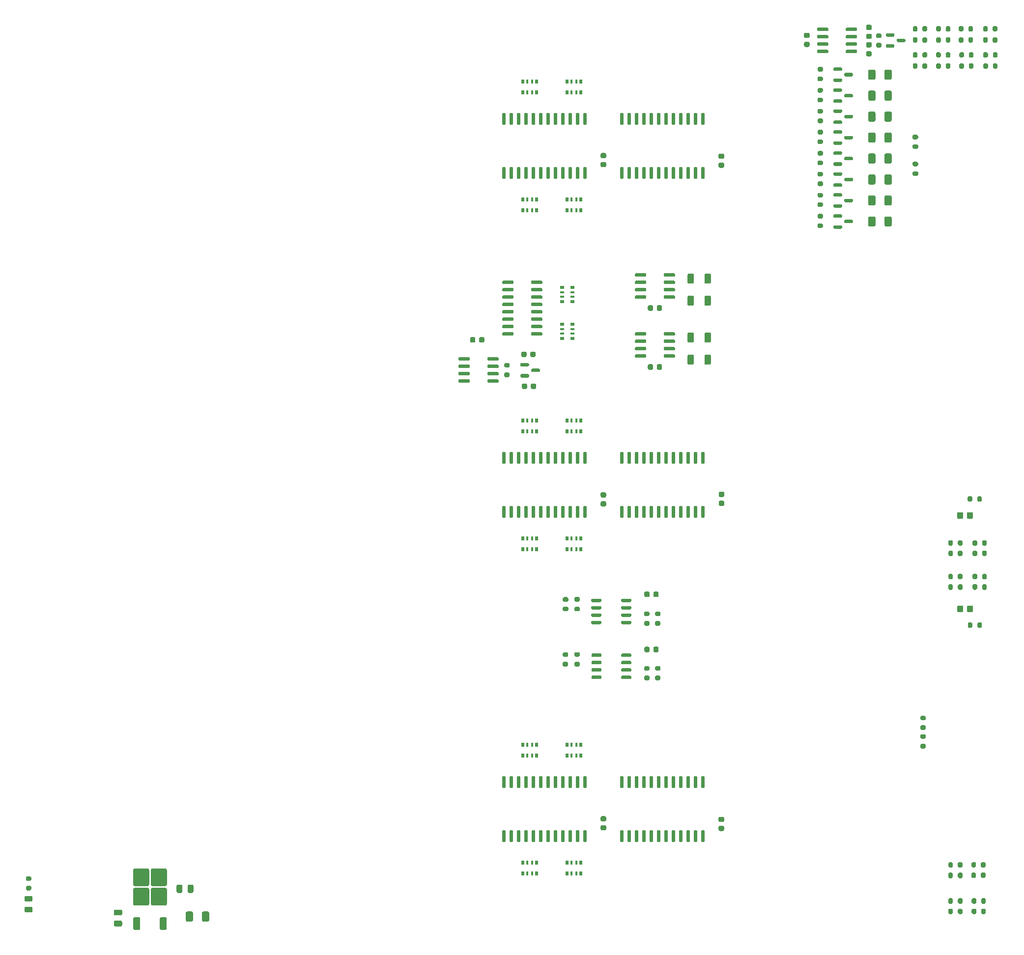
<source format=gtp>
G75*
G70*
%OFA0B0*%
%FSLAX25Y25*%
%IPPOS*%
%LPD*%
%AMOC8*
5,1,8,0,0,1.08239X$1,22.5*
%
%ADD20R,0.01969X0.03150*%
%ADD21R,0.01575X0.03150*%
%ADD25R,0.03150X0.01969*%
%ADD26R,0.03150X0.01575*%
X0000000Y0000000D02*
%LPD*%
G01*
G36*
G01*
X0653642Y0060925D02*
X0653642Y0058760D01*
G75*
G02*
X0652854Y0057972I-000787J0000000D01*
G01*
X0651280Y0057972D01*
G75*
G02*
X0650492Y0058760I0000000J0000787D01*
G01*
X0650492Y0060925D01*
G75*
G02*
X0651280Y0061713I0000787J0000000D01*
G01*
X0652854Y0061713D01*
G75*
G02*
X0653642Y0060925I0000000J-000787D01*
G01*
G37*
G36*
G01*
X0647146Y0060925D02*
X0647146Y0058760D01*
G75*
G02*
X0646358Y0057972I-000787J0000000D01*
G01*
X0644783Y0057972D01*
G75*
G02*
X0643996Y0058760I0000000J0000787D01*
G01*
X0643996Y0060925D01*
G75*
G02*
X0644783Y0061713I0000787J0000000D01*
G01*
X0646358Y0061713D01*
G75*
G02*
X0647146Y0060925I0000000J-000787D01*
G01*
G37*
G36*
G01*
X0589665Y0600689D02*
X0589665Y0605610D01*
G75*
G02*
X0590650Y0606594I0000984J0000000D01*
G01*
X0593602Y0606594D01*
G75*
G02*
X0594587Y0605610I0000000J-000984D01*
G01*
X0594587Y0600689D01*
G75*
G02*
X0593602Y0599705I-000984J0000000D01*
G01*
X0590650Y0599705D01*
G75*
G02*
X0589665Y0600689I0000000J0000984D01*
G01*
G37*
G36*
G01*
X0600689Y0600689D02*
X0600689Y0605610D01*
G75*
G02*
X0601673Y0606594I0000984J0000000D01*
G01*
X0604626Y0606594D01*
G75*
G02*
X0605610Y0605610I0000000J-000984D01*
G01*
X0605610Y0600689D01*
G75*
G02*
X0604626Y0599705I-000984J0000000D01*
G01*
X0601673Y0599705D01*
G75*
G02*
X0600689Y0600689I0000000J0000984D01*
G01*
G37*
G36*
G01*
X0677362Y0617618D02*
X0677362Y0615453D01*
G75*
G02*
X0676575Y0614665I-000787J0000000D01*
G01*
X0675000Y0614665D01*
G75*
G02*
X0674213Y0615453I0000000J0000787D01*
G01*
X0674213Y0617618D01*
G75*
G02*
X0675000Y0618406I0000787J0000000D01*
G01*
X0676575Y0618406D01*
G75*
G02*
X0677362Y0617618I0000000J-000787D01*
G01*
G37*
G36*
G01*
X0670866Y0617618D02*
X0670866Y0615453D01*
G75*
G02*
X0670079Y0614665I-000787J0000000D01*
G01*
X0668504Y0614665D01*
G75*
G02*
X0667717Y0615453I0000000J0000787D01*
G01*
X0667717Y0617618D01*
G75*
G02*
X0668504Y0618406I0000787J0000000D01*
G01*
X0670079Y0618406D01*
G75*
G02*
X0670866Y0617618I0000000J-000787D01*
G01*
G37*
G36*
G01*
X0131890Y0052657D02*
X0131890Y0048917D01*
G75*
G02*
X0130906Y0047933I-000984J0000000D01*
G01*
X0128937Y0047933D01*
G75*
G02*
X0127953Y0048917I0000000J0000984D01*
G01*
X0127953Y0052657D01*
G75*
G02*
X0128937Y0053642I0000984J0000000D01*
G01*
X0130906Y0053642D01*
G75*
G02*
X0131890Y0052657I0000000J-000984D01*
G01*
G37*
G36*
G01*
X0124409Y0052657D02*
X0124409Y0048917D01*
G75*
G02*
X0123425Y0047933I-000984J0000000D01*
G01*
X0121457Y0047933D01*
G75*
G02*
X0120472Y0048917I0000000J0000984D01*
G01*
X0120472Y0052657D01*
G75*
G02*
X0121457Y0053642I0000984J0000000D01*
G01*
X0123425Y0053642D01*
G75*
G02*
X0124409Y0052657I0000000J-000984D01*
G01*
G37*
G36*
G01*
X0627953Y0158563D02*
X0625787Y0158563D01*
G75*
G02*
X0625000Y0159350I0000000J0000787D01*
G01*
X0625000Y0160925D01*
G75*
G02*
X0625787Y0161713I0000787J0000000D01*
G01*
X0627953Y0161713D01*
G75*
G02*
X0628740Y0160925I0000000J-000787D01*
G01*
X0628740Y0159350D01*
G75*
G02*
X0627953Y0158563I-000787J0000000D01*
G01*
G37*
G36*
G01*
X0627953Y0165059D02*
X0625787Y0165059D01*
G75*
G02*
X0625000Y0165846I0000000J0000787D01*
G01*
X0625000Y0167421D01*
G75*
G02*
X0625787Y0168209I0000787J0000000D01*
G01*
X0627953Y0168209D01*
G75*
G02*
X0628740Y0167421I0000000J-000787D01*
G01*
X0628740Y0165846D01*
G75*
G02*
X0627953Y0165059I-000787J0000000D01*
G01*
G37*
G36*
G01*
X0354331Y0412421D02*
X0354331Y0414390D01*
G75*
G02*
X0355217Y0415276I0000886J0000000D01*
G01*
X0356988Y0415276D01*
G75*
G02*
X0357874Y0414390I0000000J-000886D01*
G01*
X0357874Y0412421D01*
G75*
G02*
X0356988Y0411535I-000886J0000000D01*
G01*
X0355217Y0411535D01*
G75*
G02*
X0354331Y0412421I0000000J0000886D01*
G01*
G37*
G36*
G01*
X0360433Y0412421D02*
X0360433Y0414390D01*
G75*
G02*
X0361319Y0415276I0000886J0000000D01*
G01*
X0363091Y0415276D01*
G75*
G02*
X0363976Y0414390I0000000J-000886D01*
G01*
X0363976Y0412421D01*
G75*
G02*
X0363091Y0411535I-000886J0000000D01*
G01*
X0361319Y0411535D01*
G75*
G02*
X0360433Y0412421I0000000J0000886D01*
G01*
G37*
G36*
G01*
X0566093Y0577840D02*
X0566093Y0579021D01*
G75*
G02*
X0566683Y0579612I0000591J0000000D01*
G01*
X0571309Y0579612D01*
G75*
G02*
X0571900Y0579021I0000000J-000591D01*
G01*
X0571900Y0577840D01*
G75*
G02*
X0571309Y0577250I-000591J0000000D01*
G01*
X0566683Y0577250D01*
G75*
G02*
X0566093Y0577840I0000000J0000591D01*
G01*
G37*
G36*
G01*
X0573474Y0574100D02*
X0573474Y0575281D01*
G75*
G02*
X0574065Y0575872I0000591J0000000D01*
G01*
X0578691Y0575872D01*
G75*
G02*
X0579281Y0575281I0000000J-000591D01*
G01*
X0579281Y0574100D01*
G75*
G02*
X0578691Y0573510I-000591J0000000D01*
G01*
X0574065Y0573510D01*
G75*
G02*
X0573474Y0574100I0000000J0000591D01*
G01*
G37*
G36*
G01*
X0566093Y0570360D02*
X0566093Y0571541D01*
G75*
G02*
X0566683Y0572132I0000591J0000000D01*
G01*
X0571309Y0572132D01*
G75*
G02*
X0571900Y0571541I0000000J-000591D01*
G01*
X0571900Y0570360D01*
G75*
G02*
X0571309Y0569769I-000591J0000000D01*
G01*
X0566683Y0569769D01*
G75*
G02*
X0566093Y0570360I0000000J0000591D01*
G01*
G37*
G36*
G01*
X0018282Y0045915D02*
X0021875Y0045915D01*
G75*
G02*
X0022835Y0044956I0000000J-000960D01*
G01*
X0022835Y0043036D01*
G75*
G02*
X0021875Y0042077I-000960J0000000D01*
G01*
X0018282Y0042077D01*
G75*
G02*
X0017323Y0043036I0000000J0000960D01*
G01*
X0017323Y0044956D01*
G75*
G02*
X0018282Y0045915I0000960J0000000D01*
G01*
G37*
G36*
G01*
X0018282Y0038533D02*
X0021875Y0038533D01*
G75*
G02*
X0022835Y0037574I0000000J-000960D01*
G01*
X0022835Y0035655D01*
G75*
G02*
X0021875Y0034695I-000960J0000000D01*
G01*
X0018282Y0034695D01*
G75*
G02*
X0017323Y0035655I0000000J0000960D01*
G01*
X0017323Y0037574D01*
G75*
G02*
X0018282Y0038533I0000960J0000000D01*
G01*
G37*
G36*
G01*
X0653642Y0036516D02*
X0653642Y0034350D01*
G75*
G02*
X0652854Y0033563I-000787J0000000D01*
G01*
X0651280Y0033563D01*
G75*
G02*
X0650492Y0034350I0000000J0000787D01*
G01*
X0650492Y0036516D01*
G75*
G02*
X0651280Y0037303I0000787J0000000D01*
G01*
X0652854Y0037303D01*
G75*
G02*
X0653642Y0036516I0000000J-000787D01*
G01*
G37*
G36*
G01*
X0647146Y0036516D02*
X0647146Y0034350D01*
G75*
G02*
X0646358Y0033563I-000787J0000000D01*
G01*
X0644783Y0033563D01*
G75*
G02*
X0643996Y0034350I0000000J0000787D01*
G01*
X0643996Y0036516D01*
G75*
G02*
X0644783Y0037303I0000787J0000000D01*
G01*
X0646358Y0037303D01*
G75*
G02*
X0647146Y0036516I0000000J-000787D01*
G01*
G37*
G36*
G01*
X0635728Y0633169D02*
X0635728Y0635335D01*
G75*
G02*
X0636516Y0636122I0000787J0000000D01*
G01*
X0638091Y0636122D01*
G75*
G02*
X0638878Y0635335I0000000J-000787D01*
G01*
X0638878Y0633169D01*
G75*
G02*
X0638091Y0632382I-000787J0000000D01*
G01*
X0636516Y0632382D01*
G75*
G02*
X0635728Y0633169I0000000J0000787D01*
G01*
G37*
G36*
G01*
X0642224Y0633169D02*
X0642224Y0635335D01*
G75*
G02*
X0643012Y0636122I0000787J0000000D01*
G01*
X0644587Y0636122D01*
G75*
G02*
X0645374Y0635335I0000000J-000787D01*
G01*
X0645374Y0633169D01*
G75*
G02*
X0644587Y0632382I-000787J0000000D01*
G01*
X0643012Y0632382D01*
G75*
G02*
X0642224Y0633169I0000000J0000787D01*
G01*
G37*
G36*
G01*
X0589665Y0543771D02*
X0589665Y0548692D01*
G75*
G02*
X0590650Y0549677I0000984J0000000D01*
G01*
X0593602Y0549677D01*
G75*
G02*
X0594587Y0548692I0000000J-000984D01*
G01*
X0594587Y0543771D01*
G75*
G02*
X0593602Y0542787I-000984J0000000D01*
G01*
X0590650Y0542787D01*
G75*
G02*
X0589665Y0543771I0000000J0000984D01*
G01*
G37*
G36*
G01*
X0600689Y0543771D02*
X0600689Y0548692D01*
G75*
G02*
X0601673Y0549677I0000984J0000000D01*
G01*
X0604626Y0549677D01*
G75*
G02*
X0605610Y0548692I0000000J-000984D01*
G01*
X0605610Y0543771D01*
G75*
G02*
X0604626Y0542787I-000984J0000000D01*
G01*
X0601673Y0542787D01*
G75*
G02*
X0600689Y0543771I0000000J0000984D01*
G01*
G37*
G36*
G01*
X0547047Y0631594D02*
X0549016Y0631594D01*
G75*
G02*
X0549902Y0630709I0000000J-000886D01*
G01*
X0549902Y0628937D01*
G75*
G02*
X0549016Y0628051I-000886J0000000D01*
G01*
X0547047Y0628051D01*
G75*
G02*
X0546161Y0628937I0000000J0000886D01*
G01*
X0546161Y0630709D01*
G75*
G02*
X0547047Y0631594I0000886J0000000D01*
G01*
G37*
G36*
G01*
X0547047Y0625492D02*
X0549016Y0625492D01*
G75*
G02*
X0549902Y0624606I0000000J-000886D01*
G01*
X0549902Y0622835D01*
G75*
G02*
X0549016Y0621949I-000886J0000000D01*
G01*
X0547047Y0621949D01*
G75*
G02*
X0546161Y0622835I0000000J0000886D01*
G01*
X0546161Y0624606D01*
G75*
G02*
X0547047Y0625492I0000886J0000000D01*
G01*
G37*
G36*
G01*
X0482972Y0467264D02*
X0482972Y0462343D01*
G75*
G02*
X0481988Y0461358I-000984J0000000D01*
G01*
X0479528Y0461358D01*
G75*
G02*
X0478543Y0462343I0000000J0000984D01*
G01*
X0478543Y0467264D01*
G75*
G02*
X0479528Y0468248I0000984J0000000D01*
G01*
X0481988Y0468248D01*
G75*
G02*
X0482972Y0467264I0000000J-000984D01*
G01*
G37*
G36*
G01*
X0471457Y0467264D02*
X0471457Y0462343D01*
G75*
G02*
X0470472Y0461358I-000984J0000000D01*
G01*
X0468012Y0461358D01*
G75*
G02*
X0467028Y0462343I0000000J0000984D01*
G01*
X0467028Y0467264D01*
G75*
G02*
X0468012Y0468248I0000984J0000000D01*
G01*
X0470472Y0468248D01*
G75*
G02*
X0471457Y0467264I0000000J-000984D01*
G01*
G37*
D20*
X0355276Y0061260D03*
D21*
X0358425Y0061260D03*
X0361575Y0061260D03*
D20*
X0364724Y0061260D03*
X0364724Y0068346D03*
D21*
X0361575Y0068346D03*
X0358425Y0068346D03*
D20*
X0355276Y0068346D03*
G36*
G01*
X0449823Y0445787D02*
X0449823Y0443819D01*
G75*
G02*
X0448937Y0442933I-000886J0000000D01*
G01*
X0447165Y0442933D01*
G75*
G02*
X0446280Y0443819I0000000J0000886D01*
G01*
X0446280Y0445787D01*
G75*
G02*
X0447165Y0446673I0000886J0000000D01*
G01*
X0448937Y0446673D01*
G75*
G02*
X0449823Y0445787I0000000J-000886D01*
G01*
G37*
G36*
G01*
X0443720Y0445787D02*
X0443720Y0443819D01*
G75*
G02*
X0442835Y0442933I-000886J0000000D01*
G01*
X0441063Y0442933D01*
G75*
G02*
X0440177Y0443819I0000000J0000886D01*
G01*
X0440177Y0445787D01*
G75*
G02*
X0441063Y0446673I0000886J0000000D01*
G01*
X0442835Y0446673D01*
G75*
G02*
X0443720Y0445787I0000000J-000886D01*
G01*
G37*
X0364724Y0148346D03*
D21*
X0361575Y0148346D03*
X0358425Y0148346D03*
D20*
X0355276Y0148346D03*
X0355276Y0141260D03*
D21*
X0358425Y0141260D03*
X0361575Y0141260D03*
D20*
X0364724Y0141260D03*
G36*
G01*
X0329232Y0424213D02*
X0329232Y0422244D01*
G75*
G02*
X0328346Y0421358I-000886J0000000D01*
G01*
X0326575Y0421358D01*
G75*
G02*
X0325689Y0422244I0000000J0000886D01*
G01*
X0325689Y0424213D01*
G75*
G02*
X0326575Y0425098I0000886J0000000D01*
G01*
X0328346Y0425098D01*
G75*
G02*
X0329232Y0424213I0000000J-000886D01*
G01*
G37*
G36*
G01*
X0323130Y0424213D02*
X0323130Y0422244D01*
G75*
G02*
X0322244Y0421358I-000886J0000000D01*
G01*
X0320472Y0421358D01*
G75*
G02*
X0319587Y0422244I0000000J0000886D01*
G01*
X0319587Y0424213D01*
G75*
G02*
X0320472Y0425098I0000886J0000000D01*
G01*
X0322244Y0425098D01*
G75*
G02*
X0323130Y0424213I0000000J-000886D01*
G01*
G37*
G36*
G01*
X0482972Y0412264D02*
X0482972Y0407343D01*
G75*
G02*
X0481988Y0406358I-000984J0000000D01*
G01*
X0479528Y0406358D01*
G75*
G02*
X0478543Y0407343I0000000J0000984D01*
G01*
X0478543Y0412264D01*
G75*
G02*
X0479528Y0413248I0000984J0000000D01*
G01*
X0481988Y0413248D01*
G75*
G02*
X0482972Y0412264I0000000J-000984D01*
G01*
G37*
G36*
G01*
X0471457Y0412264D02*
X0471457Y0407343D01*
G75*
G02*
X0470472Y0406358I-000984J0000000D01*
G01*
X0468012Y0406358D01*
G75*
G02*
X0467028Y0407343I0000000J0000984D01*
G01*
X0467028Y0412264D01*
G75*
G02*
X0468012Y0413248I0000984J0000000D01*
G01*
X0470472Y0413248D01*
G75*
G02*
X0471457Y0412264I0000000J-000984D01*
G01*
G37*
G36*
G01*
X0311713Y0409685D02*
X0311713Y0410866D01*
G75*
G02*
X0312303Y0411457I0000591J0000000D01*
G01*
X0318799Y0411457D01*
G75*
G02*
X0319390Y0410866I0000000J-000591D01*
G01*
X0319390Y0409685D01*
G75*
G02*
X0318799Y0409094I-000591J0000000D01*
G01*
X0312303Y0409094D01*
G75*
G02*
X0311713Y0409685I0000000J0000591D01*
G01*
G37*
G36*
G01*
X0311713Y0404685D02*
X0311713Y0405866D01*
G75*
G02*
X0312303Y0406457I0000591J0000000D01*
G01*
X0318799Y0406457D01*
G75*
G02*
X0319390Y0405866I0000000J-000591D01*
G01*
X0319390Y0404685D01*
G75*
G02*
X0318799Y0404094I-000591J0000000D01*
G01*
X0312303Y0404094D01*
G75*
G02*
X0311713Y0404685I0000000J0000591D01*
G01*
G37*
G36*
G01*
X0311713Y0399685D02*
X0311713Y0400866D01*
G75*
G02*
X0312303Y0401457I0000591J0000000D01*
G01*
X0318799Y0401457D01*
G75*
G02*
X0319390Y0400866I0000000J-000591D01*
G01*
X0319390Y0399685D01*
G75*
G02*
X0318799Y0399094I-000591J0000000D01*
G01*
X0312303Y0399094D01*
G75*
G02*
X0311713Y0399685I0000000J0000591D01*
G01*
G37*
G36*
G01*
X0311713Y0394685D02*
X0311713Y0395866D01*
G75*
G02*
X0312303Y0396457I0000591J0000000D01*
G01*
X0318799Y0396457D01*
G75*
G02*
X0319390Y0395866I0000000J-000591D01*
G01*
X0319390Y0394685D01*
G75*
G02*
X0318799Y0394094I-000591J0000000D01*
G01*
X0312303Y0394094D01*
G75*
G02*
X0311713Y0394685I0000000J0000591D01*
G01*
G37*
G36*
G01*
X0331201Y0394685D02*
X0331201Y0395866D01*
G75*
G02*
X0331791Y0396457I0000591J0000000D01*
G01*
X0338287Y0396457D01*
G75*
G02*
X0338878Y0395866I0000000J-000591D01*
G01*
X0338878Y0394685D01*
G75*
G02*
X0338287Y0394094I-000591J0000000D01*
G01*
X0331791Y0394094D01*
G75*
G02*
X0331201Y0394685I0000000J0000591D01*
G01*
G37*
G36*
G01*
X0331201Y0399685D02*
X0331201Y0400866D01*
G75*
G02*
X0331791Y0401457I0000591J0000000D01*
G01*
X0338287Y0401457D01*
G75*
G02*
X0338878Y0400866I0000000J-000591D01*
G01*
X0338878Y0399685D01*
G75*
G02*
X0338287Y0399094I-000591J0000000D01*
G01*
X0331791Y0399094D01*
G75*
G02*
X0331201Y0399685I0000000J0000591D01*
G01*
G37*
G36*
G01*
X0331201Y0404685D02*
X0331201Y0405866D01*
G75*
G02*
X0331791Y0406457I0000591J0000000D01*
G01*
X0338287Y0406457D01*
G75*
G02*
X0338878Y0405866I0000000J-000591D01*
G01*
X0338878Y0404685D01*
G75*
G02*
X0338287Y0404094I-000591J0000000D01*
G01*
X0331791Y0404094D01*
G75*
G02*
X0331201Y0404685I0000000J0000591D01*
G01*
G37*
G36*
G01*
X0331201Y0409685D02*
X0331201Y0410866D01*
G75*
G02*
X0331791Y0411457I0000591J0000000D01*
G01*
X0338287Y0411457D01*
G75*
G02*
X0338878Y0410866I0000000J-000591D01*
G01*
X0338878Y0409685D01*
G75*
G02*
X0338287Y0409094I-000591J0000000D01*
G01*
X0331791Y0409094D01*
G75*
G02*
X0331201Y0409685I0000000J0000591D01*
G01*
G37*
G36*
G01*
X0670079Y0279429D02*
X0670079Y0277264D01*
G75*
G02*
X0669291Y0276476I-000787J0000000D01*
G01*
X0667717Y0276476D01*
G75*
G02*
X0666929Y0277264I0000000J0000787D01*
G01*
X0666929Y0279429D01*
G75*
G02*
X0667717Y0280217I0000787J0000000D01*
G01*
X0669291Y0280217D01*
G75*
G02*
X0670079Y0279429I0000000J-000787D01*
G01*
G37*
G36*
G01*
X0663583Y0279429D02*
X0663583Y0277264D01*
G75*
G02*
X0662795Y0276476I-000787J0000000D01*
G01*
X0661220Y0276476D01*
G75*
G02*
X0660433Y0277264I0000000J0000787D01*
G01*
X0660433Y0279429D01*
G75*
G02*
X0661220Y0280217I0000787J0000000D01*
G01*
X0662795Y0280217D01*
G75*
G02*
X0663583Y0279429I0000000J-000787D01*
G01*
G37*
G36*
G01*
X0401772Y0245886D02*
X0401772Y0247067D01*
G75*
G02*
X0402362Y0247657I0000591J0000000D01*
G01*
X0408071Y0247657D01*
G75*
G02*
X0408661Y0247067I0000000J-000591D01*
G01*
X0408661Y0245886D01*
G75*
G02*
X0408071Y0245295I-000591J0000000D01*
G01*
X0402362Y0245295D01*
G75*
G02*
X0401772Y0245886I0000000J0000591D01*
G01*
G37*
G36*
G01*
X0401772Y0240886D02*
X0401772Y0242067D01*
G75*
G02*
X0402362Y0242657I0000591J0000000D01*
G01*
X0408071Y0242657D01*
G75*
G02*
X0408661Y0242067I0000000J-000591D01*
G01*
X0408661Y0240886D01*
G75*
G02*
X0408071Y0240295I-000591J0000000D01*
G01*
X0402362Y0240295D01*
G75*
G02*
X0401772Y0240886I0000000J0000591D01*
G01*
G37*
G36*
G01*
X0401772Y0235886D02*
X0401772Y0237067D01*
G75*
G02*
X0402362Y0237657I0000591J0000000D01*
G01*
X0408071Y0237657D01*
G75*
G02*
X0408661Y0237067I0000000J-000591D01*
G01*
X0408661Y0235886D01*
G75*
G02*
X0408071Y0235295I-000591J0000000D01*
G01*
X0402362Y0235295D01*
G75*
G02*
X0401772Y0235886I0000000J0000591D01*
G01*
G37*
G36*
G01*
X0401772Y0230886D02*
X0401772Y0232067D01*
G75*
G02*
X0402362Y0232657I0000591J0000000D01*
G01*
X0408071Y0232657D01*
G75*
G02*
X0408661Y0232067I0000000J-000591D01*
G01*
X0408661Y0230886D01*
G75*
G02*
X0408071Y0230295I-000591J0000000D01*
G01*
X0402362Y0230295D01*
G75*
G02*
X0401772Y0230886I0000000J0000591D01*
G01*
G37*
G36*
G01*
X0422047Y0230886D02*
X0422047Y0232067D01*
G75*
G02*
X0422638Y0232657I0000591J0000000D01*
G01*
X0428346Y0232657D01*
G75*
G02*
X0428937Y0232067I0000000J-000591D01*
G01*
X0428937Y0230886D01*
G75*
G02*
X0428346Y0230295I-000591J0000000D01*
G01*
X0422638Y0230295D01*
G75*
G02*
X0422047Y0230886I0000000J0000591D01*
G01*
G37*
G36*
G01*
X0422047Y0235886D02*
X0422047Y0237067D01*
G75*
G02*
X0422638Y0237657I0000591J0000000D01*
G01*
X0428346Y0237657D01*
G75*
G02*
X0428937Y0237067I0000000J-000591D01*
G01*
X0428937Y0235886D01*
G75*
G02*
X0428346Y0235295I-000591J0000000D01*
G01*
X0422638Y0235295D01*
G75*
G02*
X0422047Y0235886I0000000J0000591D01*
G01*
G37*
G36*
G01*
X0422047Y0240886D02*
X0422047Y0242067D01*
G75*
G02*
X0422638Y0242657I0000591J0000000D01*
G01*
X0428346Y0242657D01*
G75*
G02*
X0428937Y0242067I0000000J-000591D01*
G01*
X0428937Y0240886D01*
G75*
G02*
X0428346Y0240295I-000591J0000000D01*
G01*
X0422638Y0240295D01*
G75*
G02*
X0422047Y0240886I0000000J0000591D01*
G01*
G37*
G36*
G01*
X0422047Y0245886D02*
X0422047Y0247067D01*
G75*
G02*
X0422638Y0247657I0000591J0000000D01*
G01*
X0428346Y0247657D01*
G75*
G02*
X0428937Y0247067I0000000J-000591D01*
G01*
X0428937Y0245886D01*
G75*
G02*
X0428346Y0245295I-000591J0000000D01*
G01*
X0422638Y0245295D01*
G75*
G02*
X0422047Y0245886I0000000J0000591D01*
G01*
G37*
G36*
G01*
X0601673Y0629528D02*
X0601673Y0630709D01*
G75*
G02*
X0602264Y0631299I0000591J0000000D01*
G01*
X0606890Y0631299D01*
G75*
G02*
X0607480Y0630709I0000000J-000591D01*
G01*
X0607480Y0629528D01*
G75*
G02*
X0606890Y0628937I-000591J0000000D01*
G01*
X0602264Y0628937D01*
G75*
G02*
X0601673Y0629528I0000000J0000591D01*
G01*
G37*
G36*
G01*
X0601673Y0622047D02*
X0601673Y0623228D01*
G75*
G02*
X0602264Y0623819I0000591J0000000D01*
G01*
X0606890Y0623819D01*
G75*
G02*
X0607480Y0623228I0000000J-000591D01*
G01*
X0607480Y0622047D01*
G75*
G02*
X0606890Y0621457I-000591J0000000D01*
G01*
X0602264Y0621457D01*
G75*
G02*
X0601673Y0622047I0000000J0000591D01*
G01*
G37*
G36*
G01*
X0609055Y0625787D02*
X0609055Y0626969D01*
G75*
G02*
X0609646Y0627559I0000591J0000000D01*
G01*
X0614272Y0627559D01*
G75*
G02*
X0614862Y0626969I0000000J-000591D01*
G01*
X0614862Y0625787D01*
G75*
G02*
X0614272Y0625197I-000591J0000000D01*
G01*
X0609646Y0625197D01*
G75*
G02*
X0609055Y0625787I0000000J0000591D01*
G01*
G37*
G36*
G01*
X0401850Y0208642D02*
X0401850Y0209823D01*
G75*
G02*
X0402441Y0210413I0000591J0000000D01*
G01*
X0408150Y0210413D01*
G75*
G02*
X0408740Y0209823I0000000J-000591D01*
G01*
X0408740Y0208642D01*
G75*
G02*
X0408150Y0208051I-000591J0000000D01*
G01*
X0402441Y0208051D01*
G75*
G02*
X0401850Y0208642I0000000J0000591D01*
G01*
G37*
G36*
G01*
X0401850Y0203642D02*
X0401850Y0204823D01*
G75*
G02*
X0402441Y0205413I0000591J0000000D01*
G01*
X0408150Y0205413D01*
G75*
G02*
X0408740Y0204823I0000000J-000591D01*
G01*
X0408740Y0203642D01*
G75*
G02*
X0408150Y0203051I-000591J0000000D01*
G01*
X0402441Y0203051D01*
G75*
G02*
X0401850Y0203642I0000000J0000591D01*
G01*
G37*
G36*
G01*
X0401850Y0198642D02*
X0401850Y0199823D01*
G75*
G02*
X0402441Y0200413I0000591J0000000D01*
G01*
X0408150Y0200413D01*
G75*
G02*
X0408740Y0199823I0000000J-000591D01*
G01*
X0408740Y0198642D01*
G75*
G02*
X0408150Y0198051I-000591J0000000D01*
G01*
X0402441Y0198051D01*
G75*
G02*
X0401850Y0198642I0000000J0000591D01*
G01*
G37*
G36*
G01*
X0401850Y0193642D02*
X0401850Y0194823D01*
G75*
G02*
X0402441Y0195413I0000591J0000000D01*
G01*
X0408150Y0195413D01*
G75*
G02*
X0408740Y0194823I0000000J-000591D01*
G01*
X0408740Y0193642D01*
G75*
G02*
X0408150Y0193051I-000591J0000000D01*
G01*
X0402441Y0193051D01*
G75*
G02*
X0401850Y0193642I0000000J0000591D01*
G01*
G37*
G36*
G01*
X0422126Y0193642D02*
X0422126Y0194823D01*
G75*
G02*
X0422717Y0195413I0000591J0000000D01*
G01*
X0428425Y0195413D01*
G75*
G02*
X0429016Y0194823I0000000J-000591D01*
G01*
X0429016Y0193642D01*
G75*
G02*
X0428425Y0193051I-000591J0000000D01*
G01*
X0422717Y0193051D01*
G75*
G02*
X0422126Y0193642I0000000J0000591D01*
G01*
G37*
G36*
G01*
X0422126Y0198642D02*
X0422126Y0199823D01*
G75*
G02*
X0422717Y0200413I0000591J0000000D01*
G01*
X0428425Y0200413D01*
G75*
G02*
X0429016Y0199823I0000000J-000591D01*
G01*
X0429016Y0198642D01*
G75*
G02*
X0428425Y0198051I-000591J0000000D01*
G01*
X0422717Y0198051D01*
G75*
G02*
X0422126Y0198642I0000000J0000591D01*
G01*
G37*
G36*
G01*
X0422126Y0203642D02*
X0422126Y0204823D01*
G75*
G02*
X0422717Y0205413I0000591J0000000D01*
G01*
X0428425Y0205413D01*
G75*
G02*
X0429016Y0204823I0000000J-000591D01*
G01*
X0429016Y0203642D01*
G75*
G02*
X0428425Y0203051I-000591J0000000D01*
G01*
X0422717Y0203051D01*
G75*
G02*
X0422126Y0203642I0000000J0000591D01*
G01*
G37*
G36*
G01*
X0422126Y0208642D02*
X0422126Y0209823D01*
G75*
G02*
X0422717Y0210413I0000591J0000000D01*
G01*
X0428425Y0210413D01*
G75*
G02*
X0429016Y0209823I0000000J-000591D01*
G01*
X0429016Y0208642D01*
G75*
G02*
X0428425Y0208051I-000591J0000000D01*
G01*
X0422717Y0208051D01*
G75*
G02*
X0422126Y0208642I0000000J0000591D01*
G01*
G37*
G36*
G01*
X0126673Y0029429D02*
X0126673Y0034350D01*
G75*
G02*
X0127657Y0035335I0000984J0000000D01*
G01*
X0130610Y0035335D01*
G75*
G02*
X0131594Y0034350I0000000J-000984D01*
G01*
X0131594Y0029429D01*
G75*
G02*
X0130610Y0028445I-000984J0000000D01*
G01*
X0127657Y0028445D01*
G75*
G02*
X0126673Y0029429I0000000J0000984D01*
G01*
G37*
G36*
G01*
X0137697Y0029429D02*
X0137697Y0034350D01*
G75*
G02*
X0138681Y0035335I0000984J0000000D01*
G01*
X0141634Y0035335D01*
G75*
G02*
X0142618Y0034350I0000000J-000984D01*
G01*
X0142618Y0029429D01*
G75*
G02*
X0141634Y0028445I-000984J0000000D01*
G01*
X0138681Y0028445D01*
G75*
G02*
X0137697Y0029429I0000000J0000984D01*
G01*
G37*
G36*
G01*
X0383248Y0248681D02*
X0385413Y0248681D01*
G75*
G02*
X0386201Y0247894I0000000J-000787D01*
G01*
X0386201Y0246319D01*
G75*
G02*
X0385413Y0245531I-000787J0000000D01*
G01*
X0383248Y0245531D01*
G75*
G02*
X0382461Y0246319I0000000J0000787D01*
G01*
X0382461Y0247894D01*
G75*
G02*
X0383248Y0248681I0000787J0000000D01*
G01*
G37*
G36*
G01*
X0383248Y0242185D02*
X0385413Y0242185D01*
G75*
G02*
X0386201Y0241398I0000000J-000787D01*
G01*
X0386201Y0239823D01*
G75*
G02*
X0385413Y0239035I-000787J0000000D01*
G01*
X0383248Y0239035D01*
G75*
G02*
X0382461Y0239823I0000000J0000787D01*
G01*
X0382461Y0241398D01*
G75*
G02*
X0383248Y0242185I0000787J0000000D01*
G01*
G37*
G36*
G01*
X0619980Y0625689D02*
X0619980Y0627854D01*
G75*
G02*
X0620768Y0628642I0000787J0000000D01*
G01*
X0622343Y0628642D01*
G75*
G02*
X0623130Y0627854I0000000J-000787D01*
G01*
X0623130Y0625689D01*
G75*
G02*
X0622343Y0624902I-000787J0000000D01*
G01*
X0620768Y0624902D01*
G75*
G02*
X0619980Y0625689I0000000J0000787D01*
G01*
G37*
G36*
G01*
X0626476Y0625689D02*
X0626476Y0627854D01*
G75*
G02*
X0627264Y0628642I0000787J0000000D01*
G01*
X0628839Y0628642D01*
G75*
G02*
X0629626Y0627854I0000000J-000787D01*
G01*
X0629626Y0625689D01*
G75*
G02*
X0628839Y0624902I-000787J0000000D01*
G01*
X0627264Y0624902D01*
G75*
G02*
X0626476Y0625689I0000000J0000787D01*
G01*
G37*
G36*
G01*
X0660433Y0254429D02*
X0660433Y0256594D01*
G75*
G02*
X0661220Y0257382I0000787J0000000D01*
G01*
X0662795Y0257382D01*
G75*
G02*
X0663583Y0256594I0000000J-000787D01*
G01*
X0663583Y0254429D01*
G75*
G02*
X0662795Y0253642I-000787J0000000D01*
G01*
X0661220Y0253642D01*
G75*
G02*
X0660433Y0254429I0000000J0000787D01*
G01*
G37*
G36*
G01*
X0666929Y0254429D02*
X0666929Y0256594D01*
G75*
G02*
X0667717Y0257382I0000787J0000000D01*
G01*
X0669291Y0257382D01*
G75*
G02*
X0670079Y0256594I0000000J-000787D01*
G01*
X0670079Y0254429D01*
G75*
G02*
X0669291Y0253642I-000787J0000000D01*
G01*
X0667717Y0253642D01*
G75*
G02*
X0666929Y0254429I0000000J0000787D01*
G01*
G37*
G36*
G01*
X0566093Y0563611D02*
X0566093Y0564792D01*
G75*
G02*
X0566683Y0565382I0000591J0000000D01*
G01*
X0571309Y0565382D01*
G75*
G02*
X0571900Y0564792I0000000J-000591D01*
G01*
X0571900Y0563611D01*
G75*
G02*
X0571309Y0563020I-000591J0000000D01*
G01*
X0566683Y0563020D01*
G75*
G02*
X0566093Y0563611I0000000J0000591D01*
G01*
G37*
G36*
G01*
X0573474Y0559871D02*
X0573474Y0561052D01*
G75*
G02*
X0574065Y0561642I0000591J0000000D01*
G01*
X0578691Y0561642D01*
G75*
G02*
X0579281Y0561052I0000000J-000591D01*
G01*
X0579281Y0559871D01*
G75*
G02*
X0578691Y0559280I-000591J0000000D01*
G01*
X0574065Y0559280D01*
G75*
G02*
X0573474Y0559871I0000000J0000591D01*
G01*
G37*
G36*
G01*
X0566093Y0556130D02*
X0566093Y0557312D01*
G75*
G02*
X0566683Y0557902I0000591J0000000D01*
G01*
X0571309Y0557902D01*
G75*
G02*
X0571900Y0557312I0000000J-000591D01*
G01*
X0571900Y0556130D01*
G75*
G02*
X0571309Y0555540I-000591J0000000D01*
G01*
X0566683Y0555540D01*
G75*
G02*
X0566093Y0556130I0000000J0000591D01*
G01*
G37*
G36*
G01*
X0659646Y0065945D02*
X0659646Y0068110D01*
G75*
G02*
X0660433Y0068898I0000787J0000000D01*
G01*
X0662008Y0068898D01*
G75*
G02*
X0662795Y0068110I0000000J-000787D01*
G01*
X0662795Y0065945D01*
G75*
G02*
X0662008Y0065157I-000787J0000000D01*
G01*
X0660433Y0065157D01*
G75*
G02*
X0659646Y0065945I0000000J0000787D01*
G01*
G37*
G36*
G01*
X0666142Y0065945D02*
X0666142Y0068110D01*
G75*
G02*
X0666929Y0068898I0000787J0000000D01*
G01*
X0668504Y0068898D01*
G75*
G02*
X0669291Y0068110I0000000J-000787D01*
G01*
X0669291Y0065945D01*
G75*
G02*
X0668504Y0065157I-000787J0000000D01*
G01*
X0666929Y0065157D01*
G75*
G02*
X0666142Y0065945I0000000J0000787D01*
G01*
G37*
G36*
G01*
X0558169Y0541803D02*
X0556004Y0541803D01*
G75*
G02*
X0555217Y0542590I0000000J0000787D01*
G01*
X0555217Y0544165D01*
G75*
G02*
X0556004Y0544952I0000787J0000000D01*
G01*
X0558169Y0544952D01*
G75*
G02*
X0558957Y0544165I0000000J-000787D01*
G01*
X0558957Y0542590D01*
G75*
G02*
X0558169Y0541803I-000787J0000000D01*
G01*
G37*
G36*
G01*
X0558169Y0548299D02*
X0556004Y0548299D01*
G75*
G02*
X0555217Y0549086I0000000J0000787D01*
G01*
X0555217Y0550661D01*
G75*
G02*
X0556004Y0551448I0000787J0000000D01*
G01*
X0558169Y0551448D01*
G75*
G02*
X0558957Y0550661I0000000J-000787D01*
G01*
X0558957Y0549086D01*
G75*
G02*
X0558169Y0548299I-000787J0000000D01*
G01*
G37*
G36*
G01*
X0449823Y0405787D02*
X0449823Y0403819D01*
G75*
G02*
X0448937Y0402933I-000886J0000000D01*
G01*
X0447165Y0402933D01*
G75*
G02*
X0446280Y0403819I0000000J0000886D01*
G01*
X0446280Y0405787D01*
G75*
G02*
X0447165Y0406673I0000886J0000000D01*
G01*
X0448937Y0406673D01*
G75*
G02*
X0449823Y0405787I0000000J-000886D01*
G01*
G37*
G36*
G01*
X0443720Y0405787D02*
X0443720Y0403819D01*
G75*
G02*
X0442835Y0402933I-000886J0000000D01*
G01*
X0441063Y0402933D01*
G75*
G02*
X0440177Y0403819I0000000J0000886D01*
G01*
X0440177Y0405787D01*
G75*
G02*
X0441063Y0406673I0000886J0000000D01*
G01*
X0442835Y0406673D01*
G75*
G02*
X0443720Y0405787I0000000J-000886D01*
G01*
G37*
G36*
G01*
X0619980Y0615453D02*
X0619980Y0617618D01*
G75*
G02*
X0620768Y0618406I0000787J0000000D01*
G01*
X0622343Y0618406D01*
G75*
G02*
X0623130Y0617618I0000000J-000787D01*
G01*
X0623130Y0615453D01*
G75*
G02*
X0622343Y0614665I-000787J0000000D01*
G01*
X0620768Y0614665D01*
G75*
G02*
X0619980Y0615453I0000000J0000787D01*
G01*
G37*
G36*
G01*
X0626476Y0615453D02*
X0626476Y0617618D01*
G75*
G02*
X0627264Y0618406I0000787J0000000D01*
G01*
X0628839Y0618406D01*
G75*
G02*
X0629626Y0617618I0000000J-000787D01*
G01*
X0629626Y0615453D01*
G75*
G02*
X0628839Y0614665I-000787J0000000D01*
G01*
X0627264Y0614665D01*
G75*
G02*
X0626476Y0615453I0000000J0000787D01*
G01*
G37*
G36*
G01*
X0489016Y0549626D02*
X0490984Y0549626D01*
G75*
G02*
X0491870Y0548740I0000000J-000886D01*
G01*
X0491870Y0546969D01*
G75*
G02*
X0490984Y0546083I-000886J0000000D01*
G01*
X0489016Y0546083D01*
G75*
G02*
X0488130Y0546969I0000000J0000886D01*
G01*
X0488130Y0548740D01*
G75*
G02*
X0489016Y0549626I0000886J0000000D01*
G01*
G37*
G36*
G01*
X0489016Y0543524D02*
X0490984Y0543524D01*
G75*
G02*
X0491870Y0542638I0000000J-000886D01*
G01*
X0491870Y0540866D01*
G75*
G02*
X0490984Y0539980I-000886J0000000D01*
G01*
X0489016Y0539980D01*
G75*
G02*
X0488130Y0540866I0000000J0000886D01*
G01*
X0488130Y0542638D01*
G75*
G02*
X0489016Y0543524I0000886J0000000D01*
G01*
G37*
G36*
G01*
X0554921Y0633287D02*
X0554921Y0634469D01*
G75*
G02*
X0555512Y0635059I0000591J0000000D01*
G01*
X0562008Y0635059D01*
G75*
G02*
X0562598Y0634469I0000000J-000591D01*
G01*
X0562598Y0633287D01*
G75*
G02*
X0562008Y0632697I-000591J0000000D01*
G01*
X0555512Y0632697D01*
G75*
G02*
X0554921Y0633287I0000000J0000591D01*
G01*
G37*
G36*
G01*
X0554921Y0628287D02*
X0554921Y0629469D01*
G75*
G02*
X0555512Y0630059I0000591J0000000D01*
G01*
X0562008Y0630059D01*
G75*
G02*
X0562598Y0629469I0000000J-000591D01*
G01*
X0562598Y0628287D01*
G75*
G02*
X0562008Y0627697I-000591J0000000D01*
G01*
X0555512Y0627697D01*
G75*
G02*
X0554921Y0628287I0000000J0000591D01*
G01*
G37*
G36*
G01*
X0554921Y0623287D02*
X0554921Y0624469D01*
G75*
G02*
X0555512Y0625059I0000591J0000000D01*
G01*
X0562008Y0625059D01*
G75*
G02*
X0562598Y0624469I0000000J-000591D01*
G01*
X0562598Y0623287D01*
G75*
G02*
X0562008Y0622697I-000591J0000000D01*
G01*
X0555512Y0622697D01*
G75*
G02*
X0554921Y0623287I0000000J0000591D01*
G01*
G37*
G36*
G01*
X0554921Y0618287D02*
X0554921Y0619469D01*
G75*
G02*
X0555512Y0620059I0000591J0000000D01*
G01*
X0562008Y0620059D01*
G75*
G02*
X0562598Y0619469I0000000J-000591D01*
G01*
X0562598Y0618287D01*
G75*
G02*
X0562008Y0617697I-000591J0000000D01*
G01*
X0555512Y0617697D01*
G75*
G02*
X0554921Y0618287I0000000J0000591D01*
G01*
G37*
G36*
G01*
X0574409Y0618287D02*
X0574409Y0619469D01*
G75*
G02*
X0575000Y0620059I0000591J0000000D01*
G01*
X0581496Y0620059D01*
G75*
G02*
X0582087Y0619469I0000000J-000591D01*
G01*
X0582087Y0618287D01*
G75*
G02*
X0581496Y0617697I-000591J0000000D01*
G01*
X0575000Y0617697D01*
G75*
G02*
X0574409Y0618287I0000000J0000591D01*
G01*
G37*
G36*
G01*
X0574409Y0623287D02*
X0574409Y0624469D01*
G75*
G02*
X0575000Y0625059I0000591J0000000D01*
G01*
X0581496Y0625059D01*
G75*
G02*
X0582087Y0624469I0000000J-000591D01*
G01*
X0582087Y0623287D01*
G75*
G02*
X0581496Y0622697I-000591J0000000D01*
G01*
X0575000Y0622697D01*
G75*
G02*
X0574409Y0623287I0000000J0000591D01*
G01*
G37*
G36*
G01*
X0574409Y0628287D02*
X0574409Y0629469D01*
G75*
G02*
X0575000Y0630059I0000591J0000000D01*
G01*
X0581496Y0630059D01*
G75*
G02*
X0582087Y0629469I0000000J-000591D01*
G01*
X0582087Y0628287D01*
G75*
G02*
X0581496Y0627697I-000591J0000000D01*
G01*
X0575000Y0627697D01*
G75*
G02*
X0574409Y0628287I0000000J0000591D01*
G01*
G37*
G36*
G01*
X0574409Y0633287D02*
X0574409Y0634469D01*
G75*
G02*
X0575000Y0635059I0000591J0000000D01*
G01*
X0581496Y0635059D01*
G75*
G02*
X0582087Y0634469I0000000J-000591D01*
G01*
X0582087Y0633287D01*
G75*
G02*
X0581496Y0632697I-000591J0000000D01*
G01*
X0575000Y0632697D01*
G75*
G02*
X0574409Y0633287I0000000J0000591D01*
G01*
G37*
G36*
G01*
X0445846Y0238937D02*
X0448012Y0238937D01*
G75*
G02*
X0448799Y0238150I0000000J-000787D01*
G01*
X0448799Y0236575D01*
G75*
G02*
X0448012Y0235787I-000787J0000000D01*
G01*
X0445846Y0235787D01*
G75*
G02*
X0445059Y0236575I0000000J0000787D01*
G01*
X0445059Y0238150D01*
G75*
G02*
X0445846Y0238937I0000787J0000000D01*
G01*
G37*
G36*
G01*
X0445846Y0232441D02*
X0448012Y0232441D01*
G75*
G02*
X0448799Y0231654I0000000J-000787D01*
G01*
X0448799Y0230079D01*
G75*
G02*
X0448012Y0229291I-000787J0000000D01*
G01*
X0445846Y0229291D01*
G75*
G02*
X0445059Y0230079I0000000J0000787D01*
G01*
X0445059Y0231654D01*
G75*
G02*
X0445846Y0232441I0000787J0000000D01*
G01*
G37*
G36*
G01*
X0627953Y0145965D02*
X0625787Y0145965D01*
G75*
G02*
X0625000Y0146752I0000000J0000787D01*
G01*
X0625000Y0148327D01*
G75*
G02*
X0625787Y0149114I0000787J0000000D01*
G01*
X0627953Y0149114D01*
G75*
G02*
X0628740Y0148327I0000000J-000787D01*
G01*
X0628740Y0146752D01*
G75*
G02*
X0627953Y0145965I-000787J0000000D01*
G01*
G37*
G36*
G01*
X0627953Y0152461D02*
X0625787Y0152461D01*
G75*
G02*
X0625000Y0153248I0000000J0000787D01*
G01*
X0625000Y0154823D01*
G75*
G02*
X0625787Y0155610I0000787J0000000D01*
G01*
X0627953Y0155610D01*
G75*
G02*
X0628740Y0154823I0000000J-000787D01*
G01*
X0628740Y0153248D01*
G75*
G02*
X0627953Y0152461I-000787J0000000D01*
G01*
G37*
G36*
G01*
X0476909Y0577146D02*
X0478091Y0577146D01*
G75*
G02*
X0478681Y0576555I0000000J-000591D01*
G01*
X0478681Y0569665D01*
G75*
G02*
X0478091Y0569075I-000591J0000000D01*
G01*
X0476909Y0569075D01*
G75*
G02*
X0476319Y0569665I0000000J0000591D01*
G01*
X0476319Y0576555D01*
G75*
G02*
X0476909Y0577146I0000591J0000000D01*
G01*
G37*
G36*
G01*
X0471909Y0577146D02*
X0473091Y0577146D01*
G75*
G02*
X0473681Y0576555I0000000J-000591D01*
G01*
X0473681Y0569665D01*
G75*
G02*
X0473091Y0569075I-000591J0000000D01*
G01*
X0471909Y0569075D01*
G75*
G02*
X0471319Y0569665I0000000J0000591D01*
G01*
X0471319Y0576555D01*
G75*
G02*
X0471909Y0577146I0000591J0000000D01*
G01*
G37*
G36*
G01*
X0466909Y0577146D02*
X0468091Y0577146D01*
G75*
G02*
X0468681Y0576555I0000000J-000591D01*
G01*
X0468681Y0569665D01*
G75*
G02*
X0468091Y0569075I-000591J0000000D01*
G01*
X0466909Y0569075D01*
G75*
G02*
X0466319Y0569665I0000000J0000591D01*
G01*
X0466319Y0576555D01*
G75*
G02*
X0466909Y0577146I0000591J0000000D01*
G01*
G37*
G36*
G01*
X0461909Y0577146D02*
X0463091Y0577146D01*
G75*
G02*
X0463681Y0576555I0000000J-000591D01*
G01*
X0463681Y0569665D01*
G75*
G02*
X0463091Y0569075I-000591J0000000D01*
G01*
X0461909Y0569075D01*
G75*
G02*
X0461319Y0569665I0000000J0000591D01*
G01*
X0461319Y0576555D01*
G75*
G02*
X0461909Y0577146I0000591J0000000D01*
G01*
G37*
G36*
G01*
X0456909Y0577146D02*
X0458091Y0577146D01*
G75*
G02*
X0458681Y0576555I0000000J-000591D01*
G01*
X0458681Y0569665D01*
G75*
G02*
X0458091Y0569075I-000591J0000000D01*
G01*
X0456909Y0569075D01*
G75*
G02*
X0456319Y0569665I0000000J0000591D01*
G01*
X0456319Y0576555D01*
G75*
G02*
X0456909Y0577146I0000591J0000000D01*
G01*
G37*
G36*
G01*
X0451909Y0577146D02*
X0453091Y0577146D01*
G75*
G02*
X0453681Y0576555I0000000J-000591D01*
G01*
X0453681Y0569665D01*
G75*
G02*
X0453091Y0569075I-000591J0000000D01*
G01*
X0451909Y0569075D01*
G75*
G02*
X0451319Y0569665I0000000J0000591D01*
G01*
X0451319Y0576555D01*
G75*
G02*
X0451909Y0577146I0000591J0000000D01*
G01*
G37*
G36*
G01*
X0446909Y0577146D02*
X0448091Y0577146D01*
G75*
G02*
X0448681Y0576555I0000000J-000591D01*
G01*
X0448681Y0569665D01*
G75*
G02*
X0448091Y0569075I-000591J0000000D01*
G01*
X0446909Y0569075D01*
G75*
G02*
X0446319Y0569665I0000000J0000591D01*
G01*
X0446319Y0576555D01*
G75*
G02*
X0446909Y0577146I0000591J0000000D01*
G01*
G37*
G36*
G01*
X0441909Y0577146D02*
X0443091Y0577146D01*
G75*
G02*
X0443681Y0576555I0000000J-000591D01*
G01*
X0443681Y0569665D01*
G75*
G02*
X0443091Y0569075I-000591J0000000D01*
G01*
X0441909Y0569075D01*
G75*
G02*
X0441319Y0569665I0000000J0000591D01*
G01*
X0441319Y0576555D01*
G75*
G02*
X0441909Y0577146I0000591J0000000D01*
G01*
G37*
G36*
G01*
X0436909Y0577146D02*
X0438091Y0577146D01*
G75*
G02*
X0438681Y0576555I0000000J-000591D01*
G01*
X0438681Y0569665D01*
G75*
G02*
X0438091Y0569075I-000591J0000000D01*
G01*
X0436909Y0569075D01*
G75*
G02*
X0436319Y0569665I0000000J0000591D01*
G01*
X0436319Y0576555D01*
G75*
G02*
X0436909Y0577146I0000591J0000000D01*
G01*
G37*
G36*
G01*
X0431909Y0577146D02*
X0433091Y0577146D01*
G75*
G02*
X0433681Y0576555I0000000J-000591D01*
G01*
X0433681Y0569665D01*
G75*
G02*
X0433091Y0569075I-000591J0000000D01*
G01*
X0431909Y0569075D01*
G75*
G02*
X0431319Y0569665I0000000J0000591D01*
G01*
X0431319Y0576555D01*
G75*
G02*
X0431909Y0577146I0000591J0000000D01*
G01*
G37*
G36*
G01*
X0426909Y0577146D02*
X0428091Y0577146D01*
G75*
G02*
X0428681Y0576555I0000000J-000591D01*
G01*
X0428681Y0569665D01*
G75*
G02*
X0428091Y0569075I-000591J0000000D01*
G01*
X0426909Y0569075D01*
G75*
G02*
X0426319Y0569665I0000000J0000591D01*
G01*
X0426319Y0576555D01*
G75*
G02*
X0426909Y0577146I0000591J0000000D01*
G01*
G37*
G36*
G01*
X0421909Y0577146D02*
X0423091Y0577146D01*
G75*
G02*
X0423681Y0576555I0000000J-000591D01*
G01*
X0423681Y0569665D01*
G75*
G02*
X0423091Y0569075I-000591J0000000D01*
G01*
X0421909Y0569075D01*
G75*
G02*
X0421319Y0569665I0000000J0000591D01*
G01*
X0421319Y0576555D01*
G75*
G02*
X0421909Y0577146I0000591J0000000D01*
G01*
G37*
G36*
G01*
X0421909Y0540531D02*
X0423091Y0540531D01*
G75*
G02*
X0423681Y0539941I0000000J-000591D01*
G01*
X0423681Y0533051D01*
G75*
G02*
X0423091Y0532461I-000591J0000000D01*
G01*
X0421909Y0532461D01*
G75*
G02*
X0421319Y0533051I0000000J0000591D01*
G01*
X0421319Y0539941D01*
G75*
G02*
X0421909Y0540531I0000591J0000000D01*
G01*
G37*
G36*
G01*
X0426909Y0540531D02*
X0428091Y0540531D01*
G75*
G02*
X0428681Y0539941I0000000J-000591D01*
G01*
X0428681Y0533051D01*
G75*
G02*
X0428091Y0532461I-000591J0000000D01*
G01*
X0426909Y0532461D01*
G75*
G02*
X0426319Y0533051I0000000J0000591D01*
G01*
X0426319Y0539941D01*
G75*
G02*
X0426909Y0540531I0000591J0000000D01*
G01*
G37*
G36*
G01*
X0431909Y0540531D02*
X0433091Y0540531D01*
G75*
G02*
X0433681Y0539941I0000000J-000591D01*
G01*
X0433681Y0533051D01*
G75*
G02*
X0433091Y0532461I-000591J0000000D01*
G01*
X0431909Y0532461D01*
G75*
G02*
X0431319Y0533051I0000000J0000591D01*
G01*
X0431319Y0539941D01*
G75*
G02*
X0431909Y0540531I0000591J0000000D01*
G01*
G37*
G36*
G01*
X0436909Y0540531D02*
X0438091Y0540531D01*
G75*
G02*
X0438681Y0539941I0000000J-000591D01*
G01*
X0438681Y0533051D01*
G75*
G02*
X0438091Y0532461I-000591J0000000D01*
G01*
X0436909Y0532461D01*
G75*
G02*
X0436319Y0533051I0000000J0000591D01*
G01*
X0436319Y0539941D01*
G75*
G02*
X0436909Y0540531I0000591J0000000D01*
G01*
G37*
G36*
G01*
X0441909Y0540531D02*
X0443091Y0540531D01*
G75*
G02*
X0443681Y0539941I0000000J-000591D01*
G01*
X0443681Y0533051D01*
G75*
G02*
X0443091Y0532461I-000591J0000000D01*
G01*
X0441909Y0532461D01*
G75*
G02*
X0441319Y0533051I0000000J0000591D01*
G01*
X0441319Y0539941D01*
G75*
G02*
X0441909Y0540531I0000591J0000000D01*
G01*
G37*
G36*
G01*
X0446909Y0540531D02*
X0448091Y0540531D01*
G75*
G02*
X0448681Y0539941I0000000J-000591D01*
G01*
X0448681Y0533051D01*
G75*
G02*
X0448091Y0532461I-000591J0000000D01*
G01*
X0446909Y0532461D01*
G75*
G02*
X0446319Y0533051I0000000J0000591D01*
G01*
X0446319Y0539941D01*
G75*
G02*
X0446909Y0540531I0000591J0000000D01*
G01*
G37*
G36*
G01*
X0451909Y0540531D02*
X0453091Y0540531D01*
G75*
G02*
X0453681Y0539941I0000000J-000591D01*
G01*
X0453681Y0533051D01*
G75*
G02*
X0453091Y0532461I-000591J0000000D01*
G01*
X0451909Y0532461D01*
G75*
G02*
X0451319Y0533051I0000000J0000591D01*
G01*
X0451319Y0539941D01*
G75*
G02*
X0451909Y0540531I0000591J0000000D01*
G01*
G37*
G36*
G01*
X0456909Y0540531D02*
X0458091Y0540531D01*
G75*
G02*
X0458681Y0539941I0000000J-000591D01*
G01*
X0458681Y0533051D01*
G75*
G02*
X0458091Y0532461I-000591J0000000D01*
G01*
X0456909Y0532461D01*
G75*
G02*
X0456319Y0533051I0000000J0000591D01*
G01*
X0456319Y0539941D01*
G75*
G02*
X0456909Y0540531I0000591J0000000D01*
G01*
G37*
G36*
G01*
X0461909Y0540531D02*
X0463091Y0540531D01*
G75*
G02*
X0463681Y0539941I0000000J-000591D01*
G01*
X0463681Y0533051D01*
G75*
G02*
X0463091Y0532461I-000591J0000000D01*
G01*
X0461909Y0532461D01*
G75*
G02*
X0461319Y0533051I0000000J0000591D01*
G01*
X0461319Y0539941D01*
G75*
G02*
X0461909Y0540531I0000591J0000000D01*
G01*
G37*
G36*
G01*
X0466909Y0540531D02*
X0468091Y0540531D01*
G75*
G02*
X0468681Y0539941I0000000J-000591D01*
G01*
X0468681Y0533051D01*
G75*
G02*
X0468091Y0532461I-000591J0000000D01*
G01*
X0466909Y0532461D01*
G75*
G02*
X0466319Y0533051I0000000J0000591D01*
G01*
X0466319Y0539941D01*
G75*
G02*
X0466909Y0540531I0000591J0000000D01*
G01*
G37*
G36*
G01*
X0471909Y0540531D02*
X0473091Y0540531D01*
G75*
G02*
X0473681Y0539941I0000000J-000591D01*
G01*
X0473681Y0533051D01*
G75*
G02*
X0473091Y0532461I-000591J0000000D01*
G01*
X0471909Y0532461D01*
G75*
G02*
X0471319Y0533051I0000000J0000591D01*
G01*
X0471319Y0539941D01*
G75*
G02*
X0471909Y0540531I0000591J0000000D01*
G01*
G37*
G36*
G01*
X0476909Y0540531D02*
X0478091Y0540531D01*
G75*
G02*
X0478681Y0539941I0000000J-000591D01*
G01*
X0478681Y0533051D01*
G75*
G02*
X0478091Y0532461I-000591J0000000D01*
G01*
X0476909Y0532461D01*
G75*
G02*
X0476319Y0533051I0000000J0000591D01*
G01*
X0476319Y0539941D01*
G75*
G02*
X0476909Y0540531I0000591J0000000D01*
G01*
G37*
G36*
G01*
X0660728Y0635335D02*
X0660728Y0633169D01*
G75*
G02*
X0659941Y0632382I-000787J0000000D01*
G01*
X0658366Y0632382D01*
G75*
G02*
X0657579Y0633169I0000000J0000787D01*
G01*
X0657579Y0635335D01*
G75*
G02*
X0658366Y0636122I0000787J0000000D01*
G01*
X0659941Y0636122D01*
G75*
G02*
X0660728Y0635335I0000000J-000787D01*
G01*
G37*
G36*
G01*
X0654232Y0635335D02*
X0654232Y0633169D01*
G75*
G02*
X0653445Y0632382I-000787J0000000D01*
G01*
X0651870Y0632382D01*
G75*
G02*
X0651083Y0633169I0000000J0000787D01*
G01*
X0651083Y0635335D01*
G75*
G02*
X0651870Y0636122I0000787J0000000D01*
G01*
X0653445Y0636122D01*
G75*
G02*
X0654232Y0635335I0000000J-000787D01*
G01*
G37*
G36*
G01*
X0661122Y0610138D02*
X0661122Y0607972D01*
G75*
G02*
X0660335Y0607185I-000787J0000000D01*
G01*
X0658760Y0607185D01*
G75*
G02*
X0657972Y0607972I0000000J0000787D01*
G01*
X0657972Y0610138D01*
G75*
G02*
X0658760Y0610925I0000787J0000000D01*
G01*
X0660335Y0610925D01*
G75*
G02*
X0661122Y0610138I0000000J-000787D01*
G01*
G37*
G36*
G01*
X0654626Y0610138D02*
X0654626Y0607972D01*
G75*
G02*
X0653839Y0607185I-000787J0000000D01*
G01*
X0652264Y0607185D01*
G75*
G02*
X0651476Y0607972I0000000J0000787D01*
G01*
X0651476Y0610138D01*
G75*
G02*
X0652264Y0610925I0000787J0000000D01*
G01*
X0653839Y0610925D01*
G75*
G02*
X0654626Y0610138I0000000J-000787D01*
G01*
G37*
G36*
G01*
X0653642Y0068012D02*
X0653642Y0065846D01*
G75*
G02*
X0652854Y0065059I-000787J0000000D01*
G01*
X0651280Y0065059D01*
G75*
G02*
X0650492Y0065846I0000000J0000787D01*
G01*
X0650492Y0068012D01*
G75*
G02*
X0651280Y0068799I0000787J0000000D01*
G01*
X0652854Y0068799D01*
G75*
G02*
X0653642Y0068012I0000000J-000787D01*
G01*
G37*
G36*
G01*
X0647146Y0068012D02*
X0647146Y0065846D01*
G75*
G02*
X0646358Y0065059I-000787J0000000D01*
G01*
X0644783Y0065059D01*
G75*
G02*
X0643996Y0065846I0000000J0000787D01*
G01*
X0643996Y0068012D01*
G75*
G02*
X0644783Y0068799I0000787J0000000D01*
G01*
X0646358Y0068799D01*
G75*
G02*
X0647146Y0068012I0000000J-000787D01*
G01*
G37*
X0394724Y0518346D03*
D21*
X0391575Y0518346D03*
X0388425Y0518346D03*
D20*
X0385276Y0518346D03*
X0385276Y0511260D03*
D21*
X0388425Y0511260D03*
X0391575Y0511260D03*
D20*
X0394724Y0511260D03*
G36*
G01*
X0667618Y0633169D02*
X0667618Y0635335D01*
G75*
G02*
X0668406Y0636122I0000787J0000000D01*
G01*
X0669980Y0636122D01*
G75*
G02*
X0670768Y0635335I0000000J-000787D01*
G01*
X0670768Y0633169D01*
G75*
G02*
X0669980Y0632382I-000787J0000000D01*
G01*
X0668406Y0632382D01*
G75*
G02*
X0667618Y0633169I0000000J0000787D01*
G01*
G37*
G36*
G01*
X0674114Y0633169D02*
X0674114Y0635335D01*
G75*
G02*
X0674902Y0636122I0000787J0000000D01*
G01*
X0676476Y0636122D01*
G75*
G02*
X0677264Y0635335I0000000J-000787D01*
G01*
X0677264Y0633169D01*
G75*
G02*
X0676476Y0632382I-000787J0000000D01*
G01*
X0674902Y0632382D01*
G75*
G02*
X0674114Y0633169I0000000J0000787D01*
G01*
G37*
G36*
G01*
X0476909Y0127146D02*
X0478091Y0127146D01*
G75*
G02*
X0478681Y0126555I0000000J-000591D01*
G01*
X0478681Y0119665D01*
G75*
G02*
X0478091Y0119075I-000591J0000000D01*
G01*
X0476909Y0119075D01*
G75*
G02*
X0476319Y0119665I0000000J0000591D01*
G01*
X0476319Y0126555D01*
G75*
G02*
X0476909Y0127146I0000591J0000000D01*
G01*
G37*
G36*
G01*
X0471909Y0127146D02*
X0473091Y0127146D01*
G75*
G02*
X0473681Y0126555I0000000J-000591D01*
G01*
X0473681Y0119665D01*
G75*
G02*
X0473091Y0119075I-000591J0000000D01*
G01*
X0471909Y0119075D01*
G75*
G02*
X0471319Y0119665I0000000J0000591D01*
G01*
X0471319Y0126555D01*
G75*
G02*
X0471909Y0127146I0000591J0000000D01*
G01*
G37*
G36*
G01*
X0466909Y0127146D02*
X0468091Y0127146D01*
G75*
G02*
X0468681Y0126555I0000000J-000591D01*
G01*
X0468681Y0119665D01*
G75*
G02*
X0468091Y0119075I-000591J0000000D01*
G01*
X0466909Y0119075D01*
G75*
G02*
X0466319Y0119665I0000000J0000591D01*
G01*
X0466319Y0126555D01*
G75*
G02*
X0466909Y0127146I0000591J0000000D01*
G01*
G37*
G36*
G01*
X0461909Y0127146D02*
X0463091Y0127146D01*
G75*
G02*
X0463681Y0126555I0000000J-000591D01*
G01*
X0463681Y0119665D01*
G75*
G02*
X0463091Y0119075I-000591J0000000D01*
G01*
X0461909Y0119075D01*
G75*
G02*
X0461319Y0119665I0000000J0000591D01*
G01*
X0461319Y0126555D01*
G75*
G02*
X0461909Y0127146I0000591J0000000D01*
G01*
G37*
G36*
G01*
X0456909Y0127146D02*
X0458091Y0127146D01*
G75*
G02*
X0458681Y0126555I0000000J-000591D01*
G01*
X0458681Y0119665D01*
G75*
G02*
X0458091Y0119075I-000591J0000000D01*
G01*
X0456909Y0119075D01*
G75*
G02*
X0456319Y0119665I0000000J0000591D01*
G01*
X0456319Y0126555D01*
G75*
G02*
X0456909Y0127146I0000591J0000000D01*
G01*
G37*
G36*
G01*
X0451909Y0127146D02*
X0453091Y0127146D01*
G75*
G02*
X0453681Y0126555I0000000J-000591D01*
G01*
X0453681Y0119665D01*
G75*
G02*
X0453091Y0119075I-000591J0000000D01*
G01*
X0451909Y0119075D01*
G75*
G02*
X0451319Y0119665I0000000J0000591D01*
G01*
X0451319Y0126555D01*
G75*
G02*
X0451909Y0127146I0000591J0000000D01*
G01*
G37*
G36*
G01*
X0446909Y0127146D02*
X0448091Y0127146D01*
G75*
G02*
X0448681Y0126555I0000000J-000591D01*
G01*
X0448681Y0119665D01*
G75*
G02*
X0448091Y0119075I-000591J0000000D01*
G01*
X0446909Y0119075D01*
G75*
G02*
X0446319Y0119665I0000000J0000591D01*
G01*
X0446319Y0126555D01*
G75*
G02*
X0446909Y0127146I0000591J0000000D01*
G01*
G37*
G36*
G01*
X0441909Y0127146D02*
X0443091Y0127146D01*
G75*
G02*
X0443681Y0126555I0000000J-000591D01*
G01*
X0443681Y0119665D01*
G75*
G02*
X0443091Y0119075I-000591J0000000D01*
G01*
X0441909Y0119075D01*
G75*
G02*
X0441319Y0119665I0000000J0000591D01*
G01*
X0441319Y0126555D01*
G75*
G02*
X0441909Y0127146I0000591J0000000D01*
G01*
G37*
G36*
G01*
X0436909Y0127146D02*
X0438091Y0127146D01*
G75*
G02*
X0438681Y0126555I0000000J-000591D01*
G01*
X0438681Y0119665D01*
G75*
G02*
X0438091Y0119075I-000591J0000000D01*
G01*
X0436909Y0119075D01*
G75*
G02*
X0436319Y0119665I0000000J0000591D01*
G01*
X0436319Y0126555D01*
G75*
G02*
X0436909Y0127146I0000591J0000000D01*
G01*
G37*
G36*
G01*
X0431909Y0127146D02*
X0433091Y0127146D01*
G75*
G02*
X0433681Y0126555I0000000J-000591D01*
G01*
X0433681Y0119665D01*
G75*
G02*
X0433091Y0119075I-000591J0000000D01*
G01*
X0431909Y0119075D01*
G75*
G02*
X0431319Y0119665I0000000J0000591D01*
G01*
X0431319Y0126555D01*
G75*
G02*
X0431909Y0127146I0000591J0000000D01*
G01*
G37*
G36*
G01*
X0426909Y0127146D02*
X0428091Y0127146D01*
G75*
G02*
X0428681Y0126555I0000000J-000591D01*
G01*
X0428681Y0119665D01*
G75*
G02*
X0428091Y0119075I-000591J0000000D01*
G01*
X0426909Y0119075D01*
G75*
G02*
X0426319Y0119665I0000000J0000591D01*
G01*
X0426319Y0126555D01*
G75*
G02*
X0426909Y0127146I0000591J0000000D01*
G01*
G37*
G36*
G01*
X0421909Y0127146D02*
X0423091Y0127146D01*
G75*
G02*
X0423681Y0126555I0000000J-000591D01*
G01*
X0423681Y0119665D01*
G75*
G02*
X0423091Y0119075I-000591J0000000D01*
G01*
X0421909Y0119075D01*
G75*
G02*
X0421319Y0119665I0000000J0000591D01*
G01*
X0421319Y0126555D01*
G75*
G02*
X0421909Y0127146I0000591J0000000D01*
G01*
G37*
G36*
G01*
X0421909Y0090531D02*
X0423091Y0090531D01*
G75*
G02*
X0423681Y0089941I0000000J-000591D01*
G01*
X0423681Y0083051D01*
G75*
G02*
X0423091Y0082461I-000591J0000000D01*
G01*
X0421909Y0082461D01*
G75*
G02*
X0421319Y0083051I0000000J0000591D01*
G01*
X0421319Y0089941D01*
G75*
G02*
X0421909Y0090531I0000591J0000000D01*
G01*
G37*
G36*
G01*
X0426909Y0090531D02*
X0428091Y0090531D01*
G75*
G02*
X0428681Y0089941I0000000J-000591D01*
G01*
X0428681Y0083051D01*
G75*
G02*
X0428091Y0082461I-000591J0000000D01*
G01*
X0426909Y0082461D01*
G75*
G02*
X0426319Y0083051I0000000J0000591D01*
G01*
X0426319Y0089941D01*
G75*
G02*
X0426909Y0090531I0000591J0000000D01*
G01*
G37*
G36*
G01*
X0431909Y0090531D02*
X0433091Y0090531D01*
G75*
G02*
X0433681Y0089941I0000000J-000591D01*
G01*
X0433681Y0083051D01*
G75*
G02*
X0433091Y0082461I-000591J0000000D01*
G01*
X0431909Y0082461D01*
G75*
G02*
X0431319Y0083051I0000000J0000591D01*
G01*
X0431319Y0089941D01*
G75*
G02*
X0431909Y0090531I0000591J0000000D01*
G01*
G37*
G36*
G01*
X0436909Y0090531D02*
X0438091Y0090531D01*
G75*
G02*
X0438681Y0089941I0000000J-000591D01*
G01*
X0438681Y0083051D01*
G75*
G02*
X0438091Y0082461I-000591J0000000D01*
G01*
X0436909Y0082461D01*
G75*
G02*
X0436319Y0083051I0000000J0000591D01*
G01*
X0436319Y0089941D01*
G75*
G02*
X0436909Y0090531I0000591J0000000D01*
G01*
G37*
G36*
G01*
X0441909Y0090531D02*
X0443091Y0090531D01*
G75*
G02*
X0443681Y0089941I0000000J-000591D01*
G01*
X0443681Y0083051D01*
G75*
G02*
X0443091Y0082461I-000591J0000000D01*
G01*
X0441909Y0082461D01*
G75*
G02*
X0441319Y0083051I0000000J0000591D01*
G01*
X0441319Y0089941D01*
G75*
G02*
X0441909Y0090531I0000591J0000000D01*
G01*
G37*
G36*
G01*
X0446909Y0090531D02*
X0448091Y0090531D01*
G75*
G02*
X0448681Y0089941I0000000J-000591D01*
G01*
X0448681Y0083051D01*
G75*
G02*
X0448091Y0082461I-000591J0000000D01*
G01*
X0446909Y0082461D01*
G75*
G02*
X0446319Y0083051I0000000J0000591D01*
G01*
X0446319Y0089941D01*
G75*
G02*
X0446909Y0090531I0000591J0000000D01*
G01*
G37*
G36*
G01*
X0451909Y0090531D02*
X0453091Y0090531D01*
G75*
G02*
X0453681Y0089941I0000000J-000591D01*
G01*
X0453681Y0083051D01*
G75*
G02*
X0453091Y0082461I-000591J0000000D01*
G01*
X0451909Y0082461D01*
G75*
G02*
X0451319Y0083051I0000000J0000591D01*
G01*
X0451319Y0089941D01*
G75*
G02*
X0451909Y0090531I0000591J0000000D01*
G01*
G37*
G36*
G01*
X0456909Y0090531D02*
X0458091Y0090531D01*
G75*
G02*
X0458681Y0089941I0000000J-000591D01*
G01*
X0458681Y0083051D01*
G75*
G02*
X0458091Y0082461I-000591J0000000D01*
G01*
X0456909Y0082461D01*
G75*
G02*
X0456319Y0083051I0000000J0000591D01*
G01*
X0456319Y0089941D01*
G75*
G02*
X0456909Y0090531I0000591J0000000D01*
G01*
G37*
G36*
G01*
X0461909Y0090531D02*
X0463091Y0090531D01*
G75*
G02*
X0463681Y0089941I0000000J-000591D01*
G01*
X0463681Y0083051D01*
G75*
G02*
X0463091Y0082461I-000591J0000000D01*
G01*
X0461909Y0082461D01*
G75*
G02*
X0461319Y0083051I0000000J0000591D01*
G01*
X0461319Y0089941D01*
G75*
G02*
X0461909Y0090531I0000591J0000000D01*
G01*
G37*
G36*
G01*
X0466909Y0090531D02*
X0468091Y0090531D01*
G75*
G02*
X0468681Y0089941I0000000J-000591D01*
G01*
X0468681Y0083051D01*
G75*
G02*
X0468091Y0082461I-000591J0000000D01*
G01*
X0466909Y0082461D01*
G75*
G02*
X0466319Y0083051I0000000J0000591D01*
G01*
X0466319Y0089941D01*
G75*
G02*
X0466909Y0090531I0000591J0000000D01*
G01*
G37*
G36*
G01*
X0471909Y0090531D02*
X0473091Y0090531D01*
G75*
G02*
X0473681Y0089941I0000000J-000591D01*
G01*
X0473681Y0083051D01*
G75*
G02*
X0473091Y0082461I-000591J0000000D01*
G01*
X0471909Y0082461D01*
G75*
G02*
X0471319Y0083051I0000000J0000591D01*
G01*
X0471319Y0089941D01*
G75*
G02*
X0471909Y0090531I0000591J0000000D01*
G01*
G37*
G36*
G01*
X0476909Y0090531D02*
X0478091Y0090531D01*
G75*
G02*
X0478681Y0089941I0000000J-000591D01*
G01*
X0478681Y0083051D01*
G75*
G02*
X0478091Y0082461I-000591J0000000D01*
G01*
X0476909Y0082461D01*
G75*
G02*
X0476319Y0083051I0000000J0000591D01*
G01*
X0476319Y0089941D01*
G75*
G02*
X0476909Y0090531I0000591J0000000D01*
G01*
G37*
X0394724Y0148346D03*
D21*
X0391575Y0148346D03*
X0388425Y0148346D03*
D20*
X0385276Y0148346D03*
X0385276Y0141260D03*
D21*
X0388425Y0141260D03*
X0391575Y0141260D03*
D20*
X0394724Y0141260D03*
G36*
G01*
X0558169Y0527573D02*
X0556004Y0527573D01*
G75*
G02*
X0555217Y0528361I0000000J0000787D01*
G01*
X0555217Y0529935D01*
G75*
G02*
X0556004Y0530723I0000787J0000000D01*
G01*
X0558169Y0530723D01*
G75*
G02*
X0558957Y0529935I0000000J-000787D01*
G01*
X0558957Y0528361D01*
G75*
G02*
X0558169Y0527573I-000787J0000000D01*
G01*
G37*
G36*
G01*
X0558169Y0534069D02*
X0556004Y0534069D01*
G75*
G02*
X0555217Y0534857I0000000J0000787D01*
G01*
X0555217Y0536431D01*
G75*
G02*
X0556004Y0537219I0000787J0000000D01*
G01*
X0558169Y0537219D01*
G75*
G02*
X0558957Y0536431I0000000J-000787D01*
G01*
X0558957Y0534857D01*
G75*
G02*
X0558169Y0534069I-000787J0000000D01*
G01*
G37*
G36*
G01*
X0409016Y0100000D02*
X0410984Y0100000D01*
G75*
G02*
X0411870Y0099114I0000000J-000886D01*
G01*
X0411870Y0097343D01*
G75*
G02*
X0410984Y0096457I-000886J0000000D01*
G01*
X0409016Y0096457D01*
G75*
G02*
X0408130Y0097343I0000000J0000886D01*
G01*
X0408130Y0099114D01*
G75*
G02*
X0409016Y0100000I0000886J0000000D01*
G01*
G37*
G36*
G01*
X0409016Y0093898D02*
X0410984Y0093898D01*
G75*
G02*
X0411870Y0093012I0000000J-000886D01*
G01*
X0411870Y0091240D01*
G75*
G02*
X0410984Y0090354I-000886J0000000D01*
G01*
X0409016Y0090354D01*
G75*
G02*
X0408130Y0091240I0000000J0000886D01*
G01*
X0408130Y0093012D01*
G75*
G02*
X0409016Y0093898I0000886J0000000D01*
G01*
G37*
G36*
G01*
X0566093Y0606299D02*
X0566093Y0607480D01*
G75*
G02*
X0566683Y0608071I0000591J0000000D01*
G01*
X0571309Y0608071D01*
G75*
G02*
X0571900Y0607480I0000000J-000591D01*
G01*
X0571900Y0606299D01*
G75*
G02*
X0571309Y0605709I-000591J0000000D01*
G01*
X0566683Y0605709D01*
G75*
G02*
X0566093Y0606299I0000000J0000591D01*
G01*
G37*
G36*
G01*
X0573474Y0602559D02*
X0573474Y0603740D01*
G75*
G02*
X0574065Y0604331I0000591J0000000D01*
G01*
X0578691Y0604331D01*
G75*
G02*
X0579281Y0603740I0000000J-000591D01*
G01*
X0579281Y0602559D01*
G75*
G02*
X0578691Y0601969I-000591J0000000D01*
G01*
X0574065Y0601969D01*
G75*
G02*
X0573474Y0602559I0000000J0000591D01*
G01*
G37*
G36*
G01*
X0566093Y0598819D02*
X0566093Y0600000D01*
G75*
G02*
X0566683Y0600591I0000591J0000000D01*
G01*
X0571309Y0600591D01*
G75*
G02*
X0571900Y0600000I0000000J-000591D01*
G01*
X0571900Y0598819D01*
G75*
G02*
X0571309Y0598228I-000591J0000000D01*
G01*
X0566683Y0598228D01*
G75*
G02*
X0566093Y0598819I0000000J0000591D01*
G01*
G37*
G36*
G01*
X0677264Y0627854D02*
X0677264Y0625689D01*
G75*
G02*
X0676476Y0624902I-000787J0000000D01*
G01*
X0674902Y0624902D01*
G75*
G02*
X0674114Y0625689I0000000J0000787D01*
G01*
X0674114Y0627854D01*
G75*
G02*
X0674902Y0628642I0000787J0000000D01*
G01*
X0676476Y0628642D01*
G75*
G02*
X0677264Y0627854I0000000J-000787D01*
G01*
G37*
G36*
G01*
X0670768Y0627854D02*
X0670768Y0625689D01*
G75*
G02*
X0669980Y0624902I-000787J0000000D01*
G01*
X0668406Y0624902D01*
G75*
G02*
X0667618Y0625689I0000000J0000787D01*
G01*
X0667618Y0627854D01*
G75*
G02*
X0668406Y0628642I0000787J0000000D01*
G01*
X0669980Y0628642D01*
G75*
G02*
X0670768Y0627854I0000000J-000787D01*
G01*
G37*
G36*
G01*
X0589665Y0501083D02*
X0589665Y0506004D01*
G75*
G02*
X0590650Y0506988I0000984J0000000D01*
G01*
X0593602Y0506988D01*
G75*
G02*
X0594587Y0506004I0000000J-000984D01*
G01*
X0594587Y0501083D01*
G75*
G02*
X0593602Y0500098I-000984J0000000D01*
G01*
X0590650Y0500098D01*
G75*
G02*
X0589665Y0501083I0000000J0000984D01*
G01*
G37*
G36*
G01*
X0600689Y0501083D02*
X0600689Y0506004D01*
G75*
G02*
X0601673Y0506988I0000984J0000000D01*
G01*
X0604626Y0506988D01*
G75*
G02*
X0605610Y0506004I0000000J-000984D01*
G01*
X0605610Y0501083D01*
G75*
G02*
X0604626Y0500098I-000984J0000000D01*
G01*
X0601673Y0500098D01*
G75*
G02*
X0600689Y0501083I0000000J0000984D01*
G01*
G37*
G36*
G01*
X0591142Y0615551D02*
X0589173Y0615551D01*
G75*
G02*
X0588287Y0616437I0000000J0000886D01*
G01*
X0588287Y0618209D01*
G75*
G02*
X0589173Y0619094I0000886J0000000D01*
G01*
X0591142Y0619094D01*
G75*
G02*
X0592028Y0618209I0000000J-000886D01*
G01*
X0592028Y0616437D01*
G75*
G02*
X0591142Y0615551I-000886J0000000D01*
G01*
G37*
G36*
G01*
X0591142Y0621654D02*
X0589173Y0621654D01*
G75*
G02*
X0588287Y0622539I0000000J0000886D01*
G01*
X0588287Y0624311D01*
G75*
G02*
X0589173Y0625197I0000886J0000000D01*
G01*
X0591142Y0625197D01*
G75*
G02*
X0592028Y0624311I0000000J-000886D01*
G01*
X0592028Y0622539D01*
G75*
G02*
X0591142Y0621654I-000886J0000000D01*
G01*
G37*
G36*
G01*
X0558169Y0556032D02*
X0556004Y0556032D01*
G75*
G02*
X0555217Y0556819I0000000J0000787D01*
G01*
X0555217Y0558394D01*
G75*
G02*
X0556004Y0559182I0000787J0000000D01*
G01*
X0558169Y0559182D01*
G75*
G02*
X0558957Y0558394I0000000J-000787D01*
G01*
X0558957Y0556819D01*
G75*
G02*
X0558169Y0556032I-000787J0000000D01*
G01*
G37*
G36*
G01*
X0558169Y0562528D02*
X0556004Y0562528D01*
G75*
G02*
X0555217Y0563316I0000000J0000787D01*
G01*
X0555217Y0564890D01*
G75*
G02*
X0556004Y0565678I0000787J0000000D01*
G01*
X0558169Y0565678D01*
G75*
G02*
X0558957Y0564890I0000000J-000787D01*
G01*
X0558957Y0563316D01*
G75*
G02*
X0558169Y0562528I-000787J0000000D01*
G01*
G37*
G36*
G01*
X0018996Y0059301D02*
X0021161Y0059301D01*
G75*
G02*
X0021949Y0058514I0000000J-000787D01*
G01*
X0021949Y0056939D01*
G75*
G02*
X0021161Y0056152I-000787J0000000D01*
G01*
X0018996Y0056152D01*
G75*
G02*
X0018209Y0056939I0000000J0000787D01*
G01*
X0018209Y0058514D01*
G75*
G02*
X0018996Y0059301I0000787J0000000D01*
G01*
G37*
G36*
G01*
X0018996Y0052805D02*
X0021161Y0052805D01*
G75*
G02*
X0021949Y0052018I0000000J-000787D01*
G01*
X0021949Y0050443D01*
G75*
G02*
X0021161Y0049656I-000787J0000000D01*
G01*
X0018996Y0049656D01*
G75*
G02*
X0018209Y0050443I0000000J0000787D01*
G01*
X0018209Y0052018D01*
G75*
G02*
X0018996Y0052805I0000787J0000000D01*
G01*
G37*
G36*
G01*
X0589665Y0515312D02*
X0589665Y0520233D01*
G75*
G02*
X0590650Y0521218I0000984J0000000D01*
G01*
X0593602Y0521218D01*
G75*
G02*
X0594587Y0520233I0000000J-000984D01*
G01*
X0594587Y0515312D01*
G75*
G02*
X0593602Y0514328I-000984J0000000D01*
G01*
X0590650Y0514328D01*
G75*
G02*
X0589665Y0515312I0000000J0000984D01*
G01*
G37*
G36*
G01*
X0600689Y0515312D02*
X0600689Y0520233D01*
G75*
G02*
X0601673Y0521218I0000984J0000000D01*
G01*
X0604626Y0521218D01*
G75*
G02*
X0605610Y0520233I0000000J-000984D01*
G01*
X0605610Y0515312D01*
G75*
G02*
X0604626Y0514328I-000984J0000000D01*
G01*
X0601673Y0514328D01*
G75*
G02*
X0600689Y0515312I0000000J0000984D01*
G01*
G37*
D25*
X0389016Y0449252D03*
D26*
X0389016Y0452402D03*
X0389016Y0455551D03*
D25*
X0389016Y0458701D03*
X0381929Y0458701D03*
D26*
X0381929Y0455551D03*
X0381929Y0452402D03*
D25*
X0381929Y0449252D03*
G36*
G01*
X0589665Y0586460D02*
X0589665Y0591381D01*
G75*
G02*
X0590650Y0592365I0000984J0000000D01*
G01*
X0593602Y0592365D01*
G75*
G02*
X0594587Y0591381I0000000J-000984D01*
G01*
X0594587Y0586460D01*
G75*
G02*
X0593602Y0585475I-000984J0000000D01*
G01*
X0590650Y0585475D01*
G75*
G02*
X0589665Y0586460I0000000J0000984D01*
G01*
G37*
G36*
G01*
X0600689Y0586460D02*
X0600689Y0591381D01*
G75*
G02*
X0601673Y0592365I0000984J0000000D01*
G01*
X0604626Y0592365D01*
G75*
G02*
X0605610Y0591381I0000000J-000984D01*
G01*
X0605610Y0586460D01*
G75*
G02*
X0604626Y0585475I-000984J0000000D01*
G01*
X0601673Y0585475D01*
G75*
G02*
X0600689Y0586460I0000000J0000984D01*
G01*
G37*
G36*
G01*
X0566093Y0549381D02*
X0566093Y0550562D01*
G75*
G02*
X0566683Y0551153I0000591J0000000D01*
G01*
X0571309Y0551153D01*
G75*
G02*
X0571900Y0550562I0000000J-000591D01*
G01*
X0571900Y0549381D01*
G75*
G02*
X0571309Y0548791I-000591J0000000D01*
G01*
X0566683Y0548791D01*
G75*
G02*
X0566093Y0549381I0000000J0000591D01*
G01*
G37*
G36*
G01*
X0573474Y0545641D02*
X0573474Y0546822D01*
G75*
G02*
X0574065Y0547413I0000591J0000000D01*
G01*
X0578691Y0547413D01*
G75*
G02*
X0579281Y0546822I0000000J-000591D01*
G01*
X0579281Y0545641D01*
G75*
G02*
X0578691Y0545051I-000591J0000000D01*
G01*
X0574065Y0545051D01*
G75*
G02*
X0573474Y0545641I0000000J0000591D01*
G01*
G37*
G36*
G01*
X0566093Y0541901D02*
X0566093Y0543082D01*
G75*
G02*
X0566683Y0543673I0000591J0000000D01*
G01*
X0571309Y0543673D01*
G75*
G02*
X0571900Y0543082I0000000J-000591D01*
G01*
X0571900Y0541901D01*
G75*
G02*
X0571309Y0541310I-000591J0000000D01*
G01*
X0566683Y0541310D01*
G75*
G02*
X0566093Y0541901I0000000J0000591D01*
G01*
G37*
G36*
G01*
X0667717Y0607972D02*
X0667717Y0610138D01*
G75*
G02*
X0668504Y0610925I0000787J0000000D01*
G01*
X0670079Y0610925D01*
G75*
G02*
X0670866Y0610138I0000000J-000787D01*
G01*
X0670866Y0607972D01*
G75*
G02*
X0670079Y0607185I-000787J0000000D01*
G01*
X0668504Y0607185D01*
G75*
G02*
X0667717Y0607972I0000000J0000787D01*
G01*
G37*
G36*
G01*
X0674213Y0607972D02*
X0674213Y0610138D01*
G75*
G02*
X0675000Y0610925I0000787J0000000D01*
G01*
X0676575Y0610925D01*
G75*
G02*
X0677362Y0610138I0000000J-000787D01*
G01*
X0677362Y0607972D01*
G75*
G02*
X0676575Y0607185I-000787J0000000D01*
G01*
X0675000Y0607185D01*
G75*
G02*
X0674213Y0607972I0000000J0000787D01*
G01*
G37*
G36*
G01*
X0645374Y0627854D02*
X0645374Y0625689D01*
G75*
G02*
X0644587Y0624902I-000787J0000000D01*
G01*
X0643012Y0624902D01*
G75*
G02*
X0642224Y0625689I0000000J0000787D01*
G01*
X0642224Y0627854D01*
G75*
G02*
X0643012Y0628642I0000787J0000000D01*
G01*
X0644587Y0628642D01*
G75*
G02*
X0645374Y0627854I0000000J-000787D01*
G01*
G37*
G36*
G01*
X0638878Y0627854D02*
X0638878Y0625689D01*
G75*
G02*
X0638091Y0624902I-000787J0000000D01*
G01*
X0636516Y0624902D01*
G75*
G02*
X0635728Y0625689I0000000J0000787D01*
G01*
X0635728Y0627854D01*
G75*
G02*
X0636516Y0628642I0000787J0000000D01*
G01*
X0638091Y0628642D01*
G75*
G02*
X0638878Y0627854I0000000J-000787D01*
G01*
G37*
G36*
G01*
X0383169Y0211220D02*
X0385335Y0211220D01*
G75*
G02*
X0386122Y0210433I0000000J-000787D01*
G01*
X0386122Y0208858D01*
G75*
G02*
X0385335Y0208071I-000787J0000000D01*
G01*
X0383169Y0208071D01*
G75*
G02*
X0382382Y0208858I0000000J0000787D01*
G01*
X0382382Y0210433D01*
G75*
G02*
X0383169Y0211220I0000787J0000000D01*
G01*
G37*
G36*
G01*
X0383169Y0204724D02*
X0385335Y0204724D01*
G75*
G02*
X0386122Y0203937I0000000J-000787D01*
G01*
X0386122Y0202362D01*
G75*
G02*
X0385335Y0201575I-000787J0000000D01*
G01*
X0383169Y0201575D01*
G75*
G02*
X0382382Y0202362I0000000J0000787D01*
G01*
X0382382Y0203937D01*
G75*
G02*
X0383169Y0204724I0000787J0000000D01*
G01*
G37*
G36*
G01*
X0409016Y0319783D02*
X0410984Y0319783D01*
G75*
G02*
X0411870Y0318898I0000000J-000886D01*
G01*
X0411870Y0317126D01*
G75*
G02*
X0410984Y0316240I-000886J0000000D01*
G01*
X0409016Y0316240D01*
G75*
G02*
X0408130Y0317126I0000000J0000886D01*
G01*
X0408130Y0318898D01*
G75*
G02*
X0409016Y0319783I0000886J0000000D01*
G01*
G37*
G36*
G01*
X0409016Y0313681D02*
X0410984Y0313681D01*
G75*
G02*
X0411870Y0312795I0000000J-000886D01*
G01*
X0411870Y0311024D01*
G75*
G02*
X0410984Y0310138I-000886J0000000D01*
G01*
X0409016Y0310138D01*
G75*
G02*
X0408130Y0311024I0000000J0000886D01*
G01*
X0408130Y0312795D01*
G75*
G02*
X0409016Y0313681I0000886J0000000D01*
G01*
G37*
G36*
G01*
X0447421Y0251535D02*
X0447421Y0249567D01*
G75*
G02*
X0446535Y0248681I-000886J0000000D01*
G01*
X0444764Y0248681D01*
G75*
G02*
X0443878Y0249567I0000000J0000886D01*
G01*
X0443878Y0251535D01*
G75*
G02*
X0444764Y0252421I0000886J0000000D01*
G01*
X0446535Y0252421D01*
G75*
G02*
X0447421Y0251535I0000000J-000886D01*
G01*
G37*
G36*
G01*
X0441319Y0251535D02*
X0441319Y0249567D01*
G75*
G02*
X0440433Y0248681I-000886J0000000D01*
G01*
X0438661Y0248681D01*
G75*
G02*
X0437776Y0249567I0000000J0000886D01*
G01*
X0437776Y0251535D01*
G75*
G02*
X0438661Y0252421I0000886J0000000D01*
G01*
X0440433Y0252421D01*
G75*
G02*
X0441319Y0251535I0000000J-000886D01*
G01*
G37*
G36*
G01*
X0482972Y0427264D02*
X0482972Y0422343D01*
G75*
G02*
X0481988Y0421358I-000984J0000000D01*
G01*
X0479528Y0421358D01*
G75*
G02*
X0478543Y0422343I0000000J0000984D01*
G01*
X0478543Y0427264D01*
G75*
G02*
X0479528Y0428248I0000984J0000000D01*
G01*
X0481988Y0428248D01*
G75*
G02*
X0482972Y0427264I0000000J-000984D01*
G01*
G37*
G36*
G01*
X0471457Y0427264D02*
X0471457Y0422343D01*
G75*
G02*
X0470472Y0421358I-000984J0000000D01*
G01*
X0468012Y0421358D01*
G75*
G02*
X0467028Y0422343I0000000J0000984D01*
G01*
X0467028Y0427264D01*
G75*
G02*
X0468012Y0428248I0000984J0000000D01*
G01*
X0470472Y0428248D01*
G75*
G02*
X0471457Y0427264I0000000J-000984D01*
G01*
G37*
G36*
G01*
X0589665Y0558001D02*
X0589665Y0562922D01*
G75*
G02*
X0590650Y0563906I0000984J0000000D01*
G01*
X0593602Y0563906D01*
G75*
G02*
X0594587Y0562922I0000000J-000984D01*
G01*
X0594587Y0558001D01*
G75*
G02*
X0593602Y0557016I-000984J0000000D01*
G01*
X0590650Y0557016D01*
G75*
G02*
X0589665Y0558001I0000000J0000984D01*
G01*
G37*
G36*
G01*
X0600689Y0558001D02*
X0600689Y0562922D01*
G75*
G02*
X0601673Y0563906I0000984J0000000D01*
G01*
X0604626Y0563906D01*
G75*
G02*
X0605610Y0562922I0000000J-000984D01*
G01*
X0605610Y0558001D01*
G75*
G02*
X0604626Y0557016I-000984J0000000D01*
G01*
X0601673Y0557016D01*
G75*
G02*
X0600689Y0558001I0000000J0000984D01*
G01*
G37*
G36*
G01*
X0670079Y0263681D02*
X0670079Y0261516D01*
G75*
G02*
X0669291Y0260728I-000787J0000000D01*
G01*
X0667717Y0260728D01*
G75*
G02*
X0666929Y0261516I0000000J0000787D01*
G01*
X0666929Y0263681D01*
G75*
G02*
X0667717Y0264469I0000787J0000000D01*
G01*
X0669291Y0264469D01*
G75*
G02*
X0670079Y0263681I0000000J-000787D01*
G01*
G37*
G36*
G01*
X0663583Y0263681D02*
X0663583Y0261516D01*
G75*
G02*
X0662795Y0260728I-000787J0000000D01*
G01*
X0661220Y0260728D01*
G75*
G02*
X0660433Y0261516I0000000J0000787D01*
G01*
X0660433Y0263681D01*
G75*
G02*
X0661220Y0264469I0000787J0000000D01*
G01*
X0662795Y0264469D01*
G75*
G02*
X0663583Y0263681I0000000J-000787D01*
G01*
G37*
G36*
G01*
X0651083Y0625689D02*
X0651083Y0627854D01*
G75*
G02*
X0651870Y0628642I0000787J0000000D01*
G01*
X0653445Y0628642D01*
G75*
G02*
X0654232Y0627854I0000000J-000787D01*
G01*
X0654232Y0625689D01*
G75*
G02*
X0653445Y0624902I-000787J0000000D01*
G01*
X0651870Y0624902D01*
G75*
G02*
X0651083Y0625689I0000000J0000787D01*
G01*
G37*
G36*
G01*
X0657579Y0625689D02*
X0657579Y0627854D01*
G75*
G02*
X0658366Y0628642I0000787J0000000D01*
G01*
X0659941Y0628642D01*
G75*
G02*
X0660728Y0627854I0000000J-000787D01*
G01*
X0660728Y0625689D01*
G75*
G02*
X0659941Y0624902I-000787J0000000D01*
G01*
X0658366Y0624902D01*
G75*
G02*
X0657579Y0625689I0000000J0000787D01*
G01*
G37*
G36*
G01*
X0589665Y0572230D02*
X0589665Y0577151D01*
G75*
G02*
X0590650Y0578136I0000984J0000000D01*
G01*
X0593602Y0578136D01*
G75*
G02*
X0594587Y0577151I0000000J-000984D01*
G01*
X0594587Y0572230D01*
G75*
G02*
X0593602Y0571246I-000984J0000000D01*
G01*
X0590650Y0571246D01*
G75*
G02*
X0589665Y0572230I0000000J0000984D01*
G01*
G37*
G36*
G01*
X0600689Y0572230D02*
X0600689Y0577151D01*
G75*
G02*
X0601673Y0578136I0000984J0000000D01*
G01*
X0604626Y0578136D01*
G75*
G02*
X0605610Y0577151I0000000J-000984D01*
G01*
X0605610Y0572230D01*
G75*
G02*
X0604626Y0571246I-000984J0000000D01*
G01*
X0601673Y0571246D01*
G75*
G02*
X0600689Y0572230I0000000J0000984D01*
G01*
G37*
G36*
G01*
X0653642Y0286516D02*
X0653642Y0284350D01*
G75*
G02*
X0652854Y0283563I-000787J0000000D01*
G01*
X0651280Y0283563D01*
G75*
G02*
X0650492Y0284350I0000000J0000787D01*
G01*
X0650492Y0286516D01*
G75*
G02*
X0651280Y0287303I0000787J0000000D01*
G01*
X0652854Y0287303D01*
G75*
G02*
X0653642Y0286516I0000000J-000787D01*
G01*
G37*
G36*
G01*
X0647146Y0286516D02*
X0647146Y0284350D01*
G75*
G02*
X0646358Y0283563I-000787J0000000D01*
G01*
X0644783Y0283563D01*
G75*
G02*
X0643996Y0284350I0000000J0000787D01*
G01*
X0643996Y0286516D01*
G75*
G02*
X0644783Y0287303I0000787J0000000D01*
G01*
X0646358Y0287303D01*
G75*
G02*
X0647146Y0286516I0000000J-000787D01*
G01*
G37*
G36*
G01*
X0396909Y0577146D02*
X0398091Y0577146D01*
G75*
G02*
X0398681Y0576555I0000000J-000591D01*
G01*
X0398681Y0569665D01*
G75*
G02*
X0398091Y0569075I-000591J0000000D01*
G01*
X0396909Y0569075D01*
G75*
G02*
X0396319Y0569665I0000000J0000591D01*
G01*
X0396319Y0576555D01*
G75*
G02*
X0396909Y0577146I0000591J0000000D01*
G01*
G37*
G36*
G01*
X0391909Y0577146D02*
X0393091Y0577146D01*
G75*
G02*
X0393681Y0576555I0000000J-000591D01*
G01*
X0393681Y0569665D01*
G75*
G02*
X0393091Y0569075I-000591J0000000D01*
G01*
X0391909Y0569075D01*
G75*
G02*
X0391319Y0569665I0000000J0000591D01*
G01*
X0391319Y0576555D01*
G75*
G02*
X0391909Y0577146I0000591J0000000D01*
G01*
G37*
G36*
G01*
X0386909Y0577146D02*
X0388091Y0577146D01*
G75*
G02*
X0388681Y0576555I0000000J-000591D01*
G01*
X0388681Y0569665D01*
G75*
G02*
X0388091Y0569075I-000591J0000000D01*
G01*
X0386909Y0569075D01*
G75*
G02*
X0386319Y0569665I0000000J0000591D01*
G01*
X0386319Y0576555D01*
G75*
G02*
X0386909Y0577146I0000591J0000000D01*
G01*
G37*
G36*
G01*
X0381909Y0577146D02*
X0383091Y0577146D01*
G75*
G02*
X0383681Y0576555I0000000J-000591D01*
G01*
X0383681Y0569665D01*
G75*
G02*
X0383091Y0569075I-000591J0000000D01*
G01*
X0381909Y0569075D01*
G75*
G02*
X0381319Y0569665I0000000J0000591D01*
G01*
X0381319Y0576555D01*
G75*
G02*
X0381909Y0577146I0000591J0000000D01*
G01*
G37*
G36*
G01*
X0376909Y0577146D02*
X0378091Y0577146D01*
G75*
G02*
X0378681Y0576555I0000000J-000591D01*
G01*
X0378681Y0569665D01*
G75*
G02*
X0378091Y0569075I-000591J0000000D01*
G01*
X0376909Y0569075D01*
G75*
G02*
X0376319Y0569665I0000000J0000591D01*
G01*
X0376319Y0576555D01*
G75*
G02*
X0376909Y0577146I0000591J0000000D01*
G01*
G37*
G36*
G01*
X0371909Y0577146D02*
X0373091Y0577146D01*
G75*
G02*
X0373681Y0576555I0000000J-000591D01*
G01*
X0373681Y0569665D01*
G75*
G02*
X0373091Y0569075I-000591J0000000D01*
G01*
X0371909Y0569075D01*
G75*
G02*
X0371319Y0569665I0000000J0000591D01*
G01*
X0371319Y0576555D01*
G75*
G02*
X0371909Y0577146I0000591J0000000D01*
G01*
G37*
G36*
G01*
X0366909Y0577146D02*
X0368091Y0577146D01*
G75*
G02*
X0368681Y0576555I0000000J-000591D01*
G01*
X0368681Y0569665D01*
G75*
G02*
X0368091Y0569075I-000591J0000000D01*
G01*
X0366909Y0569075D01*
G75*
G02*
X0366319Y0569665I0000000J0000591D01*
G01*
X0366319Y0576555D01*
G75*
G02*
X0366909Y0577146I0000591J0000000D01*
G01*
G37*
G36*
G01*
X0361909Y0577146D02*
X0363091Y0577146D01*
G75*
G02*
X0363681Y0576555I0000000J-000591D01*
G01*
X0363681Y0569665D01*
G75*
G02*
X0363091Y0569075I-000591J0000000D01*
G01*
X0361909Y0569075D01*
G75*
G02*
X0361319Y0569665I0000000J0000591D01*
G01*
X0361319Y0576555D01*
G75*
G02*
X0361909Y0577146I0000591J0000000D01*
G01*
G37*
G36*
G01*
X0356909Y0577146D02*
X0358091Y0577146D01*
G75*
G02*
X0358681Y0576555I0000000J-000591D01*
G01*
X0358681Y0569665D01*
G75*
G02*
X0358091Y0569075I-000591J0000000D01*
G01*
X0356909Y0569075D01*
G75*
G02*
X0356319Y0569665I0000000J0000591D01*
G01*
X0356319Y0576555D01*
G75*
G02*
X0356909Y0577146I0000591J0000000D01*
G01*
G37*
G36*
G01*
X0351909Y0577146D02*
X0353091Y0577146D01*
G75*
G02*
X0353681Y0576555I0000000J-000591D01*
G01*
X0353681Y0569665D01*
G75*
G02*
X0353091Y0569075I-000591J0000000D01*
G01*
X0351909Y0569075D01*
G75*
G02*
X0351319Y0569665I0000000J0000591D01*
G01*
X0351319Y0576555D01*
G75*
G02*
X0351909Y0577146I0000591J0000000D01*
G01*
G37*
G36*
G01*
X0346909Y0577146D02*
X0348091Y0577146D01*
G75*
G02*
X0348681Y0576555I0000000J-000591D01*
G01*
X0348681Y0569665D01*
G75*
G02*
X0348091Y0569075I-000591J0000000D01*
G01*
X0346909Y0569075D01*
G75*
G02*
X0346319Y0569665I0000000J0000591D01*
G01*
X0346319Y0576555D01*
G75*
G02*
X0346909Y0577146I0000591J0000000D01*
G01*
G37*
G36*
G01*
X0341909Y0577146D02*
X0343091Y0577146D01*
G75*
G02*
X0343681Y0576555I0000000J-000591D01*
G01*
X0343681Y0569665D01*
G75*
G02*
X0343091Y0569075I-000591J0000000D01*
G01*
X0341909Y0569075D01*
G75*
G02*
X0341319Y0569665I0000000J0000591D01*
G01*
X0341319Y0576555D01*
G75*
G02*
X0341909Y0577146I0000591J0000000D01*
G01*
G37*
G36*
G01*
X0341909Y0540531D02*
X0343091Y0540531D01*
G75*
G02*
X0343681Y0539941I0000000J-000591D01*
G01*
X0343681Y0533051D01*
G75*
G02*
X0343091Y0532461I-000591J0000000D01*
G01*
X0341909Y0532461D01*
G75*
G02*
X0341319Y0533051I0000000J0000591D01*
G01*
X0341319Y0539941D01*
G75*
G02*
X0341909Y0540531I0000591J0000000D01*
G01*
G37*
G36*
G01*
X0346909Y0540531D02*
X0348091Y0540531D01*
G75*
G02*
X0348681Y0539941I0000000J-000591D01*
G01*
X0348681Y0533051D01*
G75*
G02*
X0348091Y0532461I-000591J0000000D01*
G01*
X0346909Y0532461D01*
G75*
G02*
X0346319Y0533051I0000000J0000591D01*
G01*
X0346319Y0539941D01*
G75*
G02*
X0346909Y0540531I0000591J0000000D01*
G01*
G37*
G36*
G01*
X0351909Y0540531D02*
X0353091Y0540531D01*
G75*
G02*
X0353681Y0539941I0000000J-000591D01*
G01*
X0353681Y0533051D01*
G75*
G02*
X0353091Y0532461I-000591J0000000D01*
G01*
X0351909Y0532461D01*
G75*
G02*
X0351319Y0533051I0000000J0000591D01*
G01*
X0351319Y0539941D01*
G75*
G02*
X0351909Y0540531I0000591J0000000D01*
G01*
G37*
G36*
G01*
X0356909Y0540531D02*
X0358091Y0540531D01*
G75*
G02*
X0358681Y0539941I0000000J-000591D01*
G01*
X0358681Y0533051D01*
G75*
G02*
X0358091Y0532461I-000591J0000000D01*
G01*
X0356909Y0532461D01*
G75*
G02*
X0356319Y0533051I0000000J0000591D01*
G01*
X0356319Y0539941D01*
G75*
G02*
X0356909Y0540531I0000591J0000000D01*
G01*
G37*
G36*
G01*
X0361909Y0540531D02*
X0363091Y0540531D01*
G75*
G02*
X0363681Y0539941I0000000J-000591D01*
G01*
X0363681Y0533051D01*
G75*
G02*
X0363091Y0532461I-000591J0000000D01*
G01*
X0361909Y0532461D01*
G75*
G02*
X0361319Y0533051I0000000J0000591D01*
G01*
X0361319Y0539941D01*
G75*
G02*
X0361909Y0540531I0000591J0000000D01*
G01*
G37*
G36*
G01*
X0366909Y0540531D02*
X0368091Y0540531D01*
G75*
G02*
X0368681Y0539941I0000000J-000591D01*
G01*
X0368681Y0533051D01*
G75*
G02*
X0368091Y0532461I-000591J0000000D01*
G01*
X0366909Y0532461D01*
G75*
G02*
X0366319Y0533051I0000000J0000591D01*
G01*
X0366319Y0539941D01*
G75*
G02*
X0366909Y0540531I0000591J0000000D01*
G01*
G37*
G36*
G01*
X0371909Y0540531D02*
X0373091Y0540531D01*
G75*
G02*
X0373681Y0539941I0000000J-000591D01*
G01*
X0373681Y0533051D01*
G75*
G02*
X0373091Y0532461I-000591J0000000D01*
G01*
X0371909Y0532461D01*
G75*
G02*
X0371319Y0533051I0000000J0000591D01*
G01*
X0371319Y0539941D01*
G75*
G02*
X0371909Y0540531I0000591J0000000D01*
G01*
G37*
G36*
G01*
X0376909Y0540531D02*
X0378091Y0540531D01*
G75*
G02*
X0378681Y0539941I0000000J-000591D01*
G01*
X0378681Y0533051D01*
G75*
G02*
X0378091Y0532461I-000591J0000000D01*
G01*
X0376909Y0532461D01*
G75*
G02*
X0376319Y0533051I0000000J0000591D01*
G01*
X0376319Y0539941D01*
G75*
G02*
X0376909Y0540531I0000591J0000000D01*
G01*
G37*
G36*
G01*
X0381909Y0540531D02*
X0383091Y0540531D01*
G75*
G02*
X0383681Y0539941I0000000J-000591D01*
G01*
X0383681Y0533051D01*
G75*
G02*
X0383091Y0532461I-000591J0000000D01*
G01*
X0381909Y0532461D01*
G75*
G02*
X0381319Y0533051I0000000J0000591D01*
G01*
X0381319Y0539941D01*
G75*
G02*
X0381909Y0540531I0000591J0000000D01*
G01*
G37*
G36*
G01*
X0386909Y0540531D02*
X0388091Y0540531D01*
G75*
G02*
X0388681Y0539941I0000000J-000591D01*
G01*
X0388681Y0533051D01*
G75*
G02*
X0388091Y0532461I-000591J0000000D01*
G01*
X0386909Y0532461D01*
G75*
G02*
X0386319Y0533051I0000000J0000591D01*
G01*
X0386319Y0539941D01*
G75*
G02*
X0386909Y0540531I0000591J0000000D01*
G01*
G37*
G36*
G01*
X0391909Y0540531D02*
X0393091Y0540531D01*
G75*
G02*
X0393681Y0539941I0000000J-000591D01*
G01*
X0393681Y0533051D01*
G75*
G02*
X0393091Y0532461I-000591J0000000D01*
G01*
X0391909Y0532461D01*
G75*
G02*
X0391319Y0533051I0000000J0000591D01*
G01*
X0391319Y0539941D01*
G75*
G02*
X0391909Y0540531I0000591J0000000D01*
G01*
G37*
G36*
G01*
X0396909Y0540531D02*
X0398091Y0540531D01*
G75*
G02*
X0398681Y0539941I0000000J-000591D01*
G01*
X0398681Y0533051D01*
G75*
G02*
X0398091Y0532461I-000591J0000000D01*
G01*
X0396909Y0532461D01*
G75*
G02*
X0396319Y0533051I0000000J0000591D01*
G01*
X0396319Y0539941D01*
G75*
G02*
X0396909Y0540531I0000591J0000000D01*
G01*
G37*
G36*
G01*
X0447421Y0214134D02*
X0447421Y0212165D01*
G75*
G02*
X0446535Y0211280I-000886J0000000D01*
G01*
X0444764Y0211280D01*
G75*
G02*
X0443878Y0212165I0000000J0000886D01*
G01*
X0443878Y0214134D01*
G75*
G02*
X0444764Y0215020I0000886J0000000D01*
G01*
X0446535Y0215020D01*
G75*
G02*
X0447421Y0214134I0000000J-000886D01*
G01*
G37*
G36*
G01*
X0441319Y0214134D02*
X0441319Y0212165D01*
G75*
G02*
X0440433Y0211280I-000886J0000000D01*
G01*
X0438661Y0211280D01*
G75*
G02*
X0437776Y0212165I0000000J0000886D01*
G01*
X0437776Y0214134D01*
G75*
G02*
X0438661Y0215020I0000886J0000000D01*
G01*
X0440433Y0215020D01*
G75*
G02*
X0441319Y0214134I0000000J-000886D01*
G01*
G37*
G36*
G01*
X0666831Y0230709D02*
X0666831Y0228543D01*
G75*
G02*
X0666043Y0227756I-000787J0000000D01*
G01*
X0664469Y0227756D01*
G75*
G02*
X0663681Y0228543I0000000J0000787D01*
G01*
X0663681Y0230709D01*
G75*
G02*
X0664469Y0231496I0000787J0000000D01*
G01*
X0666043Y0231496D01*
G75*
G02*
X0666831Y0230709I0000000J-000787D01*
G01*
G37*
G36*
G01*
X0660335Y0230709D02*
X0660335Y0228543D01*
G75*
G02*
X0659547Y0227756I-000787J0000000D01*
G01*
X0657972Y0227756D01*
G75*
G02*
X0657185Y0228543I0000000J0000787D01*
G01*
X0657185Y0230709D01*
G75*
G02*
X0657972Y0231496I0000787J0000000D01*
G01*
X0659547Y0231496D01*
G75*
G02*
X0660335Y0230709I0000000J-000787D01*
G01*
G37*
G36*
G01*
X0353740Y0405728D02*
X0353740Y0406909D01*
G75*
G02*
X0354331Y0407500I0000591J0000000D01*
G01*
X0358957Y0407500D01*
G75*
G02*
X0359547Y0406909I0000000J-000591D01*
G01*
X0359547Y0405728D01*
G75*
G02*
X0358957Y0405138I-000591J0000000D01*
G01*
X0354331Y0405138D01*
G75*
G02*
X0353740Y0405728I0000000J0000591D01*
G01*
G37*
G36*
G01*
X0353740Y0398248D02*
X0353740Y0399429D01*
G75*
G02*
X0354331Y0400020I0000591J0000000D01*
G01*
X0358957Y0400020D01*
G75*
G02*
X0359547Y0399429I0000000J-000591D01*
G01*
X0359547Y0398248D01*
G75*
G02*
X0358957Y0397657I-000591J0000000D01*
G01*
X0354331Y0397657D01*
G75*
G02*
X0353740Y0398248I0000000J0000591D01*
G01*
G37*
G36*
G01*
X0361122Y0401988D02*
X0361122Y0403169D01*
G75*
G02*
X0361713Y0403760I0000591J0000000D01*
G01*
X0366339Y0403760D01*
G75*
G02*
X0366929Y0403169I0000000J-000591D01*
G01*
X0366929Y0401988D01*
G75*
G02*
X0366339Y0401398I-000591J0000000D01*
G01*
X0361713Y0401398D01*
G75*
G02*
X0361122Y0401988I0000000J0000591D01*
G01*
G37*
G36*
G01*
X0482972Y0452264D02*
X0482972Y0447343D01*
G75*
G02*
X0481988Y0446358I-000984J0000000D01*
G01*
X0479528Y0446358D01*
G75*
G02*
X0478543Y0447343I0000000J0000984D01*
G01*
X0478543Y0452264D01*
G75*
G02*
X0479528Y0453248I0000984J0000000D01*
G01*
X0481988Y0453248D01*
G75*
G02*
X0482972Y0452264I0000000J-000984D01*
G01*
G37*
G36*
G01*
X0471457Y0452264D02*
X0471457Y0447343D01*
G75*
G02*
X0470472Y0446358I-000984J0000000D01*
G01*
X0468012Y0446358D01*
G75*
G02*
X0467028Y0447343I0000000J0000984D01*
G01*
X0467028Y0452264D01*
G75*
G02*
X0468012Y0453248I0000984J0000000D01*
G01*
X0470472Y0453248D01*
G75*
G02*
X0471457Y0452264I0000000J-000984D01*
G01*
G37*
D20*
X0394724Y0368346D03*
D21*
X0391575Y0368346D03*
X0388425Y0368346D03*
D20*
X0385276Y0368346D03*
X0385276Y0361260D03*
D21*
X0388425Y0361260D03*
X0391575Y0361260D03*
D20*
X0394724Y0361260D03*
X0385276Y0061260D03*
D21*
X0388425Y0061260D03*
X0391575Y0061260D03*
D20*
X0394724Y0061260D03*
X0394724Y0068346D03*
D21*
X0391575Y0068346D03*
X0388425Y0068346D03*
D20*
X0385276Y0068346D03*
G36*
G01*
X0595768Y0631201D02*
X0597933Y0631201D01*
G75*
G02*
X0598720Y0630413I0000000J-000787D01*
G01*
X0598720Y0628839D01*
G75*
G02*
X0597933Y0628051I-000787J0000000D01*
G01*
X0595768Y0628051D01*
G75*
G02*
X0594980Y0628839I0000000J0000787D01*
G01*
X0594980Y0630413D01*
G75*
G02*
X0595768Y0631201I0000787J0000000D01*
G01*
G37*
G36*
G01*
X0595768Y0624705D02*
X0597933Y0624705D01*
G75*
G02*
X0598720Y0623917I0000000J-000787D01*
G01*
X0598720Y0622343D01*
G75*
G02*
X0597933Y0621555I-000787J0000000D01*
G01*
X0595768Y0621555D01*
G75*
G02*
X0594980Y0622343I0000000J0000787D01*
G01*
X0594980Y0623917D01*
G75*
G02*
X0595768Y0624705I0000787J0000000D01*
G01*
G37*
G36*
G01*
X0343504Y0407598D02*
X0345669Y0407598D01*
G75*
G02*
X0346457Y0406811I0000000J-000787D01*
G01*
X0346457Y0405236D01*
G75*
G02*
X0345669Y0404449I-000787J0000000D01*
G01*
X0343504Y0404449D01*
G75*
G02*
X0342717Y0405236I0000000J0000787D01*
G01*
X0342717Y0406811D01*
G75*
G02*
X0343504Y0407598I0000787J0000000D01*
G01*
G37*
G36*
G01*
X0343504Y0401102D02*
X0345669Y0401102D01*
G75*
G02*
X0346457Y0400315I0000000J-000787D01*
G01*
X0346457Y0398740D01*
G75*
G02*
X0345669Y0397953I-000787J0000000D01*
G01*
X0343504Y0397953D01*
G75*
G02*
X0342717Y0398740I0000000J0000787D01*
G01*
X0342717Y0400315D01*
G75*
G02*
X0343504Y0401102I0000787J0000000D01*
G01*
G37*
G36*
G01*
X0341417Y0461713D02*
X0341417Y0462894D01*
G75*
G02*
X0342008Y0463484I0000591J0000000D01*
G01*
X0348504Y0463484D01*
G75*
G02*
X0349094Y0462894I0000000J-000591D01*
G01*
X0349094Y0461713D01*
G75*
G02*
X0348504Y0461122I-000591J0000000D01*
G01*
X0342008Y0461122D01*
G75*
G02*
X0341417Y0461713I0000000J0000591D01*
G01*
G37*
G36*
G01*
X0341417Y0456713D02*
X0341417Y0457894D01*
G75*
G02*
X0342008Y0458484I0000591J0000000D01*
G01*
X0348504Y0458484D01*
G75*
G02*
X0349094Y0457894I0000000J-000591D01*
G01*
X0349094Y0456713D01*
G75*
G02*
X0348504Y0456122I-000591J0000000D01*
G01*
X0342008Y0456122D01*
G75*
G02*
X0341417Y0456713I0000000J0000591D01*
G01*
G37*
G36*
G01*
X0341417Y0451713D02*
X0341417Y0452894D01*
G75*
G02*
X0342008Y0453484I0000591J0000000D01*
G01*
X0348504Y0453484D01*
G75*
G02*
X0349094Y0452894I0000000J-000591D01*
G01*
X0349094Y0451713D01*
G75*
G02*
X0348504Y0451122I-000591J0000000D01*
G01*
X0342008Y0451122D01*
G75*
G02*
X0341417Y0451713I0000000J0000591D01*
G01*
G37*
G36*
G01*
X0341417Y0446713D02*
X0341417Y0447894D01*
G75*
G02*
X0342008Y0448484I0000591J0000000D01*
G01*
X0348504Y0448484D01*
G75*
G02*
X0349094Y0447894I0000000J-000591D01*
G01*
X0349094Y0446713D01*
G75*
G02*
X0348504Y0446122I-000591J0000000D01*
G01*
X0342008Y0446122D01*
G75*
G02*
X0341417Y0446713I0000000J0000591D01*
G01*
G37*
G36*
G01*
X0341417Y0441713D02*
X0341417Y0442894D01*
G75*
G02*
X0342008Y0443484I0000591J0000000D01*
G01*
X0348504Y0443484D01*
G75*
G02*
X0349094Y0442894I0000000J-000591D01*
G01*
X0349094Y0441713D01*
G75*
G02*
X0348504Y0441122I-000591J0000000D01*
G01*
X0342008Y0441122D01*
G75*
G02*
X0341417Y0441713I0000000J0000591D01*
G01*
G37*
G36*
G01*
X0341417Y0436713D02*
X0341417Y0437894D01*
G75*
G02*
X0342008Y0438484I0000591J0000000D01*
G01*
X0348504Y0438484D01*
G75*
G02*
X0349094Y0437894I0000000J-000591D01*
G01*
X0349094Y0436713D01*
G75*
G02*
X0348504Y0436122I-000591J0000000D01*
G01*
X0342008Y0436122D01*
G75*
G02*
X0341417Y0436713I0000000J0000591D01*
G01*
G37*
G36*
G01*
X0341417Y0431713D02*
X0341417Y0432894D01*
G75*
G02*
X0342008Y0433484I0000591J0000000D01*
G01*
X0348504Y0433484D01*
G75*
G02*
X0349094Y0432894I0000000J-000591D01*
G01*
X0349094Y0431713D01*
G75*
G02*
X0348504Y0431122I-000591J0000000D01*
G01*
X0342008Y0431122D01*
G75*
G02*
X0341417Y0431713I0000000J0000591D01*
G01*
G37*
G36*
G01*
X0341417Y0426713D02*
X0341417Y0427894D01*
G75*
G02*
X0342008Y0428484I0000591J0000000D01*
G01*
X0348504Y0428484D01*
G75*
G02*
X0349094Y0427894I0000000J-000591D01*
G01*
X0349094Y0426713D01*
G75*
G02*
X0348504Y0426122I-000591J0000000D01*
G01*
X0342008Y0426122D01*
G75*
G02*
X0341417Y0426713I0000000J0000591D01*
G01*
G37*
G36*
G01*
X0360906Y0426713D02*
X0360906Y0427894D01*
G75*
G02*
X0361496Y0428484I0000591J0000000D01*
G01*
X0367992Y0428484D01*
G75*
G02*
X0368583Y0427894I0000000J-000591D01*
G01*
X0368583Y0426713D01*
G75*
G02*
X0367992Y0426122I-000591J0000000D01*
G01*
X0361496Y0426122D01*
G75*
G02*
X0360906Y0426713I0000000J0000591D01*
G01*
G37*
G36*
G01*
X0360906Y0431713D02*
X0360906Y0432894D01*
G75*
G02*
X0361496Y0433484I0000591J0000000D01*
G01*
X0367992Y0433484D01*
G75*
G02*
X0368583Y0432894I0000000J-000591D01*
G01*
X0368583Y0431713D01*
G75*
G02*
X0367992Y0431122I-000591J0000000D01*
G01*
X0361496Y0431122D01*
G75*
G02*
X0360906Y0431713I0000000J0000591D01*
G01*
G37*
G36*
G01*
X0360906Y0436713D02*
X0360906Y0437894D01*
G75*
G02*
X0361496Y0438484I0000591J0000000D01*
G01*
X0367992Y0438484D01*
G75*
G02*
X0368583Y0437894I0000000J-000591D01*
G01*
X0368583Y0436713D01*
G75*
G02*
X0367992Y0436122I-000591J0000000D01*
G01*
X0361496Y0436122D01*
G75*
G02*
X0360906Y0436713I0000000J0000591D01*
G01*
G37*
G36*
G01*
X0360906Y0441713D02*
X0360906Y0442894D01*
G75*
G02*
X0361496Y0443484I0000591J0000000D01*
G01*
X0367992Y0443484D01*
G75*
G02*
X0368583Y0442894I0000000J-000591D01*
G01*
X0368583Y0441713D01*
G75*
G02*
X0367992Y0441122I-000591J0000000D01*
G01*
X0361496Y0441122D01*
G75*
G02*
X0360906Y0441713I0000000J0000591D01*
G01*
G37*
G36*
G01*
X0360906Y0446713D02*
X0360906Y0447894D01*
G75*
G02*
X0361496Y0448484I0000591J0000000D01*
G01*
X0367992Y0448484D01*
G75*
G02*
X0368583Y0447894I0000000J-000591D01*
G01*
X0368583Y0446713D01*
G75*
G02*
X0367992Y0446122I-000591J0000000D01*
G01*
X0361496Y0446122D01*
G75*
G02*
X0360906Y0446713I0000000J0000591D01*
G01*
G37*
G36*
G01*
X0360906Y0451713D02*
X0360906Y0452894D01*
G75*
G02*
X0361496Y0453484I0000591J0000000D01*
G01*
X0367992Y0453484D01*
G75*
G02*
X0368583Y0452894I0000000J-000591D01*
G01*
X0368583Y0451713D01*
G75*
G02*
X0367992Y0451122I-000591J0000000D01*
G01*
X0361496Y0451122D01*
G75*
G02*
X0360906Y0451713I0000000J0000591D01*
G01*
G37*
G36*
G01*
X0360906Y0456713D02*
X0360906Y0457894D01*
G75*
G02*
X0361496Y0458484I0000591J0000000D01*
G01*
X0367992Y0458484D01*
G75*
G02*
X0368583Y0457894I0000000J-000591D01*
G01*
X0368583Y0456713D01*
G75*
G02*
X0367992Y0456122I-000591J0000000D01*
G01*
X0361496Y0456122D01*
G75*
G02*
X0360906Y0456713I0000000J0000591D01*
G01*
G37*
G36*
G01*
X0360906Y0461713D02*
X0360906Y0462894D01*
G75*
G02*
X0361496Y0463484I0000591J0000000D01*
G01*
X0367992Y0463484D01*
G75*
G02*
X0368583Y0462894I0000000J-000591D01*
G01*
X0368583Y0461713D01*
G75*
G02*
X0367992Y0461122I-000591J0000000D01*
G01*
X0361496Y0461122D01*
G75*
G02*
X0360906Y0461713I0000000J0000591D01*
G01*
G37*
G36*
G01*
X0643996Y0261516D02*
X0643996Y0263681D01*
G75*
G02*
X0644783Y0264469I0000787J0000000D01*
G01*
X0646358Y0264469D01*
G75*
G02*
X0647146Y0263681I0000000J-000787D01*
G01*
X0647146Y0261516D01*
G75*
G02*
X0646358Y0260728I-000787J0000000D01*
G01*
X0644783Y0260728D01*
G75*
G02*
X0643996Y0261516I0000000J0000787D01*
G01*
G37*
G36*
G01*
X0650492Y0261516D02*
X0650492Y0263681D01*
G75*
G02*
X0651280Y0264469I0000787J0000000D01*
G01*
X0652854Y0264469D01*
G75*
G02*
X0653642Y0263681I0000000J-000787D01*
G01*
X0653642Y0261516D01*
G75*
G02*
X0652854Y0260728I-000787J0000000D01*
G01*
X0651280Y0260728D01*
G75*
G02*
X0650492Y0261516I0000000J0000787D01*
G01*
G37*
G36*
G01*
X0566093Y0535152D02*
X0566093Y0536333D01*
G75*
G02*
X0566683Y0536924I0000591J0000000D01*
G01*
X0571309Y0536924D01*
G75*
G02*
X0571900Y0536333I0000000J-000591D01*
G01*
X0571900Y0535152D01*
G75*
G02*
X0571309Y0534561I-000591J0000000D01*
G01*
X0566683Y0534561D01*
G75*
G02*
X0566093Y0535152I0000000J0000591D01*
G01*
G37*
G36*
G01*
X0573474Y0531412D02*
X0573474Y0532593D01*
G75*
G02*
X0574065Y0533183I0000591J0000000D01*
G01*
X0578691Y0533183D01*
G75*
G02*
X0579281Y0532593I0000000J-000591D01*
G01*
X0579281Y0531412D01*
G75*
G02*
X0578691Y0530821I-000591J0000000D01*
G01*
X0574065Y0530821D01*
G75*
G02*
X0573474Y0531412I0000000J0000591D01*
G01*
G37*
G36*
G01*
X0566093Y0527672D02*
X0566093Y0528853D01*
G75*
G02*
X0566683Y0529443I0000591J0000000D01*
G01*
X0571309Y0529443D01*
G75*
G02*
X0571900Y0528853I0000000J-000591D01*
G01*
X0571900Y0527672D01*
G75*
G02*
X0571309Y0527081I-000591J0000000D01*
G01*
X0566683Y0527081D01*
G75*
G02*
X0566093Y0527672I0000000J0000591D01*
G01*
G37*
G36*
G01*
X0650098Y0238976D02*
X0650098Y0242520D01*
G75*
G02*
X0650492Y0242913I0000394J0000000D01*
G01*
X0653642Y0242913D01*
G75*
G02*
X0654035Y0242520I0000000J-000394D01*
G01*
X0654035Y0238976D01*
G75*
G02*
X0653642Y0238583I-000394J0000000D01*
G01*
X0650492Y0238583D01*
G75*
G02*
X0650098Y0238976I0000000J0000394D01*
G01*
G37*
G36*
G01*
X0656791Y0238976D02*
X0656791Y0242520D01*
G75*
G02*
X0657185Y0242913I0000394J0000000D01*
G01*
X0660335Y0242913D01*
G75*
G02*
X0660728Y0242520I0000000J-000394D01*
G01*
X0660728Y0238976D01*
G75*
G02*
X0660335Y0238583I-000394J0000000D01*
G01*
X0657185Y0238583D01*
G75*
G02*
X0656791Y0238976I0000000J0000394D01*
G01*
G37*
G36*
G01*
X0440531Y0192185D02*
X0438366Y0192185D01*
G75*
G02*
X0437579Y0192972I0000000J0000787D01*
G01*
X0437579Y0194547D01*
G75*
G02*
X0438366Y0195335I0000787J0000000D01*
G01*
X0440531Y0195335D01*
G75*
G02*
X0441319Y0194547I0000000J-000787D01*
G01*
X0441319Y0192972D01*
G75*
G02*
X0440531Y0192185I-000787J0000000D01*
G01*
G37*
G36*
G01*
X0440531Y0198681D02*
X0438366Y0198681D01*
G75*
G02*
X0437579Y0199469I0000000J0000787D01*
G01*
X0437579Y0201043D01*
G75*
G02*
X0438366Y0201831I0000787J0000000D01*
G01*
X0440531Y0201831D01*
G75*
G02*
X0441319Y0201043I0000000J-000787D01*
G01*
X0441319Y0199469D01*
G75*
G02*
X0440531Y0198681I-000787J0000000D01*
G01*
G37*
G36*
G01*
X0669488Y0043602D02*
X0669488Y0041437D01*
G75*
G02*
X0668701Y0040650I-000787J0000000D01*
G01*
X0667126Y0040650D01*
G75*
G02*
X0666339Y0041437I0000000J0000787D01*
G01*
X0666339Y0043602D01*
G75*
G02*
X0667126Y0044390I0000787J0000000D01*
G01*
X0668701Y0044390D01*
G75*
G02*
X0669488Y0043602I0000000J-000787D01*
G01*
G37*
G36*
G01*
X0662992Y0043602D02*
X0662992Y0041437D01*
G75*
G02*
X0662205Y0040650I-000787J0000000D01*
G01*
X0660630Y0040650D01*
G75*
G02*
X0659843Y0041437I0000000J0000787D01*
G01*
X0659843Y0043602D01*
G75*
G02*
X0660630Y0044390I0000787J0000000D01*
G01*
X0662205Y0044390D01*
G75*
G02*
X0662992Y0043602I0000000J-000787D01*
G01*
G37*
G36*
G01*
X0566093Y0506693D02*
X0566093Y0507874D01*
G75*
G02*
X0566683Y0508465I0000591J0000000D01*
G01*
X0571309Y0508465D01*
G75*
G02*
X0571900Y0507874I0000000J-000591D01*
G01*
X0571900Y0506693D01*
G75*
G02*
X0571309Y0506102I-000591J0000000D01*
G01*
X0566683Y0506102D01*
G75*
G02*
X0566093Y0506693I0000000J0000591D01*
G01*
G37*
G36*
G01*
X0573474Y0502953D02*
X0573474Y0504134D01*
G75*
G02*
X0574065Y0504724I0000591J0000000D01*
G01*
X0578691Y0504724D01*
G75*
G02*
X0579281Y0504134I0000000J-000591D01*
G01*
X0579281Y0502953D01*
G75*
G02*
X0578691Y0502362I-000591J0000000D01*
G01*
X0574065Y0502362D01*
G75*
G02*
X0573474Y0502953I0000000J0000591D01*
G01*
G37*
G36*
G01*
X0566093Y0499213D02*
X0566093Y0500394D01*
G75*
G02*
X0566683Y0500984I0000591J0000000D01*
G01*
X0571309Y0500984D01*
G75*
G02*
X0571900Y0500394I0000000J-000591D01*
G01*
X0571900Y0499213D01*
G75*
G02*
X0571309Y0498622I-000591J0000000D01*
G01*
X0566683Y0498622D01*
G75*
G02*
X0566093Y0499213I0000000J0000591D01*
G01*
G37*
G36*
G01*
X0651476Y0615453D02*
X0651476Y0617618D01*
G75*
G02*
X0652264Y0618406I0000787J0000000D01*
G01*
X0653839Y0618406D01*
G75*
G02*
X0654626Y0617618I0000000J-000787D01*
G01*
X0654626Y0615453D01*
G75*
G02*
X0653839Y0614665I-000787J0000000D01*
G01*
X0652264Y0614665D01*
G75*
G02*
X0651476Y0615453I0000000J0000787D01*
G01*
G37*
G36*
G01*
X0657972Y0615453D02*
X0657972Y0617618D01*
G75*
G02*
X0658760Y0618406I0000787J0000000D01*
G01*
X0660335Y0618406D01*
G75*
G02*
X0661122Y0617618I0000000J-000787D01*
G01*
X0661122Y0615453D01*
G75*
G02*
X0660335Y0614665I-000787J0000000D01*
G01*
X0658760Y0614665D01*
G75*
G02*
X0657972Y0615453I0000000J0000787D01*
G01*
G37*
G36*
G01*
X0393287Y0201634D02*
X0391122Y0201634D01*
G75*
G02*
X0390335Y0202421I0000000J0000787D01*
G01*
X0390335Y0203996D01*
G75*
G02*
X0391122Y0204783I0000787J0000000D01*
G01*
X0393287Y0204783D01*
G75*
G02*
X0394075Y0203996I0000000J-000787D01*
G01*
X0394075Y0202421D01*
G75*
G02*
X0393287Y0201634I-000787J0000000D01*
G01*
G37*
G36*
G01*
X0393287Y0208130D02*
X0391122Y0208130D01*
G75*
G02*
X0390335Y0208917I0000000J0000787D01*
G01*
X0390335Y0210492D01*
G75*
G02*
X0391122Y0211280I0000787J0000000D01*
G01*
X0393287Y0211280D01*
G75*
G02*
X0394075Y0210492I0000000J-000787D01*
G01*
X0394075Y0208917D01*
G75*
G02*
X0393287Y0208130I-000787J0000000D01*
G01*
G37*
G36*
G01*
X0629626Y0610138D02*
X0629626Y0607972D01*
G75*
G02*
X0628839Y0607185I-000787J0000000D01*
G01*
X0627264Y0607185D01*
G75*
G02*
X0626476Y0607972I0000000J0000787D01*
G01*
X0626476Y0610138D01*
G75*
G02*
X0627264Y0610925I0000787J0000000D01*
G01*
X0628839Y0610925D01*
G75*
G02*
X0629626Y0610138I0000000J-000787D01*
G01*
G37*
G36*
G01*
X0623130Y0610138D02*
X0623130Y0607972D01*
G75*
G02*
X0622343Y0607185I-000787J0000000D01*
G01*
X0620768Y0607185D01*
G75*
G02*
X0619980Y0607972I0000000J0000787D01*
G01*
X0619980Y0610138D01*
G75*
G02*
X0620768Y0610925I0000787J0000000D01*
G01*
X0622343Y0610925D01*
G75*
G02*
X0623130Y0610138I0000000J-000787D01*
G01*
G37*
G36*
G01*
X0431417Y0466713D02*
X0431417Y0467894D01*
G75*
G02*
X0432008Y0468484I0000591J0000000D01*
G01*
X0438504Y0468484D01*
G75*
G02*
X0439094Y0467894I0000000J-000591D01*
G01*
X0439094Y0466713D01*
G75*
G02*
X0438504Y0466122I-000591J0000000D01*
G01*
X0432008Y0466122D01*
G75*
G02*
X0431417Y0466713I0000000J0000591D01*
G01*
G37*
G36*
G01*
X0431417Y0461713D02*
X0431417Y0462894D01*
G75*
G02*
X0432008Y0463484I0000591J0000000D01*
G01*
X0438504Y0463484D01*
G75*
G02*
X0439094Y0462894I0000000J-000591D01*
G01*
X0439094Y0461713D01*
G75*
G02*
X0438504Y0461122I-000591J0000000D01*
G01*
X0432008Y0461122D01*
G75*
G02*
X0431417Y0461713I0000000J0000591D01*
G01*
G37*
G36*
G01*
X0431417Y0456713D02*
X0431417Y0457894D01*
G75*
G02*
X0432008Y0458484I0000591J0000000D01*
G01*
X0438504Y0458484D01*
G75*
G02*
X0439094Y0457894I0000000J-000591D01*
G01*
X0439094Y0456713D01*
G75*
G02*
X0438504Y0456122I-000591J0000000D01*
G01*
X0432008Y0456122D01*
G75*
G02*
X0431417Y0456713I0000000J0000591D01*
G01*
G37*
G36*
G01*
X0431417Y0451713D02*
X0431417Y0452894D01*
G75*
G02*
X0432008Y0453484I0000591J0000000D01*
G01*
X0438504Y0453484D01*
G75*
G02*
X0439094Y0452894I0000000J-000591D01*
G01*
X0439094Y0451713D01*
G75*
G02*
X0438504Y0451122I-000591J0000000D01*
G01*
X0432008Y0451122D01*
G75*
G02*
X0431417Y0451713I0000000J0000591D01*
G01*
G37*
G36*
G01*
X0450906Y0451713D02*
X0450906Y0452894D01*
G75*
G02*
X0451496Y0453484I0000591J0000000D01*
G01*
X0457992Y0453484D01*
G75*
G02*
X0458583Y0452894I0000000J-000591D01*
G01*
X0458583Y0451713D01*
G75*
G02*
X0457992Y0451122I-000591J0000000D01*
G01*
X0451496Y0451122D01*
G75*
G02*
X0450906Y0451713I0000000J0000591D01*
G01*
G37*
G36*
G01*
X0450906Y0456713D02*
X0450906Y0457894D01*
G75*
G02*
X0451496Y0458484I0000591J0000000D01*
G01*
X0457992Y0458484D01*
G75*
G02*
X0458583Y0457894I0000000J-000591D01*
G01*
X0458583Y0456713D01*
G75*
G02*
X0457992Y0456122I-000591J0000000D01*
G01*
X0451496Y0456122D01*
G75*
G02*
X0450906Y0456713I0000000J0000591D01*
G01*
G37*
G36*
G01*
X0450906Y0461713D02*
X0450906Y0462894D01*
G75*
G02*
X0451496Y0463484I0000591J0000000D01*
G01*
X0457992Y0463484D01*
G75*
G02*
X0458583Y0462894I0000000J-000591D01*
G01*
X0458583Y0461713D01*
G75*
G02*
X0457992Y0461122I-000591J0000000D01*
G01*
X0451496Y0461122D01*
G75*
G02*
X0450906Y0461713I0000000J0000591D01*
G01*
G37*
G36*
G01*
X0450906Y0466713D02*
X0450906Y0467894D01*
G75*
G02*
X0451496Y0468484I0000591J0000000D01*
G01*
X0457992Y0468484D01*
G75*
G02*
X0458583Y0467894I0000000J-000591D01*
G01*
X0458583Y0466713D01*
G75*
G02*
X0457992Y0466122I-000591J0000000D01*
G01*
X0451496Y0466122D01*
G75*
G02*
X0450906Y0466713I0000000J0000591D01*
G01*
G37*
G36*
G01*
X0629626Y0635335D02*
X0629626Y0633169D01*
G75*
G02*
X0628839Y0632382I-000787J0000000D01*
G01*
X0627264Y0632382D01*
G75*
G02*
X0626476Y0633169I0000000J0000787D01*
G01*
X0626476Y0635335D01*
G75*
G02*
X0627264Y0636122I0000787J0000000D01*
G01*
X0628839Y0636122D01*
G75*
G02*
X0629626Y0635335I0000000J-000787D01*
G01*
G37*
G36*
G01*
X0623130Y0635335D02*
X0623130Y0633169D01*
G75*
G02*
X0622343Y0632382I-000787J0000000D01*
G01*
X0620768Y0632382D01*
G75*
G02*
X0619980Y0633169I0000000J0000787D01*
G01*
X0619980Y0635335D01*
G75*
G02*
X0620768Y0636122I0000787J0000000D01*
G01*
X0622343Y0636122D01*
G75*
G02*
X0623130Y0635335I0000000J-000787D01*
G01*
G37*
G36*
G01*
X0620571Y0562402D02*
X0622736Y0562402D01*
G75*
G02*
X0623524Y0561614I0000000J-000787D01*
G01*
X0623524Y0560039D01*
G75*
G02*
X0622736Y0559252I-000787J0000000D01*
G01*
X0620571Y0559252D01*
G75*
G02*
X0619783Y0560039I0000000J0000787D01*
G01*
X0619783Y0561614D01*
G75*
G02*
X0620571Y0562402I0000787J0000000D01*
G01*
G37*
G36*
G01*
X0620571Y0555906D02*
X0622736Y0555906D01*
G75*
G02*
X0623524Y0555118I0000000J-000787D01*
G01*
X0623524Y0553543D01*
G75*
G02*
X0622736Y0552756I-000787J0000000D01*
G01*
X0620571Y0552756D01*
G75*
G02*
X0619783Y0553543I0000000J0000787D01*
G01*
X0619783Y0555118D01*
G75*
G02*
X0620571Y0555906I0000787J0000000D01*
G01*
G37*
X0385276Y0591260D03*
D21*
X0388425Y0591260D03*
X0391575Y0591260D03*
D20*
X0394724Y0591260D03*
X0394724Y0598346D03*
D21*
X0391575Y0598346D03*
X0388425Y0598346D03*
D20*
X0385276Y0598346D03*
G36*
G01*
X0558169Y0584491D02*
X0556004Y0584491D01*
G75*
G02*
X0555217Y0585278I0000000J0000787D01*
G01*
X0555217Y0586853D01*
G75*
G02*
X0556004Y0587641I0000787J0000000D01*
G01*
X0558169Y0587641D01*
G75*
G02*
X0558957Y0586853I0000000J-000787D01*
G01*
X0558957Y0585278D01*
G75*
G02*
X0558169Y0584491I-000787J0000000D01*
G01*
G37*
G36*
G01*
X0558169Y0590987D02*
X0556004Y0590987D01*
G75*
G02*
X0555217Y0591774I0000000J0000787D01*
G01*
X0555217Y0593349D01*
G75*
G02*
X0556004Y0594137I0000787J0000000D01*
G01*
X0558169Y0594137D01*
G75*
G02*
X0558957Y0593349I0000000J-000787D01*
G01*
X0558957Y0591774D01*
G75*
G02*
X0558169Y0590987I-000787J0000000D01*
G01*
G37*
G36*
G01*
X0440531Y0229291D02*
X0438366Y0229291D01*
G75*
G02*
X0437579Y0230079I0000000J0000787D01*
G01*
X0437579Y0231654D01*
G75*
G02*
X0438366Y0232441I0000787J0000000D01*
G01*
X0440531Y0232441D01*
G75*
G02*
X0441319Y0231654I0000000J-000787D01*
G01*
X0441319Y0230079D01*
G75*
G02*
X0440531Y0229291I-000787J0000000D01*
G01*
G37*
G36*
G01*
X0440531Y0235787D02*
X0438366Y0235787D01*
G75*
G02*
X0437579Y0236575I0000000J0000787D01*
G01*
X0437579Y0238150D01*
G75*
G02*
X0438366Y0238937I0000787J0000000D01*
G01*
X0440531Y0238937D01*
G75*
G02*
X0441319Y0238150I0000000J-000787D01*
G01*
X0441319Y0236575D01*
G75*
G02*
X0440531Y0235787I-000787J0000000D01*
G01*
G37*
X0355276Y0281260D03*
D21*
X0358425Y0281260D03*
X0361575Y0281260D03*
D20*
X0364724Y0281260D03*
X0364724Y0288346D03*
D21*
X0361575Y0288346D03*
X0358425Y0288346D03*
D20*
X0355276Y0288346D03*
G36*
G01*
X0393287Y0239035D02*
X0391122Y0239035D01*
G75*
G02*
X0390335Y0239823I0000000J0000787D01*
G01*
X0390335Y0241398D01*
G75*
G02*
X0391122Y0242185I0000787J0000000D01*
G01*
X0393287Y0242185D01*
G75*
G02*
X0394075Y0241398I0000000J-000787D01*
G01*
X0394075Y0239823D01*
G75*
G02*
X0393287Y0239035I-000787J0000000D01*
G01*
G37*
G36*
G01*
X0393287Y0245531D02*
X0391122Y0245531D01*
G75*
G02*
X0390335Y0246319I0000000J0000787D01*
G01*
X0390335Y0247894D01*
G75*
G02*
X0391122Y0248681I0000787J0000000D01*
G01*
X0393287Y0248681D01*
G75*
G02*
X0394075Y0247894I0000000J-000787D01*
G01*
X0394075Y0246319D01*
G75*
G02*
X0393287Y0245531I-000787J0000000D01*
G01*
G37*
G36*
G01*
X0558169Y0598720D02*
X0556004Y0598720D01*
G75*
G02*
X0555217Y0599508I0000000J0000787D01*
G01*
X0555217Y0601083D01*
G75*
G02*
X0556004Y0601870I0000787J0000000D01*
G01*
X0558169Y0601870D01*
G75*
G02*
X0558957Y0601083I0000000J-000787D01*
G01*
X0558957Y0599508D01*
G75*
G02*
X0558169Y0598720I-000787J0000000D01*
G01*
G37*
G36*
G01*
X0558169Y0605217D02*
X0556004Y0605217D01*
G75*
G02*
X0555217Y0606004I0000000J0000787D01*
G01*
X0555217Y0607579D01*
G75*
G02*
X0556004Y0608366I0000787J0000000D01*
G01*
X0558169Y0608366D01*
G75*
G02*
X0558957Y0607579I0000000J-000787D01*
G01*
X0558957Y0606004D01*
G75*
G02*
X0558169Y0605217I-000787J0000000D01*
G01*
G37*
G36*
G01*
X0396909Y0347146D02*
X0398091Y0347146D01*
G75*
G02*
X0398681Y0346555I0000000J-000591D01*
G01*
X0398681Y0339665D01*
G75*
G02*
X0398091Y0339075I-000591J0000000D01*
G01*
X0396909Y0339075D01*
G75*
G02*
X0396319Y0339665I0000000J0000591D01*
G01*
X0396319Y0346555D01*
G75*
G02*
X0396909Y0347146I0000591J0000000D01*
G01*
G37*
G36*
G01*
X0391909Y0347146D02*
X0393091Y0347146D01*
G75*
G02*
X0393681Y0346555I0000000J-000591D01*
G01*
X0393681Y0339665D01*
G75*
G02*
X0393091Y0339075I-000591J0000000D01*
G01*
X0391909Y0339075D01*
G75*
G02*
X0391319Y0339665I0000000J0000591D01*
G01*
X0391319Y0346555D01*
G75*
G02*
X0391909Y0347146I0000591J0000000D01*
G01*
G37*
G36*
G01*
X0386909Y0347146D02*
X0388091Y0347146D01*
G75*
G02*
X0388681Y0346555I0000000J-000591D01*
G01*
X0388681Y0339665D01*
G75*
G02*
X0388091Y0339075I-000591J0000000D01*
G01*
X0386909Y0339075D01*
G75*
G02*
X0386319Y0339665I0000000J0000591D01*
G01*
X0386319Y0346555D01*
G75*
G02*
X0386909Y0347146I0000591J0000000D01*
G01*
G37*
G36*
G01*
X0381909Y0347146D02*
X0383091Y0347146D01*
G75*
G02*
X0383681Y0346555I0000000J-000591D01*
G01*
X0383681Y0339665D01*
G75*
G02*
X0383091Y0339075I-000591J0000000D01*
G01*
X0381909Y0339075D01*
G75*
G02*
X0381319Y0339665I0000000J0000591D01*
G01*
X0381319Y0346555D01*
G75*
G02*
X0381909Y0347146I0000591J0000000D01*
G01*
G37*
G36*
G01*
X0376909Y0347146D02*
X0378091Y0347146D01*
G75*
G02*
X0378681Y0346555I0000000J-000591D01*
G01*
X0378681Y0339665D01*
G75*
G02*
X0378091Y0339075I-000591J0000000D01*
G01*
X0376909Y0339075D01*
G75*
G02*
X0376319Y0339665I0000000J0000591D01*
G01*
X0376319Y0346555D01*
G75*
G02*
X0376909Y0347146I0000591J0000000D01*
G01*
G37*
G36*
G01*
X0371909Y0347146D02*
X0373091Y0347146D01*
G75*
G02*
X0373681Y0346555I0000000J-000591D01*
G01*
X0373681Y0339665D01*
G75*
G02*
X0373091Y0339075I-000591J0000000D01*
G01*
X0371909Y0339075D01*
G75*
G02*
X0371319Y0339665I0000000J0000591D01*
G01*
X0371319Y0346555D01*
G75*
G02*
X0371909Y0347146I0000591J0000000D01*
G01*
G37*
G36*
G01*
X0366909Y0347146D02*
X0368091Y0347146D01*
G75*
G02*
X0368681Y0346555I0000000J-000591D01*
G01*
X0368681Y0339665D01*
G75*
G02*
X0368091Y0339075I-000591J0000000D01*
G01*
X0366909Y0339075D01*
G75*
G02*
X0366319Y0339665I0000000J0000591D01*
G01*
X0366319Y0346555D01*
G75*
G02*
X0366909Y0347146I0000591J0000000D01*
G01*
G37*
G36*
G01*
X0361909Y0347146D02*
X0363091Y0347146D01*
G75*
G02*
X0363681Y0346555I0000000J-000591D01*
G01*
X0363681Y0339665D01*
G75*
G02*
X0363091Y0339075I-000591J0000000D01*
G01*
X0361909Y0339075D01*
G75*
G02*
X0361319Y0339665I0000000J0000591D01*
G01*
X0361319Y0346555D01*
G75*
G02*
X0361909Y0347146I0000591J0000000D01*
G01*
G37*
G36*
G01*
X0356909Y0347146D02*
X0358091Y0347146D01*
G75*
G02*
X0358681Y0346555I0000000J-000591D01*
G01*
X0358681Y0339665D01*
G75*
G02*
X0358091Y0339075I-000591J0000000D01*
G01*
X0356909Y0339075D01*
G75*
G02*
X0356319Y0339665I0000000J0000591D01*
G01*
X0356319Y0346555D01*
G75*
G02*
X0356909Y0347146I0000591J0000000D01*
G01*
G37*
G36*
G01*
X0351909Y0347146D02*
X0353091Y0347146D01*
G75*
G02*
X0353681Y0346555I0000000J-000591D01*
G01*
X0353681Y0339665D01*
G75*
G02*
X0353091Y0339075I-000591J0000000D01*
G01*
X0351909Y0339075D01*
G75*
G02*
X0351319Y0339665I0000000J0000591D01*
G01*
X0351319Y0346555D01*
G75*
G02*
X0351909Y0347146I0000591J0000000D01*
G01*
G37*
G36*
G01*
X0346909Y0347146D02*
X0348091Y0347146D01*
G75*
G02*
X0348681Y0346555I0000000J-000591D01*
G01*
X0348681Y0339665D01*
G75*
G02*
X0348091Y0339075I-000591J0000000D01*
G01*
X0346909Y0339075D01*
G75*
G02*
X0346319Y0339665I0000000J0000591D01*
G01*
X0346319Y0346555D01*
G75*
G02*
X0346909Y0347146I0000591J0000000D01*
G01*
G37*
G36*
G01*
X0341909Y0347146D02*
X0343091Y0347146D01*
G75*
G02*
X0343681Y0346555I0000000J-000591D01*
G01*
X0343681Y0339665D01*
G75*
G02*
X0343091Y0339075I-000591J0000000D01*
G01*
X0341909Y0339075D01*
G75*
G02*
X0341319Y0339665I0000000J0000591D01*
G01*
X0341319Y0346555D01*
G75*
G02*
X0341909Y0347146I0000591J0000000D01*
G01*
G37*
G36*
G01*
X0341909Y0310531D02*
X0343091Y0310531D01*
G75*
G02*
X0343681Y0309941I0000000J-000591D01*
G01*
X0343681Y0303051D01*
G75*
G02*
X0343091Y0302461I-000591J0000000D01*
G01*
X0341909Y0302461D01*
G75*
G02*
X0341319Y0303051I0000000J0000591D01*
G01*
X0341319Y0309941D01*
G75*
G02*
X0341909Y0310531I0000591J0000000D01*
G01*
G37*
G36*
G01*
X0346909Y0310531D02*
X0348091Y0310531D01*
G75*
G02*
X0348681Y0309941I0000000J-000591D01*
G01*
X0348681Y0303051D01*
G75*
G02*
X0348091Y0302461I-000591J0000000D01*
G01*
X0346909Y0302461D01*
G75*
G02*
X0346319Y0303051I0000000J0000591D01*
G01*
X0346319Y0309941D01*
G75*
G02*
X0346909Y0310531I0000591J0000000D01*
G01*
G37*
G36*
G01*
X0351909Y0310531D02*
X0353091Y0310531D01*
G75*
G02*
X0353681Y0309941I0000000J-000591D01*
G01*
X0353681Y0303051D01*
G75*
G02*
X0353091Y0302461I-000591J0000000D01*
G01*
X0351909Y0302461D01*
G75*
G02*
X0351319Y0303051I0000000J0000591D01*
G01*
X0351319Y0309941D01*
G75*
G02*
X0351909Y0310531I0000591J0000000D01*
G01*
G37*
G36*
G01*
X0356909Y0310531D02*
X0358091Y0310531D01*
G75*
G02*
X0358681Y0309941I0000000J-000591D01*
G01*
X0358681Y0303051D01*
G75*
G02*
X0358091Y0302461I-000591J0000000D01*
G01*
X0356909Y0302461D01*
G75*
G02*
X0356319Y0303051I0000000J0000591D01*
G01*
X0356319Y0309941D01*
G75*
G02*
X0356909Y0310531I0000591J0000000D01*
G01*
G37*
G36*
G01*
X0361909Y0310531D02*
X0363091Y0310531D01*
G75*
G02*
X0363681Y0309941I0000000J-000591D01*
G01*
X0363681Y0303051D01*
G75*
G02*
X0363091Y0302461I-000591J0000000D01*
G01*
X0361909Y0302461D01*
G75*
G02*
X0361319Y0303051I0000000J0000591D01*
G01*
X0361319Y0309941D01*
G75*
G02*
X0361909Y0310531I0000591J0000000D01*
G01*
G37*
G36*
G01*
X0366909Y0310531D02*
X0368091Y0310531D01*
G75*
G02*
X0368681Y0309941I0000000J-000591D01*
G01*
X0368681Y0303051D01*
G75*
G02*
X0368091Y0302461I-000591J0000000D01*
G01*
X0366909Y0302461D01*
G75*
G02*
X0366319Y0303051I0000000J0000591D01*
G01*
X0366319Y0309941D01*
G75*
G02*
X0366909Y0310531I0000591J0000000D01*
G01*
G37*
G36*
G01*
X0371909Y0310531D02*
X0373091Y0310531D01*
G75*
G02*
X0373681Y0309941I0000000J-000591D01*
G01*
X0373681Y0303051D01*
G75*
G02*
X0373091Y0302461I-000591J0000000D01*
G01*
X0371909Y0302461D01*
G75*
G02*
X0371319Y0303051I0000000J0000591D01*
G01*
X0371319Y0309941D01*
G75*
G02*
X0371909Y0310531I0000591J0000000D01*
G01*
G37*
G36*
G01*
X0376909Y0310531D02*
X0378091Y0310531D01*
G75*
G02*
X0378681Y0309941I0000000J-000591D01*
G01*
X0378681Y0303051D01*
G75*
G02*
X0378091Y0302461I-000591J0000000D01*
G01*
X0376909Y0302461D01*
G75*
G02*
X0376319Y0303051I0000000J0000591D01*
G01*
X0376319Y0309941D01*
G75*
G02*
X0376909Y0310531I0000591J0000000D01*
G01*
G37*
G36*
G01*
X0381909Y0310531D02*
X0383091Y0310531D01*
G75*
G02*
X0383681Y0309941I0000000J-000591D01*
G01*
X0383681Y0303051D01*
G75*
G02*
X0383091Y0302461I-000591J0000000D01*
G01*
X0381909Y0302461D01*
G75*
G02*
X0381319Y0303051I0000000J0000591D01*
G01*
X0381319Y0309941D01*
G75*
G02*
X0381909Y0310531I0000591J0000000D01*
G01*
G37*
G36*
G01*
X0386909Y0310531D02*
X0388091Y0310531D01*
G75*
G02*
X0388681Y0309941I0000000J-000591D01*
G01*
X0388681Y0303051D01*
G75*
G02*
X0388091Y0302461I-000591J0000000D01*
G01*
X0386909Y0302461D01*
G75*
G02*
X0386319Y0303051I0000000J0000591D01*
G01*
X0386319Y0309941D01*
G75*
G02*
X0386909Y0310531I0000591J0000000D01*
G01*
G37*
G36*
G01*
X0391909Y0310531D02*
X0393091Y0310531D01*
G75*
G02*
X0393681Y0309941I0000000J-000591D01*
G01*
X0393681Y0303051D01*
G75*
G02*
X0393091Y0302461I-000591J0000000D01*
G01*
X0391909Y0302461D01*
G75*
G02*
X0391319Y0303051I0000000J0000591D01*
G01*
X0391319Y0309941D01*
G75*
G02*
X0391909Y0310531I0000591J0000000D01*
G01*
G37*
G36*
G01*
X0396909Y0310531D02*
X0398091Y0310531D01*
G75*
G02*
X0398681Y0309941I0000000J-000591D01*
G01*
X0398681Y0303051D01*
G75*
G02*
X0398091Y0302461I-000591J0000000D01*
G01*
X0396909Y0302461D01*
G75*
G02*
X0396319Y0303051I0000000J0000591D01*
G01*
X0396319Y0309941D01*
G75*
G02*
X0396909Y0310531I0000591J0000000D01*
G01*
G37*
G36*
G01*
X0566093Y0520922D02*
X0566093Y0522104D01*
G75*
G02*
X0566683Y0522694I0000591J0000000D01*
G01*
X0571309Y0522694D01*
G75*
G02*
X0571900Y0522104I0000000J-000591D01*
G01*
X0571900Y0520922D01*
G75*
G02*
X0571309Y0520332I-000591J0000000D01*
G01*
X0566683Y0520332D01*
G75*
G02*
X0566093Y0520922I0000000J0000591D01*
G01*
G37*
G36*
G01*
X0573474Y0517182D02*
X0573474Y0518363D01*
G75*
G02*
X0574065Y0518954I0000591J0000000D01*
G01*
X0578691Y0518954D01*
G75*
G02*
X0579281Y0518363I0000000J-000591D01*
G01*
X0579281Y0517182D01*
G75*
G02*
X0578691Y0516592I-000591J0000000D01*
G01*
X0574065Y0516592D01*
G75*
G02*
X0573474Y0517182I0000000J0000591D01*
G01*
G37*
G36*
G01*
X0566093Y0513442D02*
X0566093Y0514623D01*
G75*
G02*
X0566683Y0515214I0000591J0000000D01*
G01*
X0571309Y0515214D01*
G75*
G02*
X0571900Y0514623I0000000J-000591D01*
G01*
X0571900Y0513442D01*
G75*
G02*
X0571309Y0512852I-000591J0000000D01*
G01*
X0566683Y0512852D01*
G75*
G02*
X0566093Y0513442I0000000J0000591D01*
G01*
G37*
G36*
G01*
X0653642Y0256594D02*
X0653642Y0254429D01*
G75*
G02*
X0652854Y0253642I-000787J0000000D01*
G01*
X0651280Y0253642D01*
G75*
G02*
X0650492Y0254429I0000000J0000787D01*
G01*
X0650492Y0256594D01*
G75*
G02*
X0651280Y0257382I0000787J0000000D01*
G01*
X0652854Y0257382D01*
G75*
G02*
X0653642Y0256594I0000000J-000787D01*
G01*
G37*
G36*
G01*
X0647146Y0256594D02*
X0647146Y0254429D01*
G75*
G02*
X0646358Y0253642I-000787J0000000D01*
G01*
X0644783Y0253642D01*
G75*
G02*
X0643996Y0254429I0000000J0000787D01*
G01*
X0643996Y0256594D01*
G75*
G02*
X0644783Y0257382I0000787J0000000D01*
G01*
X0646358Y0257382D01*
G75*
G02*
X0647146Y0256594I0000000J-000787D01*
G01*
G37*
X0385276Y0281260D03*
D21*
X0388425Y0281260D03*
X0391575Y0281260D03*
D20*
X0394724Y0281260D03*
X0394724Y0288346D03*
D21*
X0391575Y0288346D03*
X0388425Y0288346D03*
D20*
X0385276Y0288346D03*
G36*
G01*
X0476909Y0347146D02*
X0478091Y0347146D01*
G75*
G02*
X0478681Y0346555I0000000J-000591D01*
G01*
X0478681Y0339665D01*
G75*
G02*
X0478091Y0339075I-000591J0000000D01*
G01*
X0476909Y0339075D01*
G75*
G02*
X0476319Y0339665I0000000J0000591D01*
G01*
X0476319Y0346555D01*
G75*
G02*
X0476909Y0347146I0000591J0000000D01*
G01*
G37*
G36*
G01*
X0471909Y0347146D02*
X0473091Y0347146D01*
G75*
G02*
X0473681Y0346555I0000000J-000591D01*
G01*
X0473681Y0339665D01*
G75*
G02*
X0473091Y0339075I-000591J0000000D01*
G01*
X0471909Y0339075D01*
G75*
G02*
X0471319Y0339665I0000000J0000591D01*
G01*
X0471319Y0346555D01*
G75*
G02*
X0471909Y0347146I0000591J0000000D01*
G01*
G37*
G36*
G01*
X0466909Y0347146D02*
X0468091Y0347146D01*
G75*
G02*
X0468681Y0346555I0000000J-000591D01*
G01*
X0468681Y0339665D01*
G75*
G02*
X0468091Y0339075I-000591J0000000D01*
G01*
X0466909Y0339075D01*
G75*
G02*
X0466319Y0339665I0000000J0000591D01*
G01*
X0466319Y0346555D01*
G75*
G02*
X0466909Y0347146I0000591J0000000D01*
G01*
G37*
G36*
G01*
X0461909Y0347146D02*
X0463091Y0347146D01*
G75*
G02*
X0463681Y0346555I0000000J-000591D01*
G01*
X0463681Y0339665D01*
G75*
G02*
X0463091Y0339075I-000591J0000000D01*
G01*
X0461909Y0339075D01*
G75*
G02*
X0461319Y0339665I0000000J0000591D01*
G01*
X0461319Y0346555D01*
G75*
G02*
X0461909Y0347146I0000591J0000000D01*
G01*
G37*
G36*
G01*
X0456909Y0347146D02*
X0458091Y0347146D01*
G75*
G02*
X0458681Y0346555I0000000J-000591D01*
G01*
X0458681Y0339665D01*
G75*
G02*
X0458091Y0339075I-000591J0000000D01*
G01*
X0456909Y0339075D01*
G75*
G02*
X0456319Y0339665I0000000J0000591D01*
G01*
X0456319Y0346555D01*
G75*
G02*
X0456909Y0347146I0000591J0000000D01*
G01*
G37*
G36*
G01*
X0451909Y0347146D02*
X0453091Y0347146D01*
G75*
G02*
X0453681Y0346555I0000000J-000591D01*
G01*
X0453681Y0339665D01*
G75*
G02*
X0453091Y0339075I-000591J0000000D01*
G01*
X0451909Y0339075D01*
G75*
G02*
X0451319Y0339665I0000000J0000591D01*
G01*
X0451319Y0346555D01*
G75*
G02*
X0451909Y0347146I0000591J0000000D01*
G01*
G37*
G36*
G01*
X0446909Y0347146D02*
X0448091Y0347146D01*
G75*
G02*
X0448681Y0346555I0000000J-000591D01*
G01*
X0448681Y0339665D01*
G75*
G02*
X0448091Y0339075I-000591J0000000D01*
G01*
X0446909Y0339075D01*
G75*
G02*
X0446319Y0339665I0000000J0000591D01*
G01*
X0446319Y0346555D01*
G75*
G02*
X0446909Y0347146I0000591J0000000D01*
G01*
G37*
G36*
G01*
X0441909Y0347146D02*
X0443091Y0347146D01*
G75*
G02*
X0443681Y0346555I0000000J-000591D01*
G01*
X0443681Y0339665D01*
G75*
G02*
X0443091Y0339075I-000591J0000000D01*
G01*
X0441909Y0339075D01*
G75*
G02*
X0441319Y0339665I0000000J0000591D01*
G01*
X0441319Y0346555D01*
G75*
G02*
X0441909Y0347146I0000591J0000000D01*
G01*
G37*
G36*
G01*
X0436909Y0347146D02*
X0438091Y0347146D01*
G75*
G02*
X0438681Y0346555I0000000J-000591D01*
G01*
X0438681Y0339665D01*
G75*
G02*
X0438091Y0339075I-000591J0000000D01*
G01*
X0436909Y0339075D01*
G75*
G02*
X0436319Y0339665I0000000J0000591D01*
G01*
X0436319Y0346555D01*
G75*
G02*
X0436909Y0347146I0000591J0000000D01*
G01*
G37*
G36*
G01*
X0431909Y0347146D02*
X0433091Y0347146D01*
G75*
G02*
X0433681Y0346555I0000000J-000591D01*
G01*
X0433681Y0339665D01*
G75*
G02*
X0433091Y0339075I-000591J0000000D01*
G01*
X0431909Y0339075D01*
G75*
G02*
X0431319Y0339665I0000000J0000591D01*
G01*
X0431319Y0346555D01*
G75*
G02*
X0431909Y0347146I0000591J0000000D01*
G01*
G37*
G36*
G01*
X0426909Y0347146D02*
X0428091Y0347146D01*
G75*
G02*
X0428681Y0346555I0000000J-000591D01*
G01*
X0428681Y0339665D01*
G75*
G02*
X0428091Y0339075I-000591J0000000D01*
G01*
X0426909Y0339075D01*
G75*
G02*
X0426319Y0339665I0000000J0000591D01*
G01*
X0426319Y0346555D01*
G75*
G02*
X0426909Y0347146I0000591J0000000D01*
G01*
G37*
G36*
G01*
X0421909Y0347146D02*
X0423091Y0347146D01*
G75*
G02*
X0423681Y0346555I0000000J-000591D01*
G01*
X0423681Y0339665D01*
G75*
G02*
X0423091Y0339075I-000591J0000000D01*
G01*
X0421909Y0339075D01*
G75*
G02*
X0421319Y0339665I0000000J0000591D01*
G01*
X0421319Y0346555D01*
G75*
G02*
X0421909Y0347146I0000591J0000000D01*
G01*
G37*
G36*
G01*
X0421909Y0310531D02*
X0423091Y0310531D01*
G75*
G02*
X0423681Y0309941I0000000J-000591D01*
G01*
X0423681Y0303051D01*
G75*
G02*
X0423091Y0302461I-000591J0000000D01*
G01*
X0421909Y0302461D01*
G75*
G02*
X0421319Y0303051I0000000J0000591D01*
G01*
X0421319Y0309941D01*
G75*
G02*
X0421909Y0310531I0000591J0000000D01*
G01*
G37*
G36*
G01*
X0426909Y0310531D02*
X0428091Y0310531D01*
G75*
G02*
X0428681Y0309941I0000000J-000591D01*
G01*
X0428681Y0303051D01*
G75*
G02*
X0428091Y0302461I-000591J0000000D01*
G01*
X0426909Y0302461D01*
G75*
G02*
X0426319Y0303051I0000000J0000591D01*
G01*
X0426319Y0309941D01*
G75*
G02*
X0426909Y0310531I0000591J0000000D01*
G01*
G37*
G36*
G01*
X0431909Y0310531D02*
X0433091Y0310531D01*
G75*
G02*
X0433681Y0309941I0000000J-000591D01*
G01*
X0433681Y0303051D01*
G75*
G02*
X0433091Y0302461I-000591J0000000D01*
G01*
X0431909Y0302461D01*
G75*
G02*
X0431319Y0303051I0000000J0000591D01*
G01*
X0431319Y0309941D01*
G75*
G02*
X0431909Y0310531I0000591J0000000D01*
G01*
G37*
G36*
G01*
X0436909Y0310531D02*
X0438091Y0310531D01*
G75*
G02*
X0438681Y0309941I0000000J-000591D01*
G01*
X0438681Y0303051D01*
G75*
G02*
X0438091Y0302461I-000591J0000000D01*
G01*
X0436909Y0302461D01*
G75*
G02*
X0436319Y0303051I0000000J0000591D01*
G01*
X0436319Y0309941D01*
G75*
G02*
X0436909Y0310531I0000591J0000000D01*
G01*
G37*
G36*
G01*
X0441909Y0310531D02*
X0443091Y0310531D01*
G75*
G02*
X0443681Y0309941I0000000J-000591D01*
G01*
X0443681Y0303051D01*
G75*
G02*
X0443091Y0302461I-000591J0000000D01*
G01*
X0441909Y0302461D01*
G75*
G02*
X0441319Y0303051I0000000J0000591D01*
G01*
X0441319Y0309941D01*
G75*
G02*
X0441909Y0310531I0000591J0000000D01*
G01*
G37*
G36*
G01*
X0446909Y0310531D02*
X0448091Y0310531D01*
G75*
G02*
X0448681Y0309941I0000000J-000591D01*
G01*
X0448681Y0303051D01*
G75*
G02*
X0448091Y0302461I-000591J0000000D01*
G01*
X0446909Y0302461D01*
G75*
G02*
X0446319Y0303051I0000000J0000591D01*
G01*
X0446319Y0309941D01*
G75*
G02*
X0446909Y0310531I0000591J0000000D01*
G01*
G37*
G36*
G01*
X0451909Y0310531D02*
X0453091Y0310531D01*
G75*
G02*
X0453681Y0309941I0000000J-000591D01*
G01*
X0453681Y0303051D01*
G75*
G02*
X0453091Y0302461I-000591J0000000D01*
G01*
X0451909Y0302461D01*
G75*
G02*
X0451319Y0303051I0000000J0000591D01*
G01*
X0451319Y0309941D01*
G75*
G02*
X0451909Y0310531I0000591J0000000D01*
G01*
G37*
G36*
G01*
X0456909Y0310531D02*
X0458091Y0310531D01*
G75*
G02*
X0458681Y0309941I0000000J-000591D01*
G01*
X0458681Y0303051D01*
G75*
G02*
X0458091Y0302461I-000591J0000000D01*
G01*
X0456909Y0302461D01*
G75*
G02*
X0456319Y0303051I0000000J0000591D01*
G01*
X0456319Y0309941D01*
G75*
G02*
X0456909Y0310531I0000591J0000000D01*
G01*
G37*
G36*
G01*
X0461909Y0310531D02*
X0463091Y0310531D01*
G75*
G02*
X0463681Y0309941I0000000J-000591D01*
G01*
X0463681Y0303051D01*
G75*
G02*
X0463091Y0302461I-000591J0000000D01*
G01*
X0461909Y0302461D01*
G75*
G02*
X0461319Y0303051I0000000J0000591D01*
G01*
X0461319Y0309941D01*
G75*
G02*
X0461909Y0310531I0000591J0000000D01*
G01*
G37*
G36*
G01*
X0466909Y0310531D02*
X0468091Y0310531D01*
G75*
G02*
X0468681Y0309941I0000000J-000591D01*
G01*
X0468681Y0303051D01*
G75*
G02*
X0468091Y0302461I-000591J0000000D01*
G01*
X0466909Y0302461D01*
G75*
G02*
X0466319Y0303051I0000000J0000591D01*
G01*
X0466319Y0309941D01*
G75*
G02*
X0466909Y0310531I0000591J0000000D01*
G01*
G37*
G36*
G01*
X0471909Y0310531D02*
X0473091Y0310531D01*
G75*
G02*
X0473681Y0309941I0000000J-000591D01*
G01*
X0473681Y0303051D01*
G75*
G02*
X0473091Y0302461I-000591J0000000D01*
G01*
X0471909Y0302461D01*
G75*
G02*
X0471319Y0303051I0000000J0000591D01*
G01*
X0471319Y0309941D01*
G75*
G02*
X0471909Y0310531I0000591J0000000D01*
G01*
G37*
G36*
G01*
X0476909Y0310531D02*
X0478091Y0310531D01*
G75*
G02*
X0478681Y0309941I0000000J-000591D01*
G01*
X0478681Y0303051D01*
G75*
G02*
X0478091Y0302461I-000591J0000000D01*
G01*
X0476909Y0302461D01*
G75*
G02*
X0476319Y0303051I0000000J0000591D01*
G01*
X0476319Y0309941D01*
G75*
G02*
X0476909Y0310531I0000591J0000000D01*
G01*
G37*
G36*
G01*
X0643996Y0277264D02*
X0643996Y0279429D01*
G75*
G02*
X0644783Y0280217I0000787J0000000D01*
G01*
X0646358Y0280217D01*
G75*
G02*
X0647146Y0279429I0000000J-000787D01*
G01*
X0647146Y0277264D01*
G75*
G02*
X0646358Y0276476I-000787J0000000D01*
G01*
X0644783Y0276476D01*
G75*
G02*
X0643996Y0277264I0000000J0000787D01*
G01*
G37*
G36*
G01*
X0650492Y0277264D02*
X0650492Y0279429D01*
G75*
G02*
X0651280Y0280217I0000787J0000000D01*
G01*
X0652854Y0280217D01*
G75*
G02*
X0653642Y0279429I0000000J-000787D01*
G01*
X0653642Y0277264D01*
G75*
G02*
X0652854Y0276476I-000787J0000000D01*
G01*
X0651280Y0276476D01*
G75*
G02*
X0650492Y0277264I0000000J0000787D01*
G01*
G37*
G36*
G01*
X0094843Y0022835D02*
X0092087Y0022835D01*
G75*
G02*
X0091102Y0023819I0000000J0000984D01*
G01*
X0091102Y0030512D01*
G75*
G02*
X0092087Y0031496I0000984J0000000D01*
G01*
X0094843Y0031496D01*
G75*
G02*
X0095827Y0030512I0000000J-000984D01*
G01*
X0095827Y0023819D01*
G75*
G02*
X0094843Y0022835I-000984J0000000D01*
G01*
G37*
G36*
G01*
X0100866Y0039370D02*
X0092008Y0039370D01*
G75*
G02*
X0091024Y0040354I0000000J0000984D01*
G01*
X0091024Y0050394D01*
G75*
G02*
X0092008Y0051378I0000984J0000000D01*
G01*
X0100866Y0051378D01*
G75*
G02*
X0101850Y0050394I0000000J-000984D01*
G01*
X0101850Y0040354D01*
G75*
G02*
X0100866Y0039370I-000984J0000000D01*
G01*
G37*
G36*
G01*
X0112874Y0039370D02*
X0104016Y0039370D01*
G75*
G02*
X0103031Y0040354I0000000J0000984D01*
G01*
X0103031Y0050394D01*
G75*
G02*
X0104016Y0051378I0000984J0000000D01*
G01*
X0112874Y0051378D01*
G75*
G02*
X0113858Y0050394I0000000J-000984D01*
G01*
X0113858Y0040354D01*
G75*
G02*
X0112874Y0039370I-000984J0000000D01*
G01*
G37*
G36*
G01*
X0100866Y0052559D02*
X0092008Y0052559D01*
G75*
G02*
X0091024Y0053543I0000000J0000984D01*
G01*
X0091024Y0063583D01*
G75*
G02*
X0092008Y0064567I0000984J0000000D01*
G01*
X0100866Y0064567D01*
G75*
G02*
X0101850Y0063583I0000000J-000984D01*
G01*
X0101850Y0053543D01*
G75*
G02*
X0100866Y0052559I-000984J0000000D01*
G01*
G37*
G36*
G01*
X0112874Y0052559D02*
X0104016Y0052559D01*
G75*
G02*
X0103031Y0053543I0000000J0000984D01*
G01*
X0103031Y0063583D01*
G75*
G02*
X0104016Y0064567I0000984J0000000D01*
G01*
X0112874Y0064567D01*
G75*
G02*
X0113858Y0063583I0000000J-000984D01*
G01*
X0113858Y0053543D01*
G75*
G02*
X0112874Y0052559I-000984J0000000D01*
G01*
G37*
G36*
G01*
X0112795Y0022835D02*
X0110039Y0022835D01*
G75*
G02*
X0109055Y0023819I0000000J0000984D01*
G01*
X0109055Y0030512D01*
G75*
G02*
X0110039Y0031496I0000984J0000000D01*
G01*
X0112795Y0031496D01*
G75*
G02*
X0113780Y0030512I0000000J-000984D01*
G01*
X0113780Y0023819D01*
G75*
G02*
X0112795Y0022835I-000984J0000000D01*
G01*
G37*
G36*
G01*
X0589665Y0529542D02*
X0589665Y0534463D01*
G75*
G02*
X0590650Y0535447I0000984J0000000D01*
G01*
X0593602Y0535447D01*
G75*
G02*
X0594587Y0534463I0000000J-000984D01*
G01*
X0594587Y0529542D01*
G75*
G02*
X0593602Y0528557I-000984J0000000D01*
G01*
X0590650Y0528557D01*
G75*
G02*
X0589665Y0529542I0000000J0000984D01*
G01*
G37*
G36*
G01*
X0600689Y0529542D02*
X0600689Y0534463D01*
G75*
G02*
X0601673Y0535447I0000984J0000000D01*
G01*
X0604626Y0535447D01*
G75*
G02*
X0605610Y0534463I0000000J-000984D01*
G01*
X0605610Y0529542D01*
G75*
G02*
X0604626Y0528557I-000984J0000000D01*
G01*
X0601673Y0528557D01*
G75*
G02*
X0600689Y0529542I0000000J0000984D01*
G01*
G37*
X0364724Y0368346D03*
D21*
X0361575Y0368346D03*
X0358425Y0368346D03*
D20*
X0355276Y0368346D03*
X0355276Y0361260D03*
D21*
X0358425Y0361260D03*
X0361575Y0361260D03*
D20*
X0364724Y0361260D03*
G36*
G01*
X0078839Y0036614D02*
X0082579Y0036614D01*
G75*
G02*
X0083563Y0035630I0000000J-000984D01*
G01*
X0083563Y0033661D01*
G75*
G02*
X0082579Y0032677I-000984J0000000D01*
G01*
X0078839Y0032677D01*
G75*
G02*
X0077854Y0033661I0000000J0000984D01*
G01*
X0077854Y0035630D01*
G75*
G02*
X0078839Y0036614I0000984J0000000D01*
G01*
G37*
G36*
G01*
X0078839Y0029134D02*
X0082579Y0029134D01*
G75*
G02*
X0083563Y0028150I0000000J-000984D01*
G01*
X0083563Y0026181D01*
G75*
G02*
X0082579Y0025197I-000984J0000000D01*
G01*
X0078839Y0025197D01*
G75*
G02*
X0077854Y0026181I0000000J0000984D01*
G01*
X0077854Y0028150D01*
G75*
G02*
X0078839Y0029134I0000984J0000000D01*
G01*
G37*
G36*
G01*
X0489016Y0099626D02*
X0490984Y0099626D01*
G75*
G02*
X0491870Y0098740I0000000J-000886D01*
G01*
X0491870Y0096969D01*
G75*
G02*
X0490984Y0096083I-000886J0000000D01*
G01*
X0489016Y0096083D01*
G75*
G02*
X0488130Y0096969I0000000J0000886D01*
G01*
X0488130Y0098740D01*
G75*
G02*
X0489016Y0099626I0000886J0000000D01*
G01*
G37*
G36*
G01*
X0489016Y0093524D02*
X0490984Y0093524D01*
G75*
G02*
X0491870Y0092638I0000000J-000886D01*
G01*
X0491870Y0090866D01*
G75*
G02*
X0490984Y0089980I-000886J0000000D01*
G01*
X0489016Y0089980D01*
G75*
G02*
X0488130Y0090866I0000000J0000886D01*
G01*
X0488130Y0092638D01*
G75*
G02*
X0489016Y0093524I0000886J0000000D01*
G01*
G37*
X0364724Y0518346D03*
D21*
X0361575Y0518346D03*
X0358425Y0518346D03*
D20*
X0355276Y0518346D03*
X0355276Y0511260D03*
D21*
X0358425Y0511260D03*
X0361575Y0511260D03*
D20*
X0364724Y0511260D03*
G36*
G01*
X0396909Y0127146D02*
X0398091Y0127146D01*
G75*
G02*
X0398681Y0126555I0000000J-000591D01*
G01*
X0398681Y0119665D01*
G75*
G02*
X0398091Y0119075I-000591J0000000D01*
G01*
X0396909Y0119075D01*
G75*
G02*
X0396319Y0119665I0000000J0000591D01*
G01*
X0396319Y0126555D01*
G75*
G02*
X0396909Y0127146I0000591J0000000D01*
G01*
G37*
G36*
G01*
X0391909Y0127146D02*
X0393091Y0127146D01*
G75*
G02*
X0393681Y0126555I0000000J-000591D01*
G01*
X0393681Y0119665D01*
G75*
G02*
X0393091Y0119075I-000591J0000000D01*
G01*
X0391909Y0119075D01*
G75*
G02*
X0391319Y0119665I0000000J0000591D01*
G01*
X0391319Y0126555D01*
G75*
G02*
X0391909Y0127146I0000591J0000000D01*
G01*
G37*
G36*
G01*
X0386909Y0127146D02*
X0388091Y0127146D01*
G75*
G02*
X0388681Y0126555I0000000J-000591D01*
G01*
X0388681Y0119665D01*
G75*
G02*
X0388091Y0119075I-000591J0000000D01*
G01*
X0386909Y0119075D01*
G75*
G02*
X0386319Y0119665I0000000J0000591D01*
G01*
X0386319Y0126555D01*
G75*
G02*
X0386909Y0127146I0000591J0000000D01*
G01*
G37*
G36*
G01*
X0381909Y0127146D02*
X0383091Y0127146D01*
G75*
G02*
X0383681Y0126555I0000000J-000591D01*
G01*
X0383681Y0119665D01*
G75*
G02*
X0383091Y0119075I-000591J0000000D01*
G01*
X0381909Y0119075D01*
G75*
G02*
X0381319Y0119665I0000000J0000591D01*
G01*
X0381319Y0126555D01*
G75*
G02*
X0381909Y0127146I0000591J0000000D01*
G01*
G37*
G36*
G01*
X0376909Y0127146D02*
X0378091Y0127146D01*
G75*
G02*
X0378681Y0126555I0000000J-000591D01*
G01*
X0378681Y0119665D01*
G75*
G02*
X0378091Y0119075I-000591J0000000D01*
G01*
X0376909Y0119075D01*
G75*
G02*
X0376319Y0119665I0000000J0000591D01*
G01*
X0376319Y0126555D01*
G75*
G02*
X0376909Y0127146I0000591J0000000D01*
G01*
G37*
G36*
G01*
X0371909Y0127146D02*
X0373091Y0127146D01*
G75*
G02*
X0373681Y0126555I0000000J-000591D01*
G01*
X0373681Y0119665D01*
G75*
G02*
X0373091Y0119075I-000591J0000000D01*
G01*
X0371909Y0119075D01*
G75*
G02*
X0371319Y0119665I0000000J0000591D01*
G01*
X0371319Y0126555D01*
G75*
G02*
X0371909Y0127146I0000591J0000000D01*
G01*
G37*
G36*
G01*
X0366909Y0127146D02*
X0368091Y0127146D01*
G75*
G02*
X0368681Y0126555I0000000J-000591D01*
G01*
X0368681Y0119665D01*
G75*
G02*
X0368091Y0119075I-000591J0000000D01*
G01*
X0366909Y0119075D01*
G75*
G02*
X0366319Y0119665I0000000J0000591D01*
G01*
X0366319Y0126555D01*
G75*
G02*
X0366909Y0127146I0000591J0000000D01*
G01*
G37*
G36*
G01*
X0361909Y0127146D02*
X0363091Y0127146D01*
G75*
G02*
X0363681Y0126555I0000000J-000591D01*
G01*
X0363681Y0119665D01*
G75*
G02*
X0363091Y0119075I-000591J0000000D01*
G01*
X0361909Y0119075D01*
G75*
G02*
X0361319Y0119665I0000000J0000591D01*
G01*
X0361319Y0126555D01*
G75*
G02*
X0361909Y0127146I0000591J0000000D01*
G01*
G37*
G36*
G01*
X0356909Y0127146D02*
X0358091Y0127146D01*
G75*
G02*
X0358681Y0126555I0000000J-000591D01*
G01*
X0358681Y0119665D01*
G75*
G02*
X0358091Y0119075I-000591J0000000D01*
G01*
X0356909Y0119075D01*
G75*
G02*
X0356319Y0119665I0000000J0000591D01*
G01*
X0356319Y0126555D01*
G75*
G02*
X0356909Y0127146I0000591J0000000D01*
G01*
G37*
G36*
G01*
X0351909Y0127146D02*
X0353091Y0127146D01*
G75*
G02*
X0353681Y0126555I0000000J-000591D01*
G01*
X0353681Y0119665D01*
G75*
G02*
X0353091Y0119075I-000591J0000000D01*
G01*
X0351909Y0119075D01*
G75*
G02*
X0351319Y0119665I0000000J0000591D01*
G01*
X0351319Y0126555D01*
G75*
G02*
X0351909Y0127146I0000591J0000000D01*
G01*
G37*
G36*
G01*
X0346909Y0127146D02*
X0348091Y0127146D01*
G75*
G02*
X0348681Y0126555I0000000J-000591D01*
G01*
X0348681Y0119665D01*
G75*
G02*
X0348091Y0119075I-000591J0000000D01*
G01*
X0346909Y0119075D01*
G75*
G02*
X0346319Y0119665I0000000J0000591D01*
G01*
X0346319Y0126555D01*
G75*
G02*
X0346909Y0127146I0000591J0000000D01*
G01*
G37*
G36*
G01*
X0341909Y0127146D02*
X0343091Y0127146D01*
G75*
G02*
X0343681Y0126555I0000000J-000591D01*
G01*
X0343681Y0119665D01*
G75*
G02*
X0343091Y0119075I-000591J0000000D01*
G01*
X0341909Y0119075D01*
G75*
G02*
X0341319Y0119665I0000000J0000591D01*
G01*
X0341319Y0126555D01*
G75*
G02*
X0341909Y0127146I0000591J0000000D01*
G01*
G37*
G36*
G01*
X0341909Y0090531D02*
X0343091Y0090531D01*
G75*
G02*
X0343681Y0089941I0000000J-000591D01*
G01*
X0343681Y0083051D01*
G75*
G02*
X0343091Y0082461I-000591J0000000D01*
G01*
X0341909Y0082461D01*
G75*
G02*
X0341319Y0083051I0000000J0000591D01*
G01*
X0341319Y0089941D01*
G75*
G02*
X0341909Y0090531I0000591J0000000D01*
G01*
G37*
G36*
G01*
X0346909Y0090531D02*
X0348091Y0090531D01*
G75*
G02*
X0348681Y0089941I0000000J-000591D01*
G01*
X0348681Y0083051D01*
G75*
G02*
X0348091Y0082461I-000591J0000000D01*
G01*
X0346909Y0082461D01*
G75*
G02*
X0346319Y0083051I0000000J0000591D01*
G01*
X0346319Y0089941D01*
G75*
G02*
X0346909Y0090531I0000591J0000000D01*
G01*
G37*
G36*
G01*
X0351909Y0090531D02*
X0353091Y0090531D01*
G75*
G02*
X0353681Y0089941I0000000J-000591D01*
G01*
X0353681Y0083051D01*
G75*
G02*
X0353091Y0082461I-000591J0000000D01*
G01*
X0351909Y0082461D01*
G75*
G02*
X0351319Y0083051I0000000J0000591D01*
G01*
X0351319Y0089941D01*
G75*
G02*
X0351909Y0090531I0000591J0000000D01*
G01*
G37*
G36*
G01*
X0356909Y0090531D02*
X0358091Y0090531D01*
G75*
G02*
X0358681Y0089941I0000000J-000591D01*
G01*
X0358681Y0083051D01*
G75*
G02*
X0358091Y0082461I-000591J0000000D01*
G01*
X0356909Y0082461D01*
G75*
G02*
X0356319Y0083051I0000000J0000591D01*
G01*
X0356319Y0089941D01*
G75*
G02*
X0356909Y0090531I0000591J0000000D01*
G01*
G37*
G36*
G01*
X0361909Y0090531D02*
X0363091Y0090531D01*
G75*
G02*
X0363681Y0089941I0000000J-000591D01*
G01*
X0363681Y0083051D01*
G75*
G02*
X0363091Y0082461I-000591J0000000D01*
G01*
X0361909Y0082461D01*
G75*
G02*
X0361319Y0083051I0000000J0000591D01*
G01*
X0361319Y0089941D01*
G75*
G02*
X0361909Y0090531I0000591J0000000D01*
G01*
G37*
G36*
G01*
X0366909Y0090531D02*
X0368091Y0090531D01*
G75*
G02*
X0368681Y0089941I0000000J-000591D01*
G01*
X0368681Y0083051D01*
G75*
G02*
X0368091Y0082461I-000591J0000000D01*
G01*
X0366909Y0082461D01*
G75*
G02*
X0366319Y0083051I0000000J0000591D01*
G01*
X0366319Y0089941D01*
G75*
G02*
X0366909Y0090531I0000591J0000000D01*
G01*
G37*
G36*
G01*
X0371909Y0090531D02*
X0373091Y0090531D01*
G75*
G02*
X0373681Y0089941I0000000J-000591D01*
G01*
X0373681Y0083051D01*
G75*
G02*
X0373091Y0082461I-000591J0000000D01*
G01*
X0371909Y0082461D01*
G75*
G02*
X0371319Y0083051I0000000J0000591D01*
G01*
X0371319Y0089941D01*
G75*
G02*
X0371909Y0090531I0000591J0000000D01*
G01*
G37*
G36*
G01*
X0376909Y0090531D02*
X0378091Y0090531D01*
G75*
G02*
X0378681Y0089941I0000000J-000591D01*
G01*
X0378681Y0083051D01*
G75*
G02*
X0378091Y0082461I-000591J0000000D01*
G01*
X0376909Y0082461D01*
G75*
G02*
X0376319Y0083051I0000000J0000591D01*
G01*
X0376319Y0089941D01*
G75*
G02*
X0376909Y0090531I0000591J0000000D01*
G01*
G37*
G36*
G01*
X0381909Y0090531D02*
X0383091Y0090531D01*
G75*
G02*
X0383681Y0089941I0000000J-000591D01*
G01*
X0383681Y0083051D01*
G75*
G02*
X0383091Y0082461I-000591J0000000D01*
G01*
X0381909Y0082461D01*
G75*
G02*
X0381319Y0083051I0000000J0000591D01*
G01*
X0381319Y0089941D01*
G75*
G02*
X0381909Y0090531I0000591J0000000D01*
G01*
G37*
G36*
G01*
X0386909Y0090531D02*
X0388091Y0090531D01*
G75*
G02*
X0388681Y0089941I0000000J-000591D01*
G01*
X0388681Y0083051D01*
G75*
G02*
X0388091Y0082461I-000591J0000000D01*
G01*
X0386909Y0082461D01*
G75*
G02*
X0386319Y0083051I0000000J0000591D01*
G01*
X0386319Y0089941D01*
G75*
G02*
X0386909Y0090531I0000591J0000000D01*
G01*
G37*
G36*
G01*
X0391909Y0090531D02*
X0393091Y0090531D01*
G75*
G02*
X0393681Y0089941I0000000J-000591D01*
G01*
X0393681Y0083051D01*
G75*
G02*
X0393091Y0082461I-000591J0000000D01*
G01*
X0391909Y0082461D01*
G75*
G02*
X0391319Y0083051I0000000J0000591D01*
G01*
X0391319Y0089941D01*
G75*
G02*
X0391909Y0090531I0000591J0000000D01*
G01*
G37*
G36*
G01*
X0396909Y0090531D02*
X0398091Y0090531D01*
G75*
G02*
X0398681Y0089941I0000000J-000591D01*
G01*
X0398681Y0083051D01*
G75*
G02*
X0398091Y0082461I-000591J0000000D01*
G01*
X0396909Y0082461D01*
G75*
G02*
X0396319Y0083051I0000000J0000591D01*
G01*
X0396319Y0089941D01*
G75*
G02*
X0396909Y0090531I0000591J0000000D01*
G01*
G37*
G36*
G01*
X0591142Y0627362D02*
X0589173Y0627362D01*
G75*
G02*
X0588287Y0628248I0000000J0000886D01*
G01*
X0588287Y0630020D01*
G75*
G02*
X0589173Y0630906I0000886J0000000D01*
G01*
X0591142Y0630906D01*
G75*
G02*
X0592028Y0630020I0000000J-000886D01*
G01*
X0592028Y0628248D01*
G75*
G02*
X0591142Y0627362I-000886J0000000D01*
G01*
G37*
G36*
G01*
X0591142Y0633465D02*
X0589173Y0633465D01*
G75*
G02*
X0588287Y0634350I0000000J0000886D01*
G01*
X0588287Y0636122D01*
G75*
G02*
X0589173Y0637008I0000886J0000000D01*
G01*
X0591142Y0637008D01*
G75*
G02*
X0592028Y0636122I0000000J-000886D01*
G01*
X0592028Y0634350D01*
G75*
G02*
X0591142Y0633465I-000886J0000000D01*
G01*
G37*
G36*
G01*
X0409016Y0550000D02*
X0410984Y0550000D01*
G75*
G02*
X0411870Y0549114I0000000J-000886D01*
G01*
X0411870Y0547343D01*
G75*
G02*
X0410984Y0546457I-000886J0000000D01*
G01*
X0409016Y0546457D01*
G75*
G02*
X0408130Y0547343I0000000J0000886D01*
G01*
X0408130Y0549114D01*
G75*
G02*
X0409016Y0550000I0000886J0000000D01*
G01*
G37*
G36*
G01*
X0409016Y0543898D02*
X0410984Y0543898D01*
G75*
G02*
X0411870Y0543012I0000000J-000886D01*
G01*
X0411870Y0541240D01*
G75*
G02*
X0410984Y0540354I-000886J0000000D01*
G01*
X0409016Y0540354D01*
G75*
G02*
X0408130Y0541240I0000000J0000886D01*
G01*
X0408130Y0543012D01*
G75*
G02*
X0409016Y0543898I0000886J0000000D01*
G01*
G37*
G36*
G01*
X0669291Y0061024D02*
X0669291Y0058858D01*
G75*
G02*
X0668504Y0058071I-000787J0000000D01*
G01*
X0666929Y0058071D01*
G75*
G02*
X0666142Y0058858I0000000J0000787D01*
G01*
X0666142Y0061024D01*
G75*
G02*
X0666929Y0061811I0000787J0000000D01*
G01*
X0668504Y0061811D01*
G75*
G02*
X0669291Y0061024I0000000J-000787D01*
G01*
G37*
G36*
G01*
X0662795Y0061024D02*
X0662795Y0058858D01*
G75*
G02*
X0662008Y0058071I-000787J0000000D01*
G01*
X0660433Y0058071D01*
G75*
G02*
X0659646Y0058858I0000000J0000787D01*
G01*
X0659646Y0061024D01*
G75*
G02*
X0660433Y0061811I0000787J0000000D01*
G01*
X0662008Y0061811D01*
G75*
G02*
X0662795Y0061024I0000000J-000787D01*
G01*
G37*
D25*
X0389016Y0424252D03*
D26*
X0389016Y0427402D03*
X0389016Y0430551D03*
D25*
X0389016Y0433701D03*
X0381929Y0433701D03*
D26*
X0381929Y0430551D03*
X0381929Y0427402D03*
D25*
X0381929Y0424252D03*
G36*
G01*
X0643996Y0041437D02*
X0643996Y0043602D01*
G75*
G02*
X0644783Y0044390I0000787J0000000D01*
G01*
X0646358Y0044390D01*
G75*
G02*
X0647146Y0043602I0000000J-000787D01*
G01*
X0647146Y0041437D01*
G75*
G02*
X0646358Y0040650I-000787J0000000D01*
G01*
X0644783Y0040650D01*
G75*
G02*
X0643996Y0041437I0000000J0000787D01*
G01*
G37*
G36*
G01*
X0650492Y0041437D02*
X0650492Y0043602D01*
G75*
G02*
X0651280Y0044390I0000787J0000000D01*
G01*
X0652854Y0044390D01*
G75*
G02*
X0653642Y0043602I0000000J-000787D01*
G01*
X0653642Y0041437D01*
G75*
G02*
X0652854Y0040650I-000787J0000000D01*
G01*
X0651280Y0040650D01*
G75*
G02*
X0650492Y0041437I0000000J0000787D01*
G01*
G37*
G36*
G01*
X0659843Y0034350D02*
X0659843Y0036516D01*
G75*
G02*
X0660630Y0037303I0000787J0000000D01*
G01*
X0662205Y0037303D01*
G75*
G02*
X0662992Y0036516I0000000J-000787D01*
G01*
X0662992Y0034350D01*
G75*
G02*
X0662205Y0033563I-000787J0000000D01*
G01*
X0660630Y0033563D01*
G75*
G02*
X0659843Y0034350I0000000J0000787D01*
G01*
G37*
G36*
G01*
X0666339Y0034350D02*
X0666339Y0036516D01*
G75*
G02*
X0667126Y0037303I0000787J0000000D01*
G01*
X0668701Y0037303D01*
G75*
G02*
X0669488Y0036516I0000000J-000787D01*
G01*
X0669488Y0034350D01*
G75*
G02*
X0668701Y0033563I-000787J0000000D01*
G01*
X0667126Y0033563D01*
G75*
G02*
X0666339Y0034350I0000000J0000787D01*
G01*
G37*
G36*
G01*
X0431417Y0426713D02*
X0431417Y0427894D01*
G75*
G02*
X0432008Y0428484I0000591J0000000D01*
G01*
X0438504Y0428484D01*
G75*
G02*
X0439094Y0427894I0000000J-000591D01*
G01*
X0439094Y0426713D01*
G75*
G02*
X0438504Y0426122I-000591J0000000D01*
G01*
X0432008Y0426122D01*
G75*
G02*
X0431417Y0426713I0000000J0000591D01*
G01*
G37*
G36*
G01*
X0431417Y0421713D02*
X0431417Y0422894D01*
G75*
G02*
X0432008Y0423484I0000591J0000000D01*
G01*
X0438504Y0423484D01*
G75*
G02*
X0439094Y0422894I0000000J-000591D01*
G01*
X0439094Y0421713D01*
G75*
G02*
X0438504Y0421122I-000591J0000000D01*
G01*
X0432008Y0421122D01*
G75*
G02*
X0431417Y0421713I0000000J0000591D01*
G01*
G37*
G36*
G01*
X0431417Y0416713D02*
X0431417Y0417894D01*
G75*
G02*
X0432008Y0418484I0000591J0000000D01*
G01*
X0438504Y0418484D01*
G75*
G02*
X0439094Y0417894I0000000J-000591D01*
G01*
X0439094Y0416713D01*
G75*
G02*
X0438504Y0416122I-000591J0000000D01*
G01*
X0432008Y0416122D01*
G75*
G02*
X0431417Y0416713I0000000J0000591D01*
G01*
G37*
G36*
G01*
X0431417Y0411713D02*
X0431417Y0412894D01*
G75*
G02*
X0432008Y0413484I0000591J0000000D01*
G01*
X0438504Y0413484D01*
G75*
G02*
X0439094Y0412894I0000000J-000591D01*
G01*
X0439094Y0411713D01*
G75*
G02*
X0438504Y0411122I-000591J0000000D01*
G01*
X0432008Y0411122D01*
G75*
G02*
X0431417Y0411713I0000000J0000591D01*
G01*
G37*
G36*
G01*
X0450906Y0411713D02*
X0450906Y0412894D01*
G75*
G02*
X0451496Y0413484I0000591J0000000D01*
G01*
X0457992Y0413484D01*
G75*
G02*
X0458583Y0412894I0000000J-000591D01*
G01*
X0458583Y0411713D01*
G75*
G02*
X0457992Y0411122I-000591J0000000D01*
G01*
X0451496Y0411122D01*
G75*
G02*
X0450906Y0411713I0000000J0000591D01*
G01*
G37*
G36*
G01*
X0450906Y0416713D02*
X0450906Y0417894D01*
G75*
G02*
X0451496Y0418484I0000591J0000000D01*
G01*
X0457992Y0418484D01*
G75*
G02*
X0458583Y0417894I0000000J-000591D01*
G01*
X0458583Y0416713D01*
G75*
G02*
X0457992Y0416122I-000591J0000000D01*
G01*
X0451496Y0416122D01*
G75*
G02*
X0450906Y0416713I0000000J0000591D01*
G01*
G37*
G36*
G01*
X0450906Y0421713D02*
X0450906Y0422894D01*
G75*
G02*
X0451496Y0423484I0000591J0000000D01*
G01*
X0457992Y0423484D01*
G75*
G02*
X0458583Y0422894I0000000J-000591D01*
G01*
X0458583Y0421713D01*
G75*
G02*
X0457992Y0421122I-000591J0000000D01*
G01*
X0451496Y0421122D01*
G75*
G02*
X0450906Y0421713I0000000J0000591D01*
G01*
G37*
G36*
G01*
X0450906Y0426713D02*
X0450906Y0427894D01*
G75*
G02*
X0451496Y0428484I0000591J0000000D01*
G01*
X0457992Y0428484D01*
G75*
G02*
X0458583Y0427894I0000000J-000591D01*
G01*
X0458583Y0426713D01*
G75*
G02*
X0457992Y0426122I-000591J0000000D01*
G01*
X0451496Y0426122D01*
G75*
G02*
X0450906Y0426713I0000000J0000591D01*
G01*
G37*
G36*
G01*
X0558169Y0499114D02*
X0556004Y0499114D01*
G75*
G02*
X0555217Y0499902I0000000J0000787D01*
G01*
X0555217Y0501476D01*
G75*
G02*
X0556004Y0502264I0000787J0000000D01*
G01*
X0558169Y0502264D01*
G75*
G02*
X0558957Y0501476I0000000J-000787D01*
G01*
X0558957Y0499902D01*
G75*
G02*
X0558169Y0499114I-000787J0000000D01*
G01*
G37*
G36*
G01*
X0558169Y0505610D02*
X0556004Y0505610D01*
G75*
G02*
X0555217Y0506398I0000000J0000787D01*
G01*
X0555217Y0507972D01*
G75*
G02*
X0556004Y0508760I0000787J0000000D01*
G01*
X0558169Y0508760D01*
G75*
G02*
X0558957Y0507972I0000000J-000787D01*
G01*
X0558957Y0506398D01*
G75*
G02*
X0558169Y0505610I-000787J0000000D01*
G01*
G37*
G36*
G01*
X0364370Y0392736D02*
X0364370Y0390768D01*
G75*
G02*
X0363484Y0389882I-000886J0000000D01*
G01*
X0361713Y0389882D01*
G75*
G02*
X0360827Y0390768I0000000J0000886D01*
G01*
X0360827Y0392736D01*
G75*
G02*
X0361713Y0393622I0000886J0000000D01*
G01*
X0363484Y0393622D01*
G75*
G02*
X0364370Y0392736I0000000J-000886D01*
G01*
G37*
G36*
G01*
X0358268Y0392736D02*
X0358268Y0390768D01*
G75*
G02*
X0357382Y0389882I-000886J0000000D01*
G01*
X0355610Y0389882D01*
G75*
G02*
X0354724Y0390768I0000000J0000886D01*
G01*
X0354724Y0392736D01*
G75*
G02*
X0355610Y0393622I0000886J0000000D01*
G01*
X0357382Y0393622D01*
G75*
G02*
X0358268Y0392736I0000000J-000886D01*
G01*
G37*
G36*
G01*
X0650000Y0302362D02*
X0650000Y0305906D01*
G75*
G02*
X0650394Y0306299I0000394J0000000D01*
G01*
X0653543Y0306299D01*
G75*
G02*
X0653937Y0305906I0000000J-000394D01*
G01*
X0653937Y0302362D01*
G75*
G02*
X0653543Y0301968I-000394J0000000D01*
G01*
X0650394Y0301968D01*
G75*
G02*
X0650000Y0302362I0000000J0000394D01*
G01*
G37*
G36*
G01*
X0656693Y0302362D02*
X0656693Y0305906D01*
G75*
G02*
X0657087Y0306299I0000394J0000000D01*
G01*
X0660236Y0306299D01*
G75*
G02*
X0660630Y0305906I0000000J-000394D01*
G01*
X0660630Y0302362D01*
G75*
G02*
X0660236Y0301968I-000394J0000000D01*
G01*
X0657087Y0301968D01*
G75*
G02*
X0656693Y0302362I0000000J0000394D01*
G01*
G37*
G36*
G01*
X0645374Y0617618D02*
X0645374Y0615453D01*
G75*
G02*
X0644587Y0614665I-000787J0000000D01*
G01*
X0643012Y0614665D01*
G75*
G02*
X0642224Y0615453I0000000J0000787D01*
G01*
X0642224Y0617618D01*
G75*
G02*
X0643012Y0618406I0000787J0000000D01*
G01*
X0644587Y0618406D01*
G75*
G02*
X0645374Y0617618I0000000J-000787D01*
G01*
G37*
G36*
G01*
X0638878Y0617618D02*
X0638878Y0615453D01*
G75*
G02*
X0638091Y0614665I-000787J0000000D01*
G01*
X0636516Y0614665D01*
G75*
G02*
X0635728Y0615453I0000000J0000787D01*
G01*
X0635728Y0617618D01*
G75*
G02*
X0636516Y0618406I0000787J0000000D01*
G01*
X0638091Y0618406D01*
G75*
G02*
X0638878Y0617618I0000000J-000787D01*
G01*
G37*
G36*
G01*
X0558169Y0570262D02*
X0556004Y0570262D01*
G75*
G02*
X0555217Y0571049I0000000J0000787D01*
G01*
X0555217Y0572624D01*
G75*
G02*
X0556004Y0573411I0000787J0000000D01*
G01*
X0558169Y0573411D01*
G75*
G02*
X0558957Y0572624I0000000J-000787D01*
G01*
X0558957Y0571049D01*
G75*
G02*
X0558169Y0570262I-000787J0000000D01*
G01*
G37*
G36*
G01*
X0558169Y0576758D02*
X0556004Y0576758D01*
G75*
G02*
X0555217Y0577545I0000000J0000787D01*
G01*
X0555217Y0579120D01*
G75*
G02*
X0556004Y0579907I0000787J0000000D01*
G01*
X0558169Y0579907D01*
G75*
G02*
X0558957Y0579120I0000000J-000787D01*
G01*
X0558957Y0577545D01*
G75*
G02*
X0558169Y0576758I-000787J0000000D01*
G01*
G37*
G36*
G01*
X0445846Y0201831D02*
X0448012Y0201831D01*
G75*
G02*
X0448799Y0201043I0000000J-000787D01*
G01*
X0448799Y0199469D01*
G75*
G02*
X0448012Y0198681I-000787J0000000D01*
G01*
X0445846Y0198681D01*
G75*
G02*
X0445059Y0199469I0000000J0000787D01*
G01*
X0445059Y0201043D01*
G75*
G02*
X0445846Y0201831I0000787J0000000D01*
G01*
G37*
G36*
G01*
X0445846Y0195335D02*
X0448012Y0195335D01*
G75*
G02*
X0448799Y0194547I0000000J-000787D01*
G01*
X0448799Y0192972D01*
G75*
G02*
X0448012Y0192185I-000787J0000000D01*
G01*
X0445846Y0192185D01*
G75*
G02*
X0445059Y0192972I0000000J0000787D01*
G01*
X0445059Y0194547D01*
G75*
G02*
X0445846Y0195335I0000787J0000000D01*
G01*
G37*
G36*
G01*
X0489173Y0320177D02*
X0491142Y0320177D01*
G75*
G02*
X0492028Y0319291I0000000J-000886D01*
G01*
X0492028Y0317520D01*
G75*
G02*
X0491142Y0316634I-000886J0000000D01*
G01*
X0489173Y0316634D01*
G75*
G02*
X0488287Y0317520I0000000J0000886D01*
G01*
X0488287Y0319291D01*
G75*
G02*
X0489173Y0320177I0000886J0000000D01*
G01*
G37*
G36*
G01*
X0489173Y0314075D02*
X0491142Y0314075D01*
G75*
G02*
X0492028Y0313189I0000000J-000886D01*
G01*
X0492028Y0311417D01*
G75*
G02*
X0491142Y0310531I-000886J0000000D01*
G01*
X0489173Y0310531D01*
G75*
G02*
X0488287Y0311417I0000000J0000886D01*
G01*
X0488287Y0313189D01*
G75*
G02*
X0489173Y0314075I0000886J0000000D01*
G01*
G37*
G36*
G01*
X0660433Y0284350D02*
X0660433Y0286516D01*
G75*
G02*
X0661220Y0287303I0000787J0000000D01*
G01*
X0662795Y0287303D01*
G75*
G02*
X0663583Y0286516I0000000J-000787D01*
G01*
X0663583Y0284350D01*
G75*
G02*
X0662795Y0283563I-000787J0000000D01*
G01*
X0661220Y0283563D01*
G75*
G02*
X0660433Y0284350I0000000J0000787D01*
G01*
G37*
G36*
G01*
X0666929Y0284350D02*
X0666929Y0286516D01*
G75*
G02*
X0667717Y0287303I0000787J0000000D01*
G01*
X0669291Y0287303D01*
G75*
G02*
X0670079Y0286516I0000000J-000787D01*
G01*
X0670079Y0284350D01*
G75*
G02*
X0669291Y0283563I-000787J0000000D01*
G01*
X0667717Y0283563D01*
G75*
G02*
X0666929Y0284350I0000000J0000787D01*
G01*
G37*
G36*
G01*
X0635728Y0607972D02*
X0635728Y0610138D01*
G75*
G02*
X0636516Y0610925I0000787J0000000D01*
G01*
X0638091Y0610925D01*
G75*
G02*
X0638878Y0610138I0000000J-000787D01*
G01*
X0638878Y0607972D01*
G75*
G02*
X0638091Y0607185I-000787J0000000D01*
G01*
X0636516Y0607185D01*
G75*
G02*
X0635728Y0607972I0000000J0000787D01*
G01*
G37*
G36*
G01*
X0642224Y0607972D02*
X0642224Y0610138D01*
G75*
G02*
X0643012Y0610925I0000787J0000000D01*
G01*
X0644587Y0610925D01*
G75*
G02*
X0645374Y0610138I0000000J-000787D01*
G01*
X0645374Y0607972D01*
G75*
G02*
X0644587Y0607185I-000787J0000000D01*
G01*
X0643012Y0607185D01*
G75*
G02*
X0642224Y0607972I0000000J0000787D01*
G01*
G37*
G36*
G01*
X0666732Y0316339D02*
X0666732Y0314173D01*
G75*
G02*
X0665945Y0313386I-000787J0000000D01*
G01*
X0664370Y0313386D01*
G75*
G02*
X0663583Y0314173I0000000J0000787D01*
G01*
X0663583Y0316339D01*
G75*
G02*
X0664370Y0317126I0000787J0000000D01*
G01*
X0665945Y0317126D01*
G75*
G02*
X0666732Y0316339I0000000J-000787D01*
G01*
G37*
G36*
G01*
X0660236Y0316339D02*
X0660236Y0314173D01*
G75*
G02*
X0659449Y0313386I-000787J0000000D01*
G01*
X0657874Y0313386D01*
G75*
G02*
X0657087Y0314173I0000000J0000787D01*
G01*
X0657087Y0316339D01*
G75*
G02*
X0657874Y0317126I0000787J0000000D01*
G01*
X0659449Y0317126D01*
G75*
G02*
X0660236Y0316339I0000000J-000787D01*
G01*
G37*
G36*
G01*
X0558169Y0513344D02*
X0556004Y0513344D01*
G75*
G02*
X0555217Y0514131I0000000J0000787D01*
G01*
X0555217Y0515706D01*
G75*
G02*
X0556004Y0516493I0000787J0000000D01*
G01*
X0558169Y0516493D01*
G75*
G02*
X0558957Y0515706I0000000J-000787D01*
G01*
X0558957Y0514131D01*
G75*
G02*
X0558169Y0513344I-000787J0000000D01*
G01*
G37*
G36*
G01*
X0558169Y0519840D02*
X0556004Y0519840D01*
G75*
G02*
X0555217Y0520627I0000000J0000787D01*
G01*
X0555217Y0522202D01*
G75*
G02*
X0556004Y0522989I0000787J0000000D01*
G01*
X0558169Y0522989D01*
G75*
G02*
X0558957Y0522202I0000000J-000787D01*
G01*
X0558957Y0520627D01*
G75*
G02*
X0558169Y0519840I-000787J0000000D01*
G01*
G37*
G36*
G01*
X0622736Y0534449D02*
X0620571Y0534449D01*
G75*
G02*
X0619783Y0535236I0000000J0000787D01*
G01*
X0619783Y0536811D01*
G75*
G02*
X0620571Y0537598I0000787J0000000D01*
G01*
X0622736Y0537598D01*
G75*
G02*
X0623524Y0536811I0000000J-000787D01*
G01*
X0623524Y0535236D01*
G75*
G02*
X0622736Y0534449I-000787J0000000D01*
G01*
G37*
G36*
G01*
X0622736Y0540945D02*
X0620571Y0540945D01*
G75*
G02*
X0619783Y0541732I0000000J0000787D01*
G01*
X0619783Y0543307D01*
G75*
G02*
X0620571Y0544094I0000787J0000000D01*
G01*
X0622736Y0544094D01*
G75*
G02*
X0623524Y0543307I0000000J-000787D01*
G01*
X0623524Y0541732D01*
G75*
G02*
X0622736Y0540945I-000787J0000000D01*
G01*
G37*
D20*
X0355276Y0591260D03*
D21*
X0358425Y0591260D03*
X0361575Y0591260D03*
D20*
X0364724Y0591260D03*
X0364724Y0598346D03*
D21*
X0361575Y0598346D03*
X0358425Y0598346D03*
D20*
X0355276Y0598346D03*
G36*
G01*
X0566093Y0592070D02*
X0566093Y0593251D01*
G75*
G02*
X0566683Y0593841I0000591J0000000D01*
G01*
X0571309Y0593841D01*
G75*
G02*
X0571900Y0593251I0000000J-000591D01*
G01*
X0571900Y0592070D01*
G75*
G02*
X0571309Y0591479I-000591J0000000D01*
G01*
X0566683Y0591479D01*
G75*
G02*
X0566093Y0592070I0000000J0000591D01*
G01*
G37*
G36*
G01*
X0573474Y0588330D02*
X0573474Y0589511D01*
G75*
G02*
X0574065Y0590101I0000591J0000000D01*
G01*
X0578691Y0590101D01*
G75*
G02*
X0579281Y0589511I0000000J-000591D01*
G01*
X0579281Y0588330D01*
G75*
G02*
X0578691Y0587739I-000591J0000000D01*
G01*
X0574065Y0587739D01*
G75*
G02*
X0573474Y0588330I0000000J0000591D01*
G01*
G37*
G36*
G01*
X0566093Y0584589D02*
X0566093Y0585771D01*
G75*
G02*
X0566683Y0586361I0000591J0000000D01*
G01*
X0571309Y0586361D01*
G75*
G02*
X0571900Y0585771I0000000J-000591D01*
G01*
X0571900Y0584589D01*
G75*
G02*
X0571309Y0583999I-000591J0000000D01*
G01*
X0566683Y0583999D01*
G75*
G02*
X0566093Y0584589I0000000J0000591D01*
G01*
G37*
M02*

</source>
